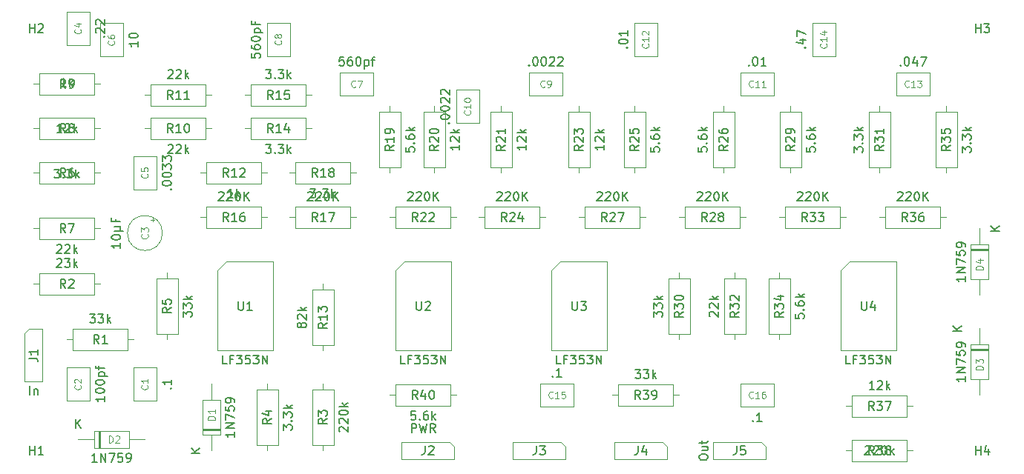
<source format=gbr>
G04 #@! TF.GenerationSoftware,KiCad,Pcbnew,(5.0.2-5-10.14)*
G04 #@! TF.CreationDate,2019-03-15T18:51:59-07:00*
G04 #@! TF.ProjectId,Pre-amp,5072652d-616d-4702-9e6b-696361645f70,rev?*
G04 #@! TF.SameCoordinates,Original*
G04 #@! TF.FileFunction,Other,Fab,Top*
%FSLAX46Y46*%
G04 Gerber Fmt 4.6, Leading zero omitted, Abs format (unit mm)*
G04 Created by KiCad (PCBNEW (5.0.2-5-10.14)) date Friday, March 15, 2019 at 06:51:59 PM*
%MOMM*%
%LPD*%
G01*
G04 APERTURE LIST*
%ADD10C,0.100000*%
%ADD11C,0.150000*%
%ADD12C,0.114000*%
%ADD13C,0.120000*%
G04 APERTURE END LIST*
D10*
G04 #@! TO.C,C1*
X64740000Y-93360000D02*
X67340000Y-93360000D01*
X67340000Y-93360000D02*
X67340000Y-89560000D01*
X67340000Y-89560000D02*
X64740000Y-89560000D01*
X64740000Y-89560000D02*
X64740000Y-93360000D01*
G04 #@! TO.C,C2*
X57120000Y-93360000D02*
X59720000Y-93360000D01*
X59720000Y-93360000D02*
X59720000Y-89560000D01*
X59720000Y-89560000D02*
X57120000Y-89560000D01*
X57120000Y-89560000D02*
X57120000Y-93360000D01*
G04 #@! TO.C,C3*
X68040000Y-74180000D02*
G75*
G03X68040000Y-74180000I-2000000J0D01*
G01*
X66907500Y-72477446D02*
X66907500Y-72877446D01*
X67107500Y-72677446D02*
X66707500Y-72677446D01*
G04 #@! TO.C,C4*
X57120000Y-52680000D02*
X59720000Y-52680000D01*
X59720000Y-52680000D02*
X59720000Y-48880000D01*
X59720000Y-48880000D02*
X57120000Y-48880000D01*
X57120000Y-48880000D02*
X57120000Y-52680000D01*
G04 #@! TO.C,C5*
X64740000Y-65390000D02*
X64740000Y-69190000D01*
X67340000Y-65390000D02*
X64740000Y-65390000D01*
X67340000Y-69190000D02*
X67340000Y-65390000D01*
X64740000Y-69190000D02*
X67340000Y-69190000D01*
G04 #@! TO.C,C6*
X60930000Y-50190000D02*
X60930000Y-53990000D01*
X63530000Y-50190000D02*
X60930000Y-50190000D01*
X63530000Y-53990000D02*
X63530000Y-50190000D01*
X60930000Y-53990000D02*
X63530000Y-53990000D01*
G04 #@! TO.C,C7*
X92090000Y-58450000D02*
X92090000Y-55850000D01*
X92090000Y-55850000D02*
X88290000Y-55850000D01*
X88290000Y-55850000D02*
X88290000Y-58450000D01*
X88290000Y-58450000D02*
X92090000Y-58450000D01*
G04 #@! TO.C,C8*
X82580000Y-53950000D02*
X82580000Y-50150000D01*
X79980000Y-53950000D02*
X82580000Y-53950000D01*
X79980000Y-50150000D02*
X79980000Y-53950000D01*
X82580000Y-50150000D02*
X79980000Y-50150000D01*
G04 #@! TO.C,C9*
X109880000Y-58450000D02*
X113680000Y-58450000D01*
X109880000Y-55850000D02*
X109880000Y-58450000D01*
X113680000Y-55850000D02*
X109880000Y-55850000D01*
X113680000Y-58450000D02*
X113680000Y-55850000D01*
G04 #@! TO.C,C10*
X104170000Y-57810000D02*
X101570000Y-57810000D01*
X101570000Y-57810000D02*
X101570000Y-61610000D01*
X101570000Y-61610000D02*
X104170000Y-61610000D01*
X104170000Y-61610000D02*
X104170000Y-57810000D01*
G04 #@! TO.C,C11*
X134010000Y-58450000D02*
X137810000Y-58450000D01*
X134010000Y-55850000D02*
X134010000Y-58450000D01*
X137810000Y-55850000D02*
X134010000Y-55850000D01*
X137810000Y-58450000D02*
X137810000Y-55850000D01*
G04 #@! TO.C,C12*
X124490000Y-50150000D02*
X121890000Y-50150000D01*
X121890000Y-50150000D02*
X121890000Y-53950000D01*
X121890000Y-53950000D02*
X124490000Y-53950000D01*
X124490000Y-53950000D02*
X124490000Y-50150000D01*
G04 #@! TO.C,C13*
X155590000Y-58450000D02*
X155590000Y-55850000D01*
X155590000Y-55850000D02*
X151790000Y-55850000D01*
X151790000Y-55850000D02*
X151790000Y-58450000D01*
X151790000Y-58450000D02*
X155590000Y-58450000D01*
G04 #@! TO.C,C14*
X144810000Y-53950000D02*
X144810000Y-50150000D01*
X142210000Y-53950000D02*
X144810000Y-53950000D01*
X142210000Y-50150000D02*
X142210000Y-53950000D01*
X144810000Y-50150000D02*
X142210000Y-50150000D01*
G04 #@! TO.C,C15*
X114950000Y-94010000D02*
X114950000Y-91410000D01*
X114950000Y-91410000D02*
X111150000Y-91410000D01*
X111150000Y-91410000D02*
X111150000Y-94010000D01*
X111150000Y-94010000D02*
X114950000Y-94010000D01*
G04 #@! TO.C,C16*
X137810000Y-91410000D02*
X134010000Y-91410000D01*
X137810000Y-94010000D02*
X137810000Y-91410000D01*
X134010000Y-94010000D02*
X137810000Y-94010000D01*
X134010000Y-91410000D02*
X134010000Y-94010000D01*
G04 #@! TO.C,D1*
X72660000Y-96750000D02*
X74660000Y-96750000D01*
X72660000Y-96550000D02*
X74660000Y-96550000D01*
X72660000Y-96650000D02*
X74660000Y-96650000D01*
X73660000Y-91440000D02*
X73660000Y-93250000D01*
X73660000Y-99060000D02*
X73660000Y-97250000D01*
X72660000Y-93250000D02*
X72660000Y-97250000D01*
X74660000Y-93250000D02*
X72660000Y-93250000D01*
X74660000Y-97250000D02*
X74660000Y-93250000D01*
X72660000Y-97250000D02*
X74660000Y-97250000D01*
G04 #@! TO.C,D2*
X60730000Y-96790000D02*
X60730000Y-98790000D01*
X60930000Y-96790000D02*
X60930000Y-98790000D01*
X60830000Y-96790000D02*
X60830000Y-98790000D01*
X66040000Y-97790000D02*
X64230000Y-97790000D01*
X58420000Y-97790000D02*
X60230000Y-97790000D01*
X64230000Y-96790000D02*
X60230000Y-96790000D01*
X64230000Y-98790000D02*
X64230000Y-96790000D01*
X60230000Y-98790000D02*
X64230000Y-98790000D01*
X60230000Y-96790000D02*
X60230000Y-98790000D01*
G04 #@! TO.C,D3*
X162290000Y-86900000D02*
X160290000Y-86900000D01*
X160290000Y-86900000D02*
X160290000Y-90900000D01*
X160290000Y-90900000D02*
X162290000Y-90900000D01*
X162290000Y-90900000D02*
X162290000Y-86900000D01*
X161290000Y-85090000D02*
X161290000Y-86900000D01*
X161290000Y-92710000D02*
X161290000Y-90900000D01*
X162290000Y-87500000D02*
X160290000Y-87500000D01*
X162290000Y-87600000D02*
X160290000Y-87600000D01*
X162290000Y-87400000D02*
X160290000Y-87400000D01*
G04 #@! TO.C,D4*
X162290000Y-75470000D02*
X160290000Y-75470000D01*
X160290000Y-75470000D02*
X160290000Y-79470000D01*
X160290000Y-79470000D02*
X162290000Y-79470000D01*
X162290000Y-79470000D02*
X162290000Y-75470000D01*
X161290000Y-73660000D02*
X161290000Y-75470000D01*
X161290000Y-81280000D02*
X161290000Y-79470000D01*
X162290000Y-76070000D02*
X160290000Y-76070000D01*
X162290000Y-76170000D02*
X160290000Y-76170000D01*
X162290000Y-75970000D02*
X160290000Y-75970000D01*
G04 #@! TO.C,J1*
X52340000Y-85670000D02*
X52840000Y-85170000D01*
X52340000Y-91170000D02*
X52340000Y-85670000D01*
X54340000Y-91170000D02*
X52340000Y-91170000D01*
X54340000Y-85170000D02*
X54340000Y-91170000D01*
X52840000Y-85170000D02*
X54340000Y-85170000D01*
G04 #@! TO.C,J2*
X101330000Y-98560000D02*
X101330000Y-100060000D01*
X101330000Y-100060000D02*
X95330000Y-100060000D01*
X95330000Y-100060000D02*
X95330000Y-98060000D01*
X95330000Y-98060000D02*
X100830000Y-98060000D01*
X100830000Y-98060000D02*
X101330000Y-98560000D01*
G04 #@! TO.C,J3*
X114030000Y-98560000D02*
X114030000Y-100060000D01*
X114030000Y-100060000D02*
X108030000Y-100060000D01*
X108030000Y-100060000D02*
X108030000Y-98060000D01*
X108030000Y-98060000D02*
X113530000Y-98060000D01*
X113530000Y-98060000D02*
X114030000Y-98560000D01*
G04 #@! TO.C,J4*
X125650000Y-98560000D02*
X125650000Y-100060000D01*
X125650000Y-100060000D02*
X119650000Y-100060000D01*
X119650000Y-100060000D02*
X119650000Y-98060000D01*
X119650000Y-98060000D02*
X125150000Y-98060000D01*
X125150000Y-98060000D02*
X125650000Y-98560000D01*
G04 #@! TO.C,J5*
X136390000Y-98060000D02*
X136890000Y-98560000D01*
X130890000Y-98060000D02*
X136390000Y-98060000D01*
X130890000Y-100060000D02*
X130890000Y-98060000D01*
X136890000Y-100060000D02*
X130890000Y-100060000D01*
X136890000Y-98560000D02*
X136890000Y-100060000D01*
G04 #@! TO.C,R1*
X57150000Y-86360000D02*
X57810000Y-86360000D01*
X64770000Y-86360000D02*
X64110000Y-86360000D01*
X57810000Y-87610000D02*
X64110000Y-87610000D01*
X57810000Y-85110000D02*
X57810000Y-87610000D01*
X64110000Y-85110000D02*
X57810000Y-85110000D01*
X64110000Y-87610000D02*
X64110000Y-85110000D01*
G04 #@! TO.C,R2*
X60300000Y-81260000D02*
X60300000Y-78760000D01*
X60300000Y-78760000D02*
X54000000Y-78760000D01*
X54000000Y-78760000D02*
X54000000Y-81260000D01*
X54000000Y-81260000D02*
X60300000Y-81260000D01*
X60960000Y-80010000D02*
X60300000Y-80010000D01*
X53340000Y-80010000D02*
X54000000Y-80010000D01*
G04 #@! TO.C,R3*
X85110000Y-98400000D02*
X87610000Y-98400000D01*
X87610000Y-98400000D02*
X87610000Y-92100000D01*
X87610000Y-92100000D02*
X85110000Y-92100000D01*
X85110000Y-92100000D02*
X85110000Y-98400000D01*
X86360000Y-99060000D02*
X86360000Y-98400000D01*
X86360000Y-91440000D02*
X86360000Y-92100000D01*
G04 #@! TO.C,R4*
X78760000Y-98400000D02*
X81260000Y-98400000D01*
X81260000Y-98400000D02*
X81260000Y-92100000D01*
X81260000Y-92100000D02*
X78760000Y-92100000D01*
X78760000Y-92100000D02*
X78760000Y-98400000D01*
X80010000Y-99060000D02*
X80010000Y-98400000D01*
X80010000Y-91440000D02*
X80010000Y-92100000D01*
G04 #@! TO.C,R5*
X68580000Y-78740000D02*
X68580000Y-79400000D01*
X68580000Y-86360000D02*
X68580000Y-85700000D01*
X67330000Y-79400000D02*
X67330000Y-85700000D01*
X69830000Y-79400000D02*
X67330000Y-79400000D01*
X69830000Y-85700000D02*
X69830000Y-79400000D01*
X67330000Y-85700000D02*
X69830000Y-85700000D01*
G04 #@! TO.C,R6*
X60960000Y-67310000D02*
X60300000Y-67310000D01*
X53340000Y-67310000D02*
X54000000Y-67310000D01*
X60300000Y-66060000D02*
X54000000Y-66060000D01*
X60300000Y-68560000D02*
X60300000Y-66060000D01*
X54000000Y-68560000D02*
X60300000Y-68560000D01*
X54000000Y-66060000D02*
X54000000Y-68560000D01*
G04 #@! TO.C,R7*
X60960000Y-73660000D02*
X60300000Y-73660000D01*
X53340000Y-73660000D02*
X54000000Y-73660000D01*
X60300000Y-72410000D02*
X54000000Y-72410000D01*
X60300000Y-74910000D02*
X60300000Y-72410000D01*
X54000000Y-74910000D02*
X60300000Y-74910000D01*
X54000000Y-72410000D02*
X54000000Y-74910000D01*
G04 #@! TO.C,R9*
X60960000Y-57150000D02*
X60300000Y-57150000D01*
X53340000Y-57150000D02*
X54000000Y-57150000D01*
X60300000Y-55900000D02*
X54000000Y-55900000D01*
X60300000Y-58400000D02*
X60300000Y-55900000D01*
X54000000Y-58400000D02*
X60300000Y-58400000D01*
X54000000Y-55900000D02*
X54000000Y-58400000D01*
G04 #@! TO.C,R10*
X66700000Y-60980000D02*
X66700000Y-63480000D01*
X66700000Y-63480000D02*
X73000000Y-63480000D01*
X73000000Y-63480000D02*
X73000000Y-60980000D01*
X73000000Y-60980000D02*
X66700000Y-60980000D01*
X66040000Y-62230000D02*
X66700000Y-62230000D01*
X73660000Y-62230000D02*
X73000000Y-62230000D01*
G04 #@! TO.C,R11*
X73000000Y-59670000D02*
X73000000Y-57170000D01*
X73000000Y-57170000D02*
X66700000Y-57170000D01*
X66700000Y-57170000D02*
X66700000Y-59670000D01*
X66700000Y-59670000D02*
X73000000Y-59670000D01*
X73660000Y-58420000D02*
X73000000Y-58420000D01*
X66040000Y-58420000D02*
X66700000Y-58420000D01*
G04 #@! TO.C,R12*
X73050000Y-66060000D02*
X73050000Y-68560000D01*
X73050000Y-68560000D02*
X79350000Y-68560000D01*
X79350000Y-68560000D02*
X79350000Y-66060000D01*
X79350000Y-66060000D02*
X73050000Y-66060000D01*
X72390000Y-67310000D02*
X73050000Y-67310000D01*
X80010000Y-67310000D02*
X79350000Y-67310000D01*
G04 #@! TO.C,R13*
X86360000Y-87630000D02*
X86360000Y-86970000D01*
X86360000Y-80010000D02*
X86360000Y-80670000D01*
X87610000Y-86970000D02*
X87610000Y-80670000D01*
X85110000Y-86970000D02*
X87610000Y-86970000D01*
X85110000Y-80670000D02*
X85110000Y-86970000D01*
X87610000Y-80670000D02*
X85110000Y-80670000D01*
G04 #@! TO.C,R14*
X78130000Y-60980000D02*
X78130000Y-63480000D01*
X78130000Y-63480000D02*
X84430000Y-63480000D01*
X84430000Y-63480000D02*
X84430000Y-60980000D01*
X84430000Y-60980000D02*
X78130000Y-60980000D01*
X77470000Y-62230000D02*
X78130000Y-62230000D01*
X85090000Y-62230000D02*
X84430000Y-62230000D01*
G04 #@! TO.C,R15*
X84430000Y-59670000D02*
X84430000Y-57170000D01*
X84430000Y-57170000D02*
X78130000Y-57170000D01*
X78130000Y-57170000D02*
X78130000Y-59670000D01*
X78130000Y-59670000D02*
X84430000Y-59670000D01*
X85090000Y-58420000D02*
X84430000Y-58420000D01*
X77470000Y-58420000D02*
X78130000Y-58420000D01*
G04 #@! TO.C,R16*
X79350000Y-73640000D02*
X79350000Y-71140000D01*
X79350000Y-71140000D02*
X73050000Y-71140000D01*
X73050000Y-71140000D02*
X73050000Y-73640000D01*
X73050000Y-73640000D02*
X79350000Y-73640000D01*
X80010000Y-72390000D02*
X79350000Y-72390000D01*
X72390000Y-72390000D02*
X73050000Y-72390000D01*
G04 #@! TO.C,R17*
X82550000Y-72390000D02*
X83210000Y-72390000D01*
X90170000Y-72390000D02*
X89510000Y-72390000D01*
X83210000Y-73640000D02*
X89510000Y-73640000D01*
X83210000Y-71140000D02*
X83210000Y-73640000D01*
X89510000Y-71140000D02*
X83210000Y-71140000D01*
X89510000Y-73640000D02*
X89510000Y-71140000D01*
G04 #@! TO.C,R18*
X90170000Y-67310000D02*
X89510000Y-67310000D01*
X82550000Y-67310000D02*
X83210000Y-67310000D01*
X89510000Y-66060000D02*
X83210000Y-66060000D01*
X89510000Y-68560000D02*
X89510000Y-66060000D01*
X83210000Y-68560000D02*
X89510000Y-68560000D01*
X83210000Y-66060000D02*
X83210000Y-68560000D01*
G04 #@! TO.C,R19*
X93980000Y-59690000D02*
X93980000Y-60350000D01*
X93980000Y-67310000D02*
X93980000Y-66650000D01*
X92730000Y-60350000D02*
X92730000Y-66650000D01*
X95230000Y-60350000D02*
X92730000Y-60350000D01*
X95230000Y-66650000D02*
X95230000Y-60350000D01*
X92730000Y-66650000D02*
X95230000Y-66650000D01*
G04 #@! TO.C,R20*
X99060000Y-59690000D02*
X99060000Y-60350000D01*
X99060000Y-67310000D02*
X99060000Y-66650000D01*
X97810000Y-60350000D02*
X97810000Y-66650000D01*
X100310000Y-60350000D02*
X97810000Y-60350000D01*
X100310000Y-66650000D02*
X100310000Y-60350000D01*
X97810000Y-66650000D02*
X100310000Y-66650000D01*
G04 #@! TO.C,R21*
X105430000Y-66650000D02*
X107930000Y-66650000D01*
X107930000Y-66650000D02*
X107930000Y-60350000D01*
X107930000Y-60350000D02*
X105430000Y-60350000D01*
X105430000Y-60350000D02*
X105430000Y-66650000D01*
X106680000Y-67310000D02*
X106680000Y-66650000D01*
X106680000Y-59690000D02*
X106680000Y-60350000D01*
G04 #@! TO.C,R22*
X100940000Y-73640000D02*
X100940000Y-71140000D01*
X100940000Y-71140000D02*
X94640000Y-71140000D01*
X94640000Y-71140000D02*
X94640000Y-73640000D01*
X94640000Y-73640000D02*
X100940000Y-73640000D01*
X101600000Y-72390000D02*
X100940000Y-72390000D01*
X93980000Y-72390000D02*
X94640000Y-72390000D01*
G04 #@! TO.C,R23*
X115570000Y-59690000D02*
X115570000Y-60350000D01*
X115570000Y-67310000D02*
X115570000Y-66650000D01*
X114320000Y-60350000D02*
X114320000Y-66650000D01*
X116820000Y-60350000D02*
X114320000Y-60350000D01*
X116820000Y-66650000D02*
X116820000Y-60350000D01*
X114320000Y-66650000D02*
X116820000Y-66650000D01*
G04 #@! TO.C,R24*
X104140000Y-72390000D02*
X104800000Y-72390000D01*
X111760000Y-72390000D02*
X111100000Y-72390000D01*
X104800000Y-73640000D02*
X111100000Y-73640000D01*
X104800000Y-71140000D02*
X104800000Y-73640000D01*
X111100000Y-71140000D02*
X104800000Y-71140000D01*
X111100000Y-73640000D02*
X111100000Y-71140000D01*
G04 #@! TO.C,R25*
X120670000Y-66650000D02*
X123170000Y-66650000D01*
X123170000Y-66650000D02*
X123170000Y-60350000D01*
X123170000Y-60350000D02*
X120670000Y-60350000D01*
X120670000Y-60350000D02*
X120670000Y-66650000D01*
X121920000Y-67310000D02*
X121920000Y-66650000D01*
X121920000Y-59690000D02*
X121920000Y-60350000D01*
G04 #@! TO.C,R26*
X133330000Y-60350000D02*
X130830000Y-60350000D01*
X130830000Y-60350000D02*
X130830000Y-66650000D01*
X130830000Y-66650000D02*
X133330000Y-66650000D01*
X133330000Y-66650000D02*
X133330000Y-60350000D01*
X132080000Y-59690000D02*
X132080000Y-60350000D01*
X132080000Y-67310000D02*
X132080000Y-66650000D01*
G04 #@! TO.C,R27*
X122530000Y-73640000D02*
X122530000Y-71140000D01*
X122530000Y-71140000D02*
X116230000Y-71140000D01*
X116230000Y-71140000D02*
X116230000Y-73640000D01*
X116230000Y-73640000D02*
X122530000Y-73640000D01*
X123190000Y-72390000D02*
X122530000Y-72390000D01*
X115570000Y-72390000D02*
X116230000Y-72390000D01*
G04 #@! TO.C,R28*
X127000000Y-72390000D02*
X127660000Y-72390000D01*
X134620000Y-72390000D02*
X133960000Y-72390000D01*
X127660000Y-73640000D02*
X133960000Y-73640000D01*
X127660000Y-71140000D02*
X127660000Y-73640000D01*
X133960000Y-71140000D02*
X127660000Y-71140000D01*
X133960000Y-73640000D02*
X133960000Y-71140000D01*
G04 #@! TO.C,R29*
X139700000Y-59690000D02*
X139700000Y-60350000D01*
X139700000Y-67310000D02*
X139700000Y-66650000D01*
X138450000Y-60350000D02*
X138450000Y-66650000D01*
X140950000Y-60350000D02*
X138450000Y-60350000D01*
X140950000Y-66650000D02*
X140950000Y-60350000D01*
X138450000Y-66650000D02*
X140950000Y-66650000D01*
G04 #@! TO.C,R30*
X127000000Y-86360000D02*
X127000000Y-85700000D01*
X127000000Y-78740000D02*
X127000000Y-79400000D01*
X128250000Y-85700000D02*
X128250000Y-79400000D01*
X125750000Y-85700000D02*
X128250000Y-85700000D01*
X125750000Y-79400000D02*
X125750000Y-85700000D01*
X128250000Y-79400000D02*
X125750000Y-79400000D01*
G04 #@! TO.C,R31*
X151110000Y-60350000D02*
X148610000Y-60350000D01*
X148610000Y-60350000D02*
X148610000Y-66650000D01*
X148610000Y-66650000D02*
X151110000Y-66650000D01*
X151110000Y-66650000D02*
X151110000Y-60350000D01*
X149860000Y-59690000D02*
X149860000Y-60350000D01*
X149860000Y-67310000D02*
X149860000Y-66650000D01*
G04 #@! TO.C,R32*
X133350000Y-86360000D02*
X133350000Y-85700000D01*
X133350000Y-78740000D02*
X133350000Y-79400000D01*
X134600000Y-85700000D02*
X134600000Y-79400000D01*
X132100000Y-85700000D02*
X134600000Y-85700000D01*
X132100000Y-79400000D02*
X132100000Y-85700000D01*
X134600000Y-79400000D02*
X132100000Y-79400000D01*
G04 #@! TO.C,R33*
X145390000Y-73640000D02*
X145390000Y-71140000D01*
X145390000Y-71140000D02*
X139090000Y-71140000D01*
X139090000Y-71140000D02*
X139090000Y-73640000D01*
X139090000Y-73640000D02*
X145390000Y-73640000D01*
X146050000Y-72390000D02*
X145390000Y-72390000D01*
X138430000Y-72390000D02*
X139090000Y-72390000D01*
G04 #@! TO.C,R34*
X137180000Y-85700000D02*
X139680000Y-85700000D01*
X139680000Y-85700000D02*
X139680000Y-79400000D01*
X139680000Y-79400000D02*
X137180000Y-79400000D01*
X137180000Y-79400000D02*
X137180000Y-85700000D01*
X138430000Y-86360000D02*
X138430000Y-85700000D01*
X138430000Y-78740000D02*
X138430000Y-79400000D01*
G04 #@! TO.C,R35*
X157480000Y-59690000D02*
X157480000Y-60350000D01*
X157480000Y-67310000D02*
X157480000Y-66650000D01*
X156230000Y-60350000D02*
X156230000Y-66650000D01*
X158730000Y-60350000D02*
X156230000Y-60350000D01*
X158730000Y-66650000D02*
X158730000Y-60350000D01*
X156230000Y-66650000D02*
X158730000Y-66650000D01*
G04 #@! TO.C,R36*
X149860000Y-72390000D02*
X150520000Y-72390000D01*
X157480000Y-72390000D02*
X156820000Y-72390000D01*
X150520000Y-73640000D02*
X156820000Y-73640000D01*
X150520000Y-71140000D02*
X150520000Y-73640000D01*
X156820000Y-71140000D02*
X150520000Y-71140000D01*
X156820000Y-73640000D02*
X156820000Y-71140000D01*
G04 #@! TO.C,R37*
X153010000Y-95230000D02*
X153010000Y-92730000D01*
X153010000Y-92730000D02*
X146710000Y-92730000D01*
X146710000Y-92730000D02*
X146710000Y-95230000D01*
X146710000Y-95230000D02*
X153010000Y-95230000D01*
X153670000Y-93980000D02*
X153010000Y-93980000D01*
X146050000Y-93980000D02*
X146710000Y-93980000D01*
G04 #@! TO.C,R38*
X153670000Y-99060000D02*
X153010000Y-99060000D01*
X146050000Y-99060000D02*
X146710000Y-99060000D01*
X153010000Y-97810000D02*
X146710000Y-97810000D01*
X153010000Y-100310000D02*
X153010000Y-97810000D01*
X146710000Y-100310000D02*
X153010000Y-100310000D01*
X146710000Y-97810000D02*
X146710000Y-100310000D01*
G04 #@! TO.C,R39*
X126340000Y-93960000D02*
X126340000Y-91460000D01*
X126340000Y-91460000D02*
X120040000Y-91460000D01*
X120040000Y-91460000D02*
X120040000Y-93960000D01*
X120040000Y-93960000D02*
X126340000Y-93960000D01*
X127000000Y-92710000D02*
X126340000Y-92710000D01*
X119380000Y-92710000D02*
X120040000Y-92710000D01*
G04 #@! TO.C,R40*
X101600000Y-92710000D02*
X100940000Y-92710000D01*
X93980000Y-92710000D02*
X94640000Y-92710000D01*
X100940000Y-91460000D02*
X94640000Y-91460000D01*
X100940000Y-93960000D02*
X100940000Y-91460000D01*
X94640000Y-93960000D02*
X100940000Y-93960000D01*
X94640000Y-91460000D02*
X94640000Y-93960000D01*
G04 #@! TO.C,U1*
X74295000Y-78470000D02*
X75295000Y-77470000D01*
X74295000Y-87630000D02*
X74295000Y-78470000D01*
X80645000Y-87630000D02*
X74295000Y-87630000D01*
X80645000Y-77470000D02*
X80645000Y-87630000D01*
X75295000Y-77470000D02*
X80645000Y-77470000D01*
G04 #@! TO.C,U2*
X95615000Y-77470000D02*
X100965000Y-77470000D01*
X100965000Y-77470000D02*
X100965000Y-87630000D01*
X100965000Y-87630000D02*
X94615000Y-87630000D01*
X94615000Y-87630000D02*
X94615000Y-78470000D01*
X94615000Y-78470000D02*
X95615000Y-77470000D01*
G04 #@! TO.C,U3*
X112395000Y-78470000D02*
X113395000Y-77470000D01*
X112395000Y-87630000D02*
X112395000Y-78470000D01*
X118745000Y-87630000D02*
X112395000Y-87630000D01*
X118745000Y-77470000D02*
X118745000Y-87630000D01*
X113395000Y-77470000D02*
X118745000Y-77470000D01*
G04 #@! TO.C,U4*
X146415000Y-77470000D02*
X151765000Y-77470000D01*
X151765000Y-77470000D02*
X151765000Y-87630000D01*
X151765000Y-87630000D02*
X145415000Y-87630000D01*
X145415000Y-87630000D02*
X145415000Y-78470000D01*
X145415000Y-78470000D02*
X146415000Y-77470000D01*
G04 #@! TO.C,R8*
X60300000Y-63480000D02*
X60300000Y-60980000D01*
X60300000Y-60980000D02*
X54000000Y-60980000D01*
X54000000Y-60980000D02*
X54000000Y-63480000D01*
X54000000Y-63480000D02*
X60300000Y-63480000D01*
X60960000Y-62230000D02*
X60300000Y-62230000D01*
X53340000Y-62230000D02*
X54000000Y-62230000D01*
G04 #@! TD*
G04 #@! TO.C,C1*
D11*
X68947142Y-91936190D02*
X68994761Y-91888571D01*
X69042380Y-91936190D01*
X68994761Y-91983809D01*
X68947142Y-91936190D01*
X69042380Y-91936190D01*
X69042380Y-90936190D02*
X69042380Y-91507619D01*
X69042380Y-91221904D02*
X68042380Y-91221904D01*
X68185238Y-91317142D01*
X68280476Y-91412380D01*
X68328095Y-91507619D01*
D12*
X66311428Y-91586666D02*
X66347619Y-91622857D01*
X66383809Y-91731428D01*
X66383809Y-91803809D01*
X66347619Y-91912380D01*
X66275238Y-91984761D01*
X66202857Y-92020952D01*
X66058095Y-92057142D01*
X65949523Y-92057142D01*
X65804761Y-92020952D01*
X65732380Y-91984761D01*
X65660000Y-91912380D01*
X65623809Y-91803809D01*
X65623809Y-91731428D01*
X65660000Y-91622857D01*
X65696190Y-91586666D01*
X66383809Y-90862857D02*
X66383809Y-91297142D01*
X66383809Y-91080000D02*
X65623809Y-91080000D01*
X65732380Y-91152380D01*
X65804761Y-91224761D01*
X65840952Y-91297142D01*
G04 #@! TO.C,C2*
D11*
X61422380Y-92864761D02*
X61422380Y-93436190D01*
X61422380Y-93150476D02*
X60422380Y-93150476D01*
X60565238Y-93245714D01*
X60660476Y-93340952D01*
X60708095Y-93436190D01*
X60422380Y-92245714D02*
X60422380Y-92150476D01*
X60470000Y-92055238D01*
X60517619Y-92007619D01*
X60612857Y-91960000D01*
X60803333Y-91912380D01*
X61041428Y-91912380D01*
X61231904Y-91960000D01*
X61327142Y-92007619D01*
X61374761Y-92055238D01*
X61422380Y-92150476D01*
X61422380Y-92245714D01*
X61374761Y-92340952D01*
X61327142Y-92388571D01*
X61231904Y-92436190D01*
X61041428Y-92483809D01*
X60803333Y-92483809D01*
X60612857Y-92436190D01*
X60517619Y-92388571D01*
X60470000Y-92340952D01*
X60422380Y-92245714D01*
X60422380Y-91293333D02*
X60422380Y-91198095D01*
X60470000Y-91102857D01*
X60517619Y-91055238D01*
X60612857Y-91007619D01*
X60803333Y-90960000D01*
X61041428Y-90960000D01*
X61231904Y-91007619D01*
X61327142Y-91055238D01*
X61374761Y-91102857D01*
X61422380Y-91198095D01*
X61422380Y-91293333D01*
X61374761Y-91388571D01*
X61327142Y-91436190D01*
X61231904Y-91483809D01*
X61041428Y-91531428D01*
X60803333Y-91531428D01*
X60612857Y-91483809D01*
X60517619Y-91436190D01*
X60470000Y-91388571D01*
X60422380Y-91293333D01*
X60755714Y-90531428D02*
X61755714Y-90531428D01*
X60803333Y-90531428D02*
X60755714Y-90436190D01*
X60755714Y-90245714D01*
X60803333Y-90150476D01*
X60850952Y-90102857D01*
X60946190Y-90055238D01*
X61231904Y-90055238D01*
X61327142Y-90102857D01*
X61374761Y-90150476D01*
X61422380Y-90245714D01*
X61422380Y-90436190D01*
X61374761Y-90531428D01*
X60755714Y-89769523D02*
X60755714Y-89388571D01*
X61422380Y-89626666D02*
X60565238Y-89626666D01*
X60470000Y-89579047D01*
X60422380Y-89483809D01*
X60422380Y-89388571D01*
D12*
X58691428Y-91586666D02*
X58727619Y-91622857D01*
X58763809Y-91731428D01*
X58763809Y-91803809D01*
X58727619Y-91912380D01*
X58655238Y-91984761D01*
X58582857Y-92020952D01*
X58438095Y-92057142D01*
X58329523Y-92057142D01*
X58184761Y-92020952D01*
X58112380Y-91984761D01*
X58040000Y-91912380D01*
X58003809Y-91803809D01*
X58003809Y-91731428D01*
X58040000Y-91622857D01*
X58076190Y-91586666D01*
X58076190Y-91297142D02*
X58040000Y-91260952D01*
X58003809Y-91188571D01*
X58003809Y-91007619D01*
X58040000Y-90935238D01*
X58076190Y-90899047D01*
X58148571Y-90862857D01*
X58220952Y-90862857D01*
X58329523Y-90899047D01*
X58763809Y-91333333D01*
X58763809Y-90862857D01*
G04 #@! TO.C,C3*
D11*
X63242380Y-75322857D02*
X63242380Y-75894285D01*
X63242380Y-75608571D02*
X62242380Y-75608571D01*
X62385238Y-75703809D01*
X62480476Y-75799047D01*
X62528095Y-75894285D01*
X62242380Y-74703809D02*
X62242380Y-74608571D01*
X62290000Y-74513333D01*
X62337619Y-74465714D01*
X62432857Y-74418095D01*
X62623333Y-74370476D01*
X62861428Y-74370476D01*
X63051904Y-74418095D01*
X63147142Y-74465714D01*
X63194761Y-74513333D01*
X63242380Y-74608571D01*
X63242380Y-74703809D01*
X63194761Y-74799047D01*
X63147142Y-74846666D01*
X63051904Y-74894285D01*
X62861428Y-74941904D01*
X62623333Y-74941904D01*
X62432857Y-74894285D01*
X62337619Y-74846666D01*
X62290000Y-74799047D01*
X62242380Y-74703809D01*
X62575714Y-73941904D02*
X63575714Y-73941904D01*
X63099523Y-73465714D02*
X63194761Y-73418095D01*
X63242380Y-73322857D01*
X63099523Y-73941904D02*
X63194761Y-73894285D01*
X63242380Y-73799047D01*
X63242380Y-73608571D01*
X63194761Y-73513333D01*
X63099523Y-73465714D01*
X62575714Y-73465714D01*
X62718571Y-72560952D02*
X62718571Y-72894285D01*
X63242380Y-72894285D02*
X62242380Y-72894285D01*
X62242380Y-72418095D01*
D13*
X66325714Y-74313333D02*
X66363809Y-74351428D01*
X66401904Y-74465714D01*
X66401904Y-74541904D01*
X66363809Y-74656190D01*
X66287619Y-74732380D01*
X66211428Y-74770476D01*
X66059047Y-74808571D01*
X65944761Y-74808571D01*
X65792380Y-74770476D01*
X65716190Y-74732380D01*
X65640000Y-74656190D01*
X65601904Y-74541904D01*
X65601904Y-74465714D01*
X65640000Y-74351428D01*
X65678095Y-74313333D01*
X65601904Y-74046666D02*
X65601904Y-73551428D01*
X65906666Y-73818095D01*
X65906666Y-73703809D01*
X65944761Y-73627619D01*
X65982857Y-73589523D01*
X66059047Y-73551428D01*
X66249523Y-73551428D01*
X66325714Y-73589523D01*
X66363809Y-73627619D01*
X66401904Y-73703809D01*
X66401904Y-73932380D01*
X66363809Y-74008571D01*
X66325714Y-74046666D01*
G04 #@! TO.C,C4*
D11*
X61327142Y-51732380D02*
X61374761Y-51684761D01*
X61422380Y-51732380D01*
X61374761Y-51780000D01*
X61327142Y-51732380D01*
X61422380Y-51732380D01*
X60517619Y-51303809D02*
X60470000Y-51256190D01*
X60422380Y-51160952D01*
X60422380Y-50922857D01*
X60470000Y-50827619D01*
X60517619Y-50780000D01*
X60612857Y-50732380D01*
X60708095Y-50732380D01*
X60850952Y-50780000D01*
X61422380Y-51351428D01*
X61422380Y-50732380D01*
X60517619Y-50351428D02*
X60470000Y-50303809D01*
X60422380Y-50208571D01*
X60422380Y-49970476D01*
X60470000Y-49875238D01*
X60517619Y-49827619D01*
X60612857Y-49780000D01*
X60708095Y-49780000D01*
X60850952Y-49827619D01*
X61422380Y-50399047D01*
X61422380Y-49780000D01*
D12*
X58691428Y-50906666D02*
X58727619Y-50942857D01*
X58763809Y-51051428D01*
X58763809Y-51123809D01*
X58727619Y-51232380D01*
X58655238Y-51304761D01*
X58582857Y-51340952D01*
X58438095Y-51377142D01*
X58329523Y-51377142D01*
X58184761Y-51340952D01*
X58112380Y-51304761D01*
X58040000Y-51232380D01*
X58003809Y-51123809D01*
X58003809Y-51051428D01*
X58040000Y-50942857D01*
X58076190Y-50906666D01*
X58257142Y-50255238D02*
X58763809Y-50255238D01*
X57967619Y-50436190D02*
X58510476Y-50617142D01*
X58510476Y-50146666D01*
G04 #@! TO.C,C5*
D11*
X68947142Y-69194761D02*
X68994761Y-69147142D01*
X69042380Y-69194761D01*
X68994761Y-69242380D01*
X68947142Y-69194761D01*
X69042380Y-69194761D01*
X68042380Y-68528095D02*
X68042380Y-68432857D01*
X68090000Y-68337619D01*
X68137619Y-68290000D01*
X68232857Y-68242380D01*
X68423333Y-68194761D01*
X68661428Y-68194761D01*
X68851904Y-68242380D01*
X68947142Y-68290000D01*
X68994761Y-68337619D01*
X69042380Y-68432857D01*
X69042380Y-68528095D01*
X68994761Y-68623333D01*
X68947142Y-68670952D01*
X68851904Y-68718571D01*
X68661428Y-68766190D01*
X68423333Y-68766190D01*
X68232857Y-68718571D01*
X68137619Y-68670952D01*
X68090000Y-68623333D01*
X68042380Y-68528095D01*
X68042380Y-67575714D02*
X68042380Y-67480476D01*
X68090000Y-67385238D01*
X68137619Y-67337619D01*
X68232857Y-67290000D01*
X68423333Y-67242380D01*
X68661428Y-67242380D01*
X68851904Y-67290000D01*
X68947142Y-67337619D01*
X68994761Y-67385238D01*
X69042380Y-67480476D01*
X69042380Y-67575714D01*
X68994761Y-67670952D01*
X68947142Y-67718571D01*
X68851904Y-67766190D01*
X68661428Y-67813809D01*
X68423333Y-67813809D01*
X68232857Y-67766190D01*
X68137619Y-67718571D01*
X68090000Y-67670952D01*
X68042380Y-67575714D01*
X68042380Y-66909047D02*
X68042380Y-66290000D01*
X68423333Y-66623333D01*
X68423333Y-66480476D01*
X68470952Y-66385238D01*
X68518571Y-66337619D01*
X68613809Y-66290000D01*
X68851904Y-66290000D01*
X68947142Y-66337619D01*
X68994761Y-66385238D01*
X69042380Y-66480476D01*
X69042380Y-66766190D01*
X68994761Y-66861428D01*
X68947142Y-66909047D01*
X68042380Y-65956666D02*
X68042380Y-65337619D01*
X68423333Y-65670952D01*
X68423333Y-65528095D01*
X68470952Y-65432857D01*
X68518571Y-65385238D01*
X68613809Y-65337619D01*
X68851904Y-65337619D01*
X68947142Y-65385238D01*
X68994761Y-65432857D01*
X69042380Y-65528095D01*
X69042380Y-65813809D01*
X68994761Y-65909047D01*
X68947142Y-65956666D01*
D12*
X66311428Y-67416666D02*
X66347619Y-67452857D01*
X66383809Y-67561428D01*
X66383809Y-67633809D01*
X66347619Y-67742380D01*
X66275238Y-67814761D01*
X66202857Y-67850952D01*
X66058095Y-67887142D01*
X65949523Y-67887142D01*
X65804761Y-67850952D01*
X65732380Y-67814761D01*
X65660000Y-67742380D01*
X65623809Y-67633809D01*
X65623809Y-67561428D01*
X65660000Y-67452857D01*
X65696190Y-67416666D01*
X65623809Y-66729047D02*
X65623809Y-67090952D01*
X65985714Y-67127142D01*
X65949523Y-67090952D01*
X65913333Y-67018571D01*
X65913333Y-66837619D01*
X65949523Y-66765238D01*
X65985714Y-66729047D01*
X66058095Y-66692857D01*
X66239047Y-66692857D01*
X66311428Y-66729047D01*
X66347619Y-66765238D01*
X66383809Y-66837619D01*
X66383809Y-67018571D01*
X66347619Y-67090952D01*
X66311428Y-67127142D01*
G04 #@! TO.C,C6*
D11*
X65232380Y-52280476D02*
X65232380Y-52851904D01*
X65232380Y-52566190D02*
X64232380Y-52566190D01*
X64375238Y-52661428D01*
X64470476Y-52756666D01*
X64518095Y-52851904D01*
X64232380Y-51661428D02*
X64232380Y-51566190D01*
X64280000Y-51470952D01*
X64327619Y-51423333D01*
X64422857Y-51375714D01*
X64613333Y-51328095D01*
X64851428Y-51328095D01*
X65041904Y-51375714D01*
X65137142Y-51423333D01*
X65184761Y-51470952D01*
X65232380Y-51566190D01*
X65232380Y-51661428D01*
X65184761Y-51756666D01*
X65137142Y-51804285D01*
X65041904Y-51851904D01*
X64851428Y-51899523D01*
X64613333Y-51899523D01*
X64422857Y-51851904D01*
X64327619Y-51804285D01*
X64280000Y-51756666D01*
X64232380Y-51661428D01*
D12*
X62501428Y-52216666D02*
X62537619Y-52252857D01*
X62573809Y-52361428D01*
X62573809Y-52433809D01*
X62537619Y-52542380D01*
X62465238Y-52614761D01*
X62392857Y-52650952D01*
X62248095Y-52687142D01*
X62139523Y-52687142D01*
X61994761Y-52650952D01*
X61922380Y-52614761D01*
X61850000Y-52542380D01*
X61813809Y-52433809D01*
X61813809Y-52361428D01*
X61850000Y-52252857D01*
X61886190Y-52216666D01*
X61813809Y-51565238D02*
X61813809Y-51710000D01*
X61850000Y-51782380D01*
X61886190Y-51818571D01*
X61994761Y-51890952D01*
X62139523Y-51927142D01*
X62429047Y-51927142D01*
X62501428Y-51890952D01*
X62537619Y-51854761D01*
X62573809Y-51782380D01*
X62573809Y-51637619D01*
X62537619Y-51565238D01*
X62501428Y-51529047D01*
X62429047Y-51492857D01*
X62248095Y-51492857D01*
X62175714Y-51529047D01*
X62139523Y-51565238D01*
X62103333Y-51637619D01*
X62103333Y-51782380D01*
X62139523Y-51854761D01*
X62175714Y-51890952D01*
X62248095Y-51927142D01*
G04 #@! TO.C,C7*
D11*
X88737619Y-54052380D02*
X88261428Y-54052380D01*
X88213809Y-54528571D01*
X88261428Y-54480952D01*
X88356666Y-54433333D01*
X88594761Y-54433333D01*
X88690000Y-54480952D01*
X88737619Y-54528571D01*
X88785238Y-54623809D01*
X88785238Y-54861904D01*
X88737619Y-54957142D01*
X88690000Y-55004761D01*
X88594761Y-55052380D01*
X88356666Y-55052380D01*
X88261428Y-55004761D01*
X88213809Y-54957142D01*
X89642380Y-54052380D02*
X89451904Y-54052380D01*
X89356666Y-54100000D01*
X89309047Y-54147619D01*
X89213809Y-54290476D01*
X89166190Y-54480952D01*
X89166190Y-54861904D01*
X89213809Y-54957142D01*
X89261428Y-55004761D01*
X89356666Y-55052380D01*
X89547142Y-55052380D01*
X89642380Y-55004761D01*
X89690000Y-54957142D01*
X89737619Y-54861904D01*
X89737619Y-54623809D01*
X89690000Y-54528571D01*
X89642380Y-54480952D01*
X89547142Y-54433333D01*
X89356666Y-54433333D01*
X89261428Y-54480952D01*
X89213809Y-54528571D01*
X89166190Y-54623809D01*
X90356666Y-54052380D02*
X90451904Y-54052380D01*
X90547142Y-54100000D01*
X90594761Y-54147619D01*
X90642380Y-54242857D01*
X90690000Y-54433333D01*
X90690000Y-54671428D01*
X90642380Y-54861904D01*
X90594761Y-54957142D01*
X90547142Y-55004761D01*
X90451904Y-55052380D01*
X90356666Y-55052380D01*
X90261428Y-55004761D01*
X90213809Y-54957142D01*
X90166190Y-54861904D01*
X90118571Y-54671428D01*
X90118571Y-54433333D01*
X90166190Y-54242857D01*
X90213809Y-54147619D01*
X90261428Y-54100000D01*
X90356666Y-54052380D01*
X91118571Y-54385714D02*
X91118571Y-55385714D01*
X91118571Y-54433333D02*
X91213809Y-54385714D01*
X91404285Y-54385714D01*
X91499523Y-54433333D01*
X91547142Y-54480952D01*
X91594761Y-54576190D01*
X91594761Y-54861904D01*
X91547142Y-54957142D01*
X91499523Y-55004761D01*
X91404285Y-55052380D01*
X91213809Y-55052380D01*
X91118571Y-55004761D01*
X91880476Y-54385714D02*
X92261428Y-54385714D01*
X92023333Y-55052380D02*
X92023333Y-54195238D01*
X92070952Y-54100000D01*
X92166190Y-54052380D01*
X92261428Y-54052380D01*
D12*
X90063333Y-57421428D02*
X90027142Y-57457619D01*
X89918571Y-57493809D01*
X89846190Y-57493809D01*
X89737619Y-57457619D01*
X89665238Y-57385238D01*
X89629047Y-57312857D01*
X89592857Y-57168095D01*
X89592857Y-57059523D01*
X89629047Y-56914761D01*
X89665238Y-56842380D01*
X89737619Y-56770000D01*
X89846190Y-56733809D01*
X89918571Y-56733809D01*
X90027142Y-56770000D01*
X90063333Y-56806190D01*
X90316666Y-56733809D02*
X90823333Y-56733809D01*
X90497619Y-57493809D01*
G04 #@! TO.C,C8*
D11*
X78182380Y-53645238D02*
X78182380Y-54121428D01*
X78658571Y-54169047D01*
X78610952Y-54121428D01*
X78563333Y-54026190D01*
X78563333Y-53788095D01*
X78610952Y-53692857D01*
X78658571Y-53645238D01*
X78753809Y-53597619D01*
X78991904Y-53597619D01*
X79087142Y-53645238D01*
X79134761Y-53692857D01*
X79182380Y-53788095D01*
X79182380Y-54026190D01*
X79134761Y-54121428D01*
X79087142Y-54169047D01*
X78182380Y-52740476D02*
X78182380Y-52930952D01*
X78230000Y-53026190D01*
X78277619Y-53073809D01*
X78420476Y-53169047D01*
X78610952Y-53216666D01*
X78991904Y-53216666D01*
X79087142Y-53169047D01*
X79134761Y-53121428D01*
X79182380Y-53026190D01*
X79182380Y-52835714D01*
X79134761Y-52740476D01*
X79087142Y-52692857D01*
X78991904Y-52645238D01*
X78753809Y-52645238D01*
X78658571Y-52692857D01*
X78610952Y-52740476D01*
X78563333Y-52835714D01*
X78563333Y-53026190D01*
X78610952Y-53121428D01*
X78658571Y-53169047D01*
X78753809Y-53216666D01*
X78182380Y-52026190D02*
X78182380Y-51930952D01*
X78230000Y-51835714D01*
X78277619Y-51788095D01*
X78372857Y-51740476D01*
X78563333Y-51692857D01*
X78801428Y-51692857D01*
X78991904Y-51740476D01*
X79087142Y-51788095D01*
X79134761Y-51835714D01*
X79182380Y-51930952D01*
X79182380Y-52026190D01*
X79134761Y-52121428D01*
X79087142Y-52169047D01*
X78991904Y-52216666D01*
X78801428Y-52264285D01*
X78563333Y-52264285D01*
X78372857Y-52216666D01*
X78277619Y-52169047D01*
X78230000Y-52121428D01*
X78182380Y-52026190D01*
X78515714Y-51264285D02*
X79515714Y-51264285D01*
X78563333Y-51264285D02*
X78515714Y-51169047D01*
X78515714Y-50978571D01*
X78563333Y-50883333D01*
X78610952Y-50835714D01*
X78706190Y-50788095D01*
X78991904Y-50788095D01*
X79087142Y-50835714D01*
X79134761Y-50883333D01*
X79182380Y-50978571D01*
X79182380Y-51169047D01*
X79134761Y-51264285D01*
X78658571Y-50026190D02*
X78658571Y-50359523D01*
X79182380Y-50359523D02*
X78182380Y-50359523D01*
X78182380Y-49883333D01*
D12*
X81551428Y-52176666D02*
X81587619Y-52212857D01*
X81623809Y-52321428D01*
X81623809Y-52393809D01*
X81587619Y-52502380D01*
X81515238Y-52574761D01*
X81442857Y-52610952D01*
X81298095Y-52647142D01*
X81189523Y-52647142D01*
X81044761Y-52610952D01*
X80972380Y-52574761D01*
X80900000Y-52502380D01*
X80863809Y-52393809D01*
X80863809Y-52321428D01*
X80900000Y-52212857D01*
X80936190Y-52176666D01*
X81189523Y-51742380D02*
X81153333Y-51814761D01*
X81117142Y-51850952D01*
X81044761Y-51887142D01*
X81008571Y-51887142D01*
X80936190Y-51850952D01*
X80900000Y-51814761D01*
X80863809Y-51742380D01*
X80863809Y-51597619D01*
X80900000Y-51525238D01*
X80936190Y-51489047D01*
X81008571Y-51452857D01*
X81044761Y-51452857D01*
X81117142Y-51489047D01*
X81153333Y-51525238D01*
X81189523Y-51597619D01*
X81189523Y-51742380D01*
X81225714Y-51814761D01*
X81261904Y-51850952D01*
X81334285Y-51887142D01*
X81479047Y-51887142D01*
X81551428Y-51850952D01*
X81587619Y-51814761D01*
X81623809Y-51742380D01*
X81623809Y-51597619D01*
X81587619Y-51525238D01*
X81551428Y-51489047D01*
X81479047Y-51452857D01*
X81334285Y-51452857D01*
X81261904Y-51489047D01*
X81225714Y-51525238D01*
X81189523Y-51597619D01*
G04 #@! TO.C,C9*
D11*
X109875238Y-54957142D02*
X109922857Y-55004761D01*
X109875238Y-55052380D01*
X109827619Y-55004761D01*
X109875238Y-54957142D01*
X109875238Y-55052380D01*
X110541904Y-54052380D02*
X110637142Y-54052380D01*
X110732380Y-54100000D01*
X110780000Y-54147619D01*
X110827619Y-54242857D01*
X110875238Y-54433333D01*
X110875238Y-54671428D01*
X110827619Y-54861904D01*
X110780000Y-54957142D01*
X110732380Y-55004761D01*
X110637142Y-55052380D01*
X110541904Y-55052380D01*
X110446666Y-55004761D01*
X110399047Y-54957142D01*
X110351428Y-54861904D01*
X110303809Y-54671428D01*
X110303809Y-54433333D01*
X110351428Y-54242857D01*
X110399047Y-54147619D01*
X110446666Y-54100000D01*
X110541904Y-54052380D01*
X111494285Y-54052380D02*
X111589523Y-54052380D01*
X111684761Y-54100000D01*
X111732380Y-54147619D01*
X111780000Y-54242857D01*
X111827619Y-54433333D01*
X111827619Y-54671428D01*
X111780000Y-54861904D01*
X111732380Y-54957142D01*
X111684761Y-55004761D01*
X111589523Y-55052380D01*
X111494285Y-55052380D01*
X111399047Y-55004761D01*
X111351428Y-54957142D01*
X111303809Y-54861904D01*
X111256190Y-54671428D01*
X111256190Y-54433333D01*
X111303809Y-54242857D01*
X111351428Y-54147619D01*
X111399047Y-54100000D01*
X111494285Y-54052380D01*
X112208571Y-54147619D02*
X112256190Y-54100000D01*
X112351428Y-54052380D01*
X112589523Y-54052380D01*
X112684761Y-54100000D01*
X112732380Y-54147619D01*
X112780000Y-54242857D01*
X112780000Y-54338095D01*
X112732380Y-54480952D01*
X112160952Y-55052380D01*
X112780000Y-55052380D01*
X113160952Y-54147619D02*
X113208571Y-54100000D01*
X113303809Y-54052380D01*
X113541904Y-54052380D01*
X113637142Y-54100000D01*
X113684761Y-54147619D01*
X113732380Y-54242857D01*
X113732380Y-54338095D01*
X113684761Y-54480952D01*
X113113333Y-55052380D01*
X113732380Y-55052380D01*
D12*
X111653333Y-57421428D02*
X111617142Y-57457619D01*
X111508571Y-57493809D01*
X111436190Y-57493809D01*
X111327619Y-57457619D01*
X111255238Y-57385238D01*
X111219047Y-57312857D01*
X111182857Y-57168095D01*
X111182857Y-57059523D01*
X111219047Y-56914761D01*
X111255238Y-56842380D01*
X111327619Y-56770000D01*
X111436190Y-56733809D01*
X111508571Y-56733809D01*
X111617142Y-56770000D01*
X111653333Y-56806190D01*
X112015238Y-57493809D02*
X112160000Y-57493809D01*
X112232380Y-57457619D01*
X112268571Y-57421428D01*
X112340952Y-57312857D01*
X112377142Y-57168095D01*
X112377142Y-56878571D01*
X112340952Y-56806190D01*
X112304761Y-56770000D01*
X112232380Y-56733809D01*
X112087619Y-56733809D01*
X112015238Y-56770000D01*
X111979047Y-56806190D01*
X111942857Y-56878571D01*
X111942857Y-57059523D01*
X111979047Y-57131904D01*
X112015238Y-57168095D01*
X112087619Y-57204285D01*
X112232380Y-57204285D01*
X112304761Y-57168095D01*
X112340952Y-57131904D01*
X112377142Y-57059523D01*
G04 #@! TO.C,C10*
D11*
X100677142Y-61614761D02*
X100724761Y-61567142D01*
X100772380Y-61614761D01*
X100724761Y-61662380D01*
X100677142Y-61614761D01*
X100772380Y-61614761D01*
X99772380Y-60948095D02*
X99772380Y-60852857D01*
X99820000Y-60757619D01*
X99867619Y-60710000D01*
X99962857Y-60662380D01*
X100153333Y-60614761D01*
X100391428Y-60614761D01*
X100581904Y-60662380D01*
X100677142Y-60710000D01*
X100724761Y-60757619D01*
X100772380Y-60852857D01*
X100772380Y-60948095D01*
X100724761Y-61043333D01*
X100677142Y-61090952D01*
X100581904Y-61138571D01*
X100391428Y-61186190D01*
X100153333Y-61186190D01*
X99962857Y-61138571D01*
X99867619Y-61090952D01*
X99820000Y-61043333D01*
X99772380Y-60948095D01*
X99772380Y-59995714D02*
X99772380Y-59900476D01*
X99820000Y-59805238D01*
X99867619Y-59757619D01*
X99962857Y-59710000D01*
X100153333Y-59662380D01*
X100391428Y-59662380D01*
X100581904Y-59710000D01*
X100677142Y-59757619D01*
X100724761Y-59805238D01*
X100772380Y-59900476D01*
X100772380Y-59995714D01*
X100724761Y-60090952D01*
X100677142Y-60138571D01*
X100581904Y-60186190D01*
X100391428Y-60233809D01*
X100153333Y-60233809D01*
X99962857Y-60186190D01*
X99867619Y-60138571D01*
X99820000Y-60090952D01*
X99772380Y-59995714D01*
X99867619Y-59281428D02*
X99820000Y-59233809D01*
X99772380Y-59138571D01*
X99772380Y-58900476D01*
X99820000Y-58805238D01*
X99867619Y-58757619D01*
X99962857Y-58710000D01*
X100058095Y-58710000D01*
X100200952Y-58757619D01*
X100772380Y-59329047D01*
X100772380Y-58710000D01*
X99867619Y-58329047D02*
X99820000Y-58281428D01*
X99772380Y-58186190D01*
X99772380Y-57948095D01*
X99820000Y-57852857D01*
X99867619Y-57805238D01*
X99962857Y-57757619D01*
X100058095Y-57757619D01*
X100200952Y-57805238D01*
X100772380Y-58376666D01*
X100772380Y-57757619D01*
D12*
X103141428Y-60198571D02*
X103177619Y-60234761D01*
X103213809Y-60343333D01*
X103213809Y-60415714D01*
X103177619Y-60524285D01*
X103105238Y-60596666D01*
X103032857Y-60632857D01*
X102888095Y-60669047D01*
X102779523Y-60669047D01*
X102634761Y-60632857D01*
X102562380Y-60596666D01*
X102490000Y-60524285D01*
X102453809Y-60415714D01*
X102453809Y-60343333D01*
X102490000Y-60234761D01*
X102526190Y-60198571D01*
X103213809Y-59474761D02*
X103213809Y-59909047D01*
X103213809Y-59691904D02*
X102453809Y-59691904D01*
X102562380Y-59764285D01*
X102634761Y-59836666D01*
X102670952Y-59909047D01*
X102453809Y-59004285D02*
X102453809Y-58931904D01*
X102490000Y-58859523D01*
X102526190Y-58823333D01*
X102598571Y-58787142D01*
X102743333Y-58750952D01*
X102924285Y-58750952D01*
X103069047Y-58787142D01*
X103141428Y-58823333D01*
X103177619Y-58859523D01*
X103213809Y-58931904D01*
X103213809Y-59004285D01*
X103177619Y-59076666D01*
X103141428Y-59112857D01*
X103069047Y-59149047D01*
X102924285Y-59185238D01*
X102743333Y-59185238D01*
X102598571Y-59149047D01*
X102526190Y-59112857D01*
X102490000Y-59076666D01*
X102453809Y-59004285D01*
G04 #@! TO.C,C11*
D11*
X134957619Y-54957142D02*
X135005238Y-55004761D01*
X134957619Y-55052380D01*
X134910000Y-55004761D01*
X134957619Y-54957142D01*
X134957619Y-55052380D01*
X135624285Y-54052380D02*
X135719523Y-54052380D01*
X135814761Y-54100000D01*
X135862380Y-54147619D01*
X135910000Y-54242857D01*
X135957619Y-54433333D01*
X135957619Y-54671428D01*
X135910000Y-54861904D01*
X135862380Y-54957142D01*
X135814761Y-55004761D01*
X135719523Y-55052380D01*
X135624285Y-55052380D01*
X135529047Y-55004761D01*
X135481428Y-54957142D01*
X135433809Y-54861904D01*
X135386190Y-54671428D01*
X135386190Y-54433333D01*
X135433809Y-54242857D01*
X135481428Y-54147619D01*
X135529047Y-54100000D01*
X135624285Y-54052380D01*
X136910000Y-55052380D02*
X136338571Y-55052380D01*
X136624285Y-55052380D02*
X136624285Y-54052380D01*
X136529047Y-54195238D01*
X136433809Y-54290476D01*
X136338571Y-54338095D01*
D12*
X135421428Y-57421428D02*
X135385238Y-57457619D01*
X135276666Y-57493809D01*
X135204285Y-57493809D01*
X135095714Y-57457619D01*
X135023333Y-57385238D01*
X134987142Y-57312857D01*
X134950952Y-57168095D01*
X134950952Y-57059523D01*
X134987142Y-56914761D01*
X135023333Y-56842380D01*
X135095714Y-56770000D01*
X135204285Y-56733809D01*
X135276666Y-56733809D01*
X135385238Y-56770000D01*
X135421428Y-56806190D01*
X136145238Y-57493809D02*
X135710952Y-57493809D01*
X135928095Y-57493809D02*
X135928095Y-56733809D01*
X135855714Y-56842380D01*
X135783333Y-56914761D01*
X135710952Y-56950952D01*
X136869047Y-57493809D02*
X136434761Y-57493809D01*
X136651904Y-57493809D02*
X136651904Y-56733809D01*
X136579523Y-56842380D01*
X136507142Y-56914761D01*
X136434761Y-56950952D01*
G04 #@! TO.C,C12*
D11*
X120997142Y-53002380D02*
X121044761Y-52954761D01*
X121092380Y-53002380D01*
X121044761Y-53050000D01*
X120997142Y-53002380D01*
X121092380Y-53002380D01*
X120092380Y-52335714D02*
X120092380Y-52240476D01*
X120140000Y-52145238D01*
X120187619Y-52097619D01*
X120282857Y-52050000D01*
X120473333Y-52002380D01*
X120711428Y-52002380D01*
X120901904Y-52050000D01*
X120997142Y-52097619D01*
X121044761Y-52145238D01*
X121092380Y-52240476D01*
X121092380Y-52335714D01*
X121044761Y-52430952D01*
X120997142Y-52478571D01*
X120901904Y-52526190D01*
X120711428Y-52573809D01*
X120473333Y-52573809D01*
X120282857Y-52526190D01*
X120187619Y-52478571D01*
X120140000Y-52430952D01*
X120092380Y-52335714D01*
X121092380Y-51050000D02*
X121092380Y-51621428D01*
X121092380Y-51335714D02*
X120092380Y-51335714D01*
X120235238Y-51430952D01*
X120330476Y-51526190D01*
X120378095Y-51621428D01*
D12*
X123461428Y-52538571D02*
X123497619Y-52574761D01*
X123533809Y-52683333D01*
X123533809Y-52755714D01*
X123497619Y-52864285D01*
X123425238Y-52936666D01*
X123352857Y-52972857D01*
X123208095Y-53009047D01*
X123099523Y-53009047D01*
X122954761Y-52972857D01*
X122882380Y-52936666D01*
X122810000Y-52864285D01*
X122773809Y-52755714D01*
X122773809Y-52683333D01*
X122810000Y-52574761D01*
X122846190Y-52538571D01*
X123533809Y-51814761D02*
X123533809Y-52249047D01*
X123533809Y-52031904D02*
X122773809Y-52031904D01*
X122882380Y-52104285D01*
X122954761Y-52176666D01*
X122990952Y-52249047D01*
X122846190Y-51525238D02*
X122810000Y-51489047D01*
X122773809Y-51416666D01*
X122773809Y-51235714D01*
X122810000Y-51163333D01*
X122846190Y-51127142D01*
X122918571Y-51090952D01*
X122990952Y-51090952D01*
X123099523Y-51127142D01*
X123533809Y-51561428D01*
X123533809Y-51090952D01*
G04 #@! TO.C,C13*
D11*
X152261428Y-54957142D02*
X152309047Y-55004761D01*
X152261428Y-55052380D01*
X152213809Y-55004761D01*
X152261428Y-54957142D01*
X152261428Y-55052380D01*
X152928095Y-54052380D02*
X153023333Y-54052380D01*
X153118571Y-54100000D01*
X153166190Y-54147619D01*
X153213809Y-54242857D01*
X153261428Y-54433333D01*
X153261428Y-54671428D01*
X153213809Y-54861904D01*
X153166190Y-54957142D01*
X153118571Y-55004761D01*
X153023333Y-55052380D01*
X152928095Y-55052380D01*
X152832857Y-55004761D01*
X152785238Y-54957142D01*
X152737619Y-54861904D01*
X152690000Y-54671428D01*
X152690000Y-54433333D01*
X152737619Y-54242857D01*
X152785238Y-54147619D01*
X152832857Y-54100000D01*
X152928095Y-54052380D01*
X154118571Y-54385714D02*
X154118571Y-55052380D01*
X153880476Y-54004761D02*
X153642380Y-54719047D01*
X154261428Y-54719047D01*
X154547142Y-54052380D02*
X155213809Y-54052380D01*
X154785238Y-55052380D01*
D12*
X153201428Y-57421428D02*
X153165238Y-57457619D01*
X153056666Y-57493809D01*
X152984285Y-57493809D01*
X152875714Y-57457619D01*
X152803333Y-57385238D01*
X152767142Y-57312857D01*
X152730952Y-57168095D01*
X152730952Y-57059523D01*
X152767142Y-56914761D01*
X152803333Y-56842380D01*
X152875714Y-56770000D01*
X152984285Y-56733809D01*
X153056666Y-56733809D01*
X153165238Y-56770000D01*
X153201428Y-56806190D01*
X153925238Y-57493809D02*
X153490952Y-57493809D01*
X153708095Y-57493809D02*
X153708095Y-56733809D01*
X153635714Y-56842380D01*
X153563333Y-56914761D01*
X153490952Y-56950952D01*
X154178571Y-56733809D02*
X154649047Y-56733809D01*
X154395714Y-57023333D01*
X154504285Y-57023333D01*
X154576666Y-57059523D01*
X154612857Y-57095714D01*
X154649047Y-57168095D01*
X154649047Y-57349047D01*
X154612857Y-57421428D01*
X154576666Y-57457619D01*
X154504285Y-57493809D01*
X154287142Y-57493809D01*
X154214761Y-57457619D01*
X154178571Y-57421428D01*
G04 #@! TO.C,C14*
D11*
X141317142Y-53002380D02*
X141364761Y-52954761D01*
X141412380Y-53002380D01*
X141364761Y-53050000D01*
X141317142Y-53002380D01*
X141412380Y-53002380D01*
X140745714Y-52097619D02*
X141412380Y-52097619D01*
X140364761Y-52335714D02*
X141079047Y-52573809D01*
X141079047Y-51954761D01*
X140412380Y-51669047D02*
X140412380Y-51002380D01*
X141412380Y-51430952D01*
D12*
X143781428Y-52538571D02*
X143817619Y-52574761D01*
X143853809Y-52683333D01*
X143853809Y-52755714D01*
X143817619Y-52864285D01*
X143745238Y-52936666D01*
X143672857Y-52972857D01*
X143528095Y-53009047D01*
X143419523Y-53009047D01*
X143274761Y-52972857D01*
X143202380Y-52936666D01*
X143130000Y-52864285D01*
X143093809Y-52755714D01*
X143093809Y-52683333D01*
X143130000Y-52574761D01*
X143166190Y-52538571D01*
X143853809Y-51814761D02*
X143853809Y-52249047D01*
X143853809Y-52031904D02*
X143093809Y-52031904D01*
X143202380Y-52104285D01*
X143274761Y-52176666D01*
X143310952Y-52249047D01*
X143347142Y-51163333D02*
X143853809Y-51163333D01*
X143057619Y-51344285D02*
X143600476Y-51525238D01*
X143600476Y-51054761D01*
G04 #@! TO.C,C15*
D11*
X112573809Y-90517142D02*
X112621428Y-90564761D01*
X112573809Y-90612380D01*
X112526190Y-90564761D01*
X112573809Y-90517142D01*
X112573809Y-90612380D01*
X113573809Y-90612380D02*
X113002380Y-90612380D01*
X113288095Y-90612380D02*
X113288095Y-89612380D01*
X113192857Y-89755238D01*
X113097619Y-89850476D01*
X113002380Y-89898095D01*
D12*
X112561428Y-92981428D02*
X112525238Y-93017619D01*
X112416666Y-93053809D01*
X112344285Y-93053809D01*
X112235714Y-93017619D01*
X112163333Y-92945238D01*
X112127142Y-92872857D01*
X112090952Y-92728095D01*
X112090952Y-92619523D01*
X112127142Y-92474761D01*
X112163333Y-92402380D01*
X112235714Y-92330000D01*
X112344285Y-92293809D01*
X112416666Y-92293809D01*
X112525238Y-92330000D01*
X112561428Y-92366190D01*
X113285238Y-93053809D02*
X112850952Y-93053809D01*
X113068095Y-93053809D02*
X113068095Y-92293809D01*
X112995714Y-92402380D01*
X112923333Y-92474761D01*
X112850952Y-92510952D01*
X113972857Y-92293809D02*
X113610952Y-92293809D01*
X113574761Y-92655714D01*
X113610952Y-92619523D01*
X113683333Y-92583333D01*
X113864285Y-92583333D01*
X113936666Y-92619523D01*
X113972857Y-92655714D01*
X114009047Y-92728095D01*
X114009047Y-92909047D01*
X113972857Y-92981428D01*
X113936666Y-93017619D01*
X113864285Y-93053809D01*
X113683333Y-93053809D01*
X113610952Y-93017619D01*
X113574761Y-92981428D01*
G04 #@! TO.C,C16*
D11*
X135433809Y-95617142D02*
X135481428Y-95664761D01*
X135433809Y-95712380D01*
X135386190Y-95664761D01*
X135433809Y-95617142D01*
X135433809Y-95712380D01*
X136433809Y-95712380D02*
X135862380Y-95712380D01*
X136148095Y-95712380D02*
X136148095Y-94712380D01*
X136052857Y-94855238D01*
X135957619Y-94950476D01*
X135862380Y-94998095D01*
D12*
X135421428Y-92981428D02*
X135385238Y-93017619D01*
X135276666Y-93053809D01*
X135204285Y-93053809D01*
X135095714Y-93017619D01*
X135023333Y-92945238D01*
X134987142Y-92872857D01*
X134950952Y-92728095D01*
X134950952Y-92619523D01*
X134987142Y-92474761D01*
X135023333Y-92402380D01*
X135095714Y-92330000D01*
X135204285Y-92293809D01*
X135276666Y-92293809D01*
X135385238Y-92330000D01*
X135421428Y-92366190D01*
X136145238Y-93053809D02*
X135710952Y-93053809D01*
X135928095Y-93053809D02*
X135928095Y-92293809D01*
X135855714Y-92402380D01*
X135783333Y-92474761D01*
X135710952Y-92510952D01*
X136796666Y-92293809D02*
X136651904Y-92293809D01*
X136579523Y-92330000D01*
X136543333Y-92366190D01*
X136470952Y-92474761D01*
X136434761Y-92619523D01*
X136434761Y-92909047D01*
X136470952Y-92981428D01*
X136507142Y-93017619D01*
X136579523Y-93053809D01*
X136724285Y-93053809D01*
X136796666Y-93017619D01*
X136832857Y-92981428D01*
X136869047Y-92909047D01*
X136869047Y-92728095D01*
X136832857Y-92655714D01*
X136796666Y-92619523D01*
X136724285Y-92583333D01*
X136579523Y-92583333D01*
X136507142Y-92619523D01*
X136470952Y-92655714D01*
X136434761Y-92728095D01*
G04 #@! TO.C,D1*
D11*
X76232380Y-96916666D02*
X76232380Y-97488095D01*
X76232380Y-97202380D02*
X75232380Y-97202380D01*
X75375238Y-97297619D01*
X75470476Y-97392857D01*
X75518095Y-97488095D01*
X76232380Y-96488095D02*
X75232380Y-96488095D01*
X76232380Y-95916666D01*
X75232380Y-95916666D01*
X75232380Y-95535714D02*
X75232380Y-94869047D01*
X76232380Y-95297619D01*
X75232380Y-94011904D02*
X75232380Y-94488095D01*
X75708571Y-94535714D01*
X75660952Y-94488095D01*
X75613333Y-94392857D01*
X75613333Y-94154761D01*
X75660952Y-94059523D01*
X75708571Y-94011904D01*
X75803809Y-93964285D01*
X76041904Y-93964285D01*
X76137142Y-94011904D01*
X76184761Y-94059523D01*
X76232380Y-94154761D01*
X76232380Y-94392857D01*
X76184761Y-94488095D01*
X76137142Y-94535714D01*
X76232380Y-93488095D02*
X76232380Y-93297619D01*
X76184761Y-93202380D01*
X76137142Y-93154761D01*
X75994285Y-93059523D01*
X75803809Y-93011904D01*
X75422857Y-93011904D01*
X75327619Y-93059523D01*
X75280000Y-93107142D01*
X75232380Y-93202380D01*
X75232380Y-93392857D01*
X75280000Y-93488095D01*
X75327619Y-93535714D01*
X75422857Y-93583333D01*
X75660952Y-93583333D01*
X75756190Y-93535714D01*
X75803809Y-93488095D01*
X75851428Y-93392857D01*
X75851428Y-93202380D01*
X75803809Y-93107142D01*
X75756190Y-93059523D01*
X75660952Y-93011904D01*
X72312380Y-99321904D02*
X71312380Y-99321904D01*
X72312380Y-98750476D02*
X71740952Y-99179047D01*
X71312380Y-98750476D02*
X71883809Y-99321904D01*
D13*
X74021904Y-95540476D02*
X73221904Y-95540476D01*
X73221904Y-95350000D01*
X73260000Y-95235714D01*
X73336190Y-95159523D01*
X73412380Y-95121428D01*
X73564761Y-95083333D01*
X73679047Y-95083333D01*
X73831428Y-95121428D01*
X73907619Y-95159523D01*
X73983809Y-95235714D01*
X74021904Y-95350000D01*
X74021904Y-95540476D01*
X74021904Y-94321428D02*
X74021904Y-94778571D01*
X74021904Y-94550000D02*
X73221904Y-94550000D01*
X73336190Y-94626190D01*
X73412380Y-94702380D01*
X73450476Y-94778571D01*
G04 #@! TO.C,D2*
D11*
X60563333Y-100362380D02*
X59991904Y-100362380D01*
X60277619Y-100362380D02*
X60277619Y-99362380D01*
X60182380Y-99505238D01*
X60087142Y-99600476D01*
X59991904Y-99648095D01*
X60991904Y-100362380D02*
X60991904Y-99362380D01*
X61563333Y-100362380D01*
X61563333Y-99362380D01*
X61944285Y-99362380D02*
X62610952Y-99362380D01*
X62182380Y-100362380D01*
X63468095Y-99362380D02*
X62991904Y-99362380D01*
X62944285Y-99838571D01*
X62991904Y-99790952D01*
X63087142Y-99743333D01*
X63325238Y-99743333D01*
X63420476Y-99790952D01*
X63468095Y-99838571D01*
X63515714Y-99933809D01*
X63515714Y-100171904D01*
X63468095Y-100267142D01*
X63420476Y-100314761D01*
X63325238Y-100362380D01*
X63087142Y-100362380D01*
X62991904Y-100314761D01*
X62944285Y-100267142D01*
X63991904Y-100362380D02*
X64182380Y-100362380D01*
X64277619Y-100314761D01*
X64325238Y-100267142D01*
X64420476Y-100124285D01*
X64468095Y-99933809D01*
X64468095Y-99552857D01*
X64420476Y-99457619D01*
X64372857Y-99410000D01*
X64277619Y-99362380D01*
X64087142Y-99362380D01*
X63991904Y-99410000D01*
X63944285Y-99457619D01*
X63896666Y-99552857D01*
X63896666Y-99790952D01*
X63944285Y-99886190D01*
X63991904Y-99933809D01*
X64087142Y-99981428D01*
X64277619Y-99981428D01*
X64372857Y-99933809D01*
X64420476Y-99886190D01*
X64468095Y-99790952D01*
X58158095Y-96442380D02*
X58158095Y-95442380D01*
X58729523Y-96442380D02*
X58300952Y-95870952D01*
X58729523Y-95442380D02*
X58158095Y-96013809D01*
D13*
X61939523Y-98151904D02*
X61939523Y-97351904D01*
X62130000Y-97351904D01*
X62244285Y-97390000D01*
X62320476Y-97466190D01*
X62358571Y-97542380D01*
X62396666Y-97694761D01*
X62396666Y-97809047D01*
X62358571Y-97961428D01*
X62320476Y-98037619D01*
X62244285Y-98113809D01*
X62130000Y-98151904D01*
X61939523Y-98151904D01*
X62701428Y-97428095D02*
X62739523Y-97390000D01*
X62815714Y-97351904D01*
X63006190Y-97351904D01*
X63082380Y-97390000D01*
X63120476Y-97428095D01*
X63158571Y-97504285D01*
X63158571Y-97580476D01*
X63120476Y-97694761D01*
X62663333Y-98151904D01*
X63158571Y-98151904D01*
G04 #@! TO.C,D3*
D11*
X159622380Y-90566666D02*
X159622380Y-91138095D01*
X159622380Y-90852380D02*
X158622380Y-90852380D01*
X158765238Y-90947619D01*
X158860476Y-91042857D01*
X158908095Y-91138095D01*
X159622380Y-90138095D02*
X158622380Y-90138095D01*
X159622380Y-89566666D01*
X158622380Y-89566666D01*
X158622380Y-89185714D02*
X158622380Y-88519047D01*
X159622380Y-88947619D01*
X158622380Y-87661904D02*
X158622380Y-88138095D01*
X159098571Y-88185714D01*
X159050952Y-88138095D01*
X159003333Y-88042857D01*
X159003333Y-87804761D01*
X159050952Y-87709523D01*
X159098571Y-87661904D01*
X159193809Y-87614285D01*
X159431904Y-87614285D01*
X159527142Y-87661904D01*
X159574761Y-87709523D01*
X159622380Y-87804761D01*
X159622380Y-88042857D01*
X159574761Y-88138095D01*
X159527142Y-88185714D01*
X159622380Y-87138095D02*
X159622380Y-86947619D01*
X159574761Y-86852380D01*
X159527142Y-86804761D01*
X159384285Y-86709523D01*
X159193809Y-86661904D01*
X158812857Y-86661904D01*
X158717619Y-86709523D01*
X158670000Y-86757142D01*
X158622380Y-86852380D01*
X158622380Y-87042857D01*
X158670000Y-87138095D01*
X158717619Y-87185714D01*
X158812857Y-87233333D01*
X159050952Y-87233333D01*
X159146190Y-87185714D01*
X159193809Y-87138095D01*
X159241428Y-87042857D01*
X159241428Y-86852380D01*
X159193809Y-86757142D01*
X159146190Y-86709523D01*
X159050952Y-86661904D01*
D13*
X161651904Y-89790476D02*
X160851904Y-89790476D01*
X160851904Y-89600000D01*
X160890000Y-89485714D01*
X160966190Y-89409523D01*
X161042380Y-89371428D01*
X161194761Y-89333333D01*
X161309047Y-89333333D01*
X161461428Y-89371428D01*
X161537619Y-89409523D01*
X161613809Y-89485714D01*
X161651904Y-89600000D01*
X161651904Y-89790476D01*
X160851904Y-89066666D02*
X160851904Y-88571428D01*
X161156666Y-88838095D01*
X161156666Y-88723809D01*
X161194761Y-88647619D01*
X161232857Y-88609523D01*
X161309047Y-88571428D01*
X161499523Y-88571428D01*
X161575714Y-88609523D01*
X161613809Y-88647619D01*
X161651904Y-88723809D01*
X161651904Y-88952380D01*
X161613809Y-89028571D01*
X161575714Y-89066666D01*
D11*
X159202380Y-85351904D02*
X158202380Y-85351904D01*
X159202380Y-84780476D02*
X158630952Y-85209047D01*
X158202380Y-84780476D02*
X158773809Y-85351904D01*
G04 #@! TO.C,D4*
X159622380Y-79136666D02*
X159622380Y-79708095D01*
X159622380Y-79422380D02*
X158622380Y-79422380D01*
X158765238Y-79517619D01*
X158860476Y-79612857D01*
X158908095Y-79708095D01*
X159622380Y-78708095D02*
X158622380Y-78708095D01*
X159622380Y-78136666D01*
X158622380Y-78136666D01*
X158622380Y-77755714D02*
X158622380Y-77089047D01*
X159622380Y-77517619D01*
X158622380Y-76231904D02*
X158622380Y-76708095D01*
X159098571Y-76755714D01*
X159050952Y-76708095D01*
X159003333Y-76612857D01*
X159003333Y-76374761D01*
X159050952Y-76279523D01*
X159098571Y-76231904D01*
X159193809Y-76184285D01*
X159431904Y-76184285D01*
X159527142Y-76231904D01*
X159574761Y-76279523D01*
X159622380Y-76374761D01*
X159622380Y-76612857D01*
X159574761Y-76708095D01*
X159527142Y-76755714D01*
X159622380Y-75708095D02*
X159622380Y-75517619D01*
X159574761Y-75422380D01*
X159527142Y-75374761D01*
X159384285Y-75279523D01*
X159193809Y-75231904D01*
X158812857Y-75231904D01*
X158717619Y-75279523D01*
X158670000Y-75327142D01*
X158622380Y-75422380D01*
X158622380Y-75612857D01*
X158670000Y-75708095D01*
X158717619Y-75755714D01*
X158812857Y-75803333D01*
X159050952Y-75803333D01*
X159146190Y-75755714D01*
X159193809Y-75708095D01*
X159241428Y-75612857D01*
X159241428Y-75422380D01*
X159193809Y-75327142D01*
X159146190Y-75279523D01*
X159050952Y-75231904D01*
D13*
X161651904Y-78360476D02*
X160851904Y-78360476D01*
X160851904Y-78170000D01*
X160890000Y-78055714D01*
X160966190Y-77979523D01*
X161042380Y-77941428D01*
X161194761Y-77903333D01*
X161309047Y-77903333D01*
X161461428Y-77941428D01*
X161537619Y-77979523D01*
X161613809Y-78055714D01*
X161651904Y-78170000D01*
X161651904Y-78360476D01*
X161118571Y-77217619D02*
X161651904Y-77217619D01*
X160813809Y-77408095D02*
X161385238Y-77598571D01*
X161385238Y-77103333D01*
D11*
X163542380Y-73921904D02*
X162542380Y-73921904D01*
X163542380Y-73350476D02*
X162970952Y-73779047D01*
X162542380Y-73350476D02*
X163113809Y-73921904D01*
G04 #@! TO.C,H1*
X52878095Y-99512380D02*
X52878095Y-98512380D01*
X52878095Y-98988571D02*
X53449523Y-98988571D01*
X53449523Y-99512380D02*
X53449523Y-98512380D01*
X54449523Y-99512380D02*
X53878095Y-99512380D01*
X54163809Y-99512380D02*
X54163809Y-98512380D01*
X54068571Y-98655238D01*
X53973333Y-98750476D01*
X53878095Y-98798095D01*
G04 #@! TO.C,H2*
X52878095Y-51252380D02*
X52878095Y-50252380D01*
X52878095Y-50728571D02*
X53449523Y-50728571D01*
X53449523Y-51252380D02*
X53449523Y-50252380D01*
X53878095Y-50347619D02*
X53925714Y-50300000D01*
X54020952Y-50252380D01*
X54259047Y-50252380D01*
X54354285Y-50300000D01*
X54401904Y-50347619D01*
X54449523Y-50442857D01*
X54449523Y-50538095D01*
X54401904Y-50680952D01*
X53830476Y-51252380D01*
X54449523Y-51252380D01*
G04 #@! TO.C,H3*
X160828095Y-51252380D02*
X160828095Y-50252380D01*
X160828095Y-50728571D02*
X161399523Y-50728571D01*
X161399523Y-51252380D02*
X161399523Y-50252380D01*
X161780476Y-50252380D02*
X162399523Y-50252380D01*
X162066190Y-50633333D01*
X162209047Y-50633333D01*
X162304285Y-50680952D01*
X162351904Y-50728571D01*
X162399523Y-50823809D01*
X162399523Y-51061904D01*
X162351904Y-51157142D01*
X162304285Y-51204761D01*
X162209047Y-51252380D01*
X161923333Y-51252380D01*
X161828095Y-51204761D01*
X161780476Y-51157142D01*
G04 #@! TO.C,H4*
X160828095Y-99512380D02*
X160828095Y-98512380D01*
X160828095Y-98988571D02*
X161399523Y-98988571D01*
X161399523Y-99512380D02*
X161399523Y-98512380D01*
X162304285Y-98845714D02*
X162304285Y-99512380D01*
X162066190Y-98464761D02*
X161828095Y-99179047D01*
X162447142Y-99179047D01*
G04 #@! TO.C,J1*
X52887619Y-92682380D02*
X52887619Y-91682380D01*
X53363809Y-92015714D02*
X53363809Y-92682380D01*
X53363809Y-92110952D02*
X53411428Y-92063333D01*
X53506666Y-92015714D01*
X53649523Y-92015714D01*
X53744761Y-92063333D01*
X53792380Y-92158571D01*
X53792380Y-92682380D01*
X52792380Y-88503333D02*
X53506666Y-88503333D01*
X53649523Y-88550952D01*
X53744761Y-88646190D01*
X53792380Y-88789047D01*
X53792380Y-88884285D01*
X53792380Y-87503333D02*
X53792380Y-88074761D01*
X53792380Y-87789047D02*
X52792380Y-87789047D01*
X52935238Y-87884285D01*
X53030476Y-87979523D01*
X53078095Y-88074761D01*
G04 #@! TO.C,J2*
X96456666Y-96972380D02*
X96456666Y-95972380D01*
X96837619Y-95972380D01*
X96932857Y-96020000D01*
X96980476Y-96067619D01*
X97028095Y-96162857D01*
X97028095Y-96305714D01*
X96980476Y-96400952D01*
X96932857Y-96448571D01*
X96837619Y-96496190D01*
X96456666Y-96496190D01*
X97361428Y-95972380D02*
X97599523Y-96972380D01*
X97790000Y-96258095D01*
X97980476Y-96972380D01*
X98218571Y-95972380D01*
X99170952Y-96972380D02*
X98837619Y-96496190D01*
X98599523Y-96972380D02*
X98599523Y-95972380D01*
X98980476Y-95972380D01*
X99075714Y-96020000D01*
X99123333Y-96067619D01*
X99170952Y-96162857D01*
X99170952Y-96305714D01*
X99123333Y-96400952D01*
X99075714Y-96448571D01*
X98980476Y-96496190D01*
X98599523Y-96496190D01*
X97996666Y-98512380D02*
X97996666Y-99226666D01*
X97949047Y-99369523D01*
X97853809Y-99464761D01*
X97710952Y-99512380D01*
X97615714Y-99512380D01*
X98425238Y-98607619D02*
X98472857Y-98560000D01*
X98568095Y-98512380D01*
X98806190Y-98512380D01*
X98901428Y-98560000D01*
X98949047Y-98607619D01*
X98996666Y-98702857D01*
X98996666Y-98798095D01*
X98949047Y-98940952D01*
X98377619Y-99512380D01*
X98996666Y-99512380D01*
G04 #@! TO.C,J3*
X110696666Y-98512380D02*
X110696666Y-99226666D01*
X110649047Y-99369523D01*
X110553809Y-99464761D01*
X110410952Y-99512380D01*
X110315714Y-99512380D01*
X111077619Y-98512380D02*
X111696666Y-98512380D01*
X111363333Y-98893333D01*
X111506190Y-98893333D01*
X111601428Y-98940952D01*
X111649047Y-98988571D01*
X111696666Y-99083809D01*
X111696666Y-99321904D01*
X111649047Y-99417142D01*
X111601428Y-99464761D01*
X111506190Y-99512380D01*
X111220476Y-99512380D01*
X111125238Y-99464761D01*
X111077619Y-99417142D01*
G04 #@! TO.C,J4*
X122316666Y-98512380D02*
X122316666Y-99226666D01*
X122269047Y-99369523D01*
X122173809Y-99464761D01*
X122030952Y-99512380D01*
X121935714Y-99512380D01*
X123221428Y-98845714D02*
X123221428Y-99512380D01*
X122983333Y-98464761D02*
X122745238Y-99179047D01*
X123364285Y-99179047D01*
G04 #@! TO.C,J5*
X129282380Y-99893333D02*
X129282380Y-99702857D01*
X129330000Y-99607619D01*
X129425238Y-99512380D01*
X129615714Y-99464761D01*
X129949047Y-99464761D01*
X130139523Y-99512380D01*
X130234761Y-99607619D01*
X130282380Y-99702857D01*
X130282380Y-99893333D01*
X130234761Y-99988571D01*
X130139523Y-100083809D01*
X129949047Y-100131428D01*
X129615714Y-100131428D01*
X129425238Y-100083809D01*
X129330000Y-99988571D01*
X129282380Y-99893333D01*
X129615714Y-98607619D02*
X130282380Y-98607619D01*
X129615714Y-99036190D02*
X130139523Y-99036190D01*
X130234761Y-98988571D01*
X130282380Y-98893333D01*
X130282380Y-98750476D01*
X130234761Y-98655238D01*
X130187142Y-98607619D01*
X129615714Y-98274285D02*
X129615714Y-97893333D01*
X129282380Y-98131428D02*
X130139523Y-98131428D01*
X130234761Y-98083809D01*
X130282380Y-97988571D01*
X130282380Y-97893333D01*
X133556666Y-98512380D02*
X133556666Y-99226666D01*
X133509047Y-99369523D01*
X133413809Y-99464761D01*
X133270952Y-99512380D01*
X133175714Y-99512380D01*
X134509047Y-98512380D02*
X134032857Y-98512380D01*
X133985238Y-98988571D01*
X134032857Y-98940952D01*
X134128095Y-98893333D01*
X134366190Y-98893333D01*
X134461428Y-98940952D01*
X134509047Y-98988571D01*
X134556666Y-99083809D01*
X134556666Y-99321904D01*
X134509047Y-99417142D01*
X134461428Y-99464761D01*
X134366190Y-99512380D01*
X134128095Y-99512380D01*
X134032857Y-99464761D01*
X133985238Y-99417142D01*
G04 #@! TO.C,R1*
X59745714Y-83442380D02*
X60364761Y-83442380D01*
X60031428Y-83823333D01*
X60174285Y-83823333D01*
X60269523Y-83870952D01*
X60317142Y-83918571D01*
X60364761Y-84013809D01*
X60364761Y-84251904D01*
X60317142Y-84347142D01*
X60269523Y-84394761D01*
X60174285Y-84442380D01*
X59888571Y-84442380D01*
X59793333Y-84394761D01*
X59745714Y-84347142D01*
X60698095Y-83442380D02*
X61317142Y-83442380D01*
X60983809Y-83823333D01*
X61126666Y-83823333D01*
X61221904Y-83870952D01*
X61269523Y-83918571D01*
X61317142Y-84013809D01*
X61317142Y-84251904D01*
X61269523Y-84347142D01*
X61221904Y-84394761D01*
X61126666Y-84442380D01*
X60840952Y-84442380D01*
X60745714Y-84394761D01*
X60698095Y-84347142D01*
X61745714Y-84442380D02*
X61745714Y-83442380D01*
X61840952Y-84061428D02*
X62126666Y-84442380D01*
X62126666Y-83775714D02*
X61745714Y-84156666D01*
X60793333Y-86812380D02*
X60460000Y-86336190D01*
X60221904Y-86812380D02*
X60221904Y-85812380D01*
X60602857Y-85812380D01*
X60698095Y-85860000D01*
X60745714Y-85907619D01*
X60793333Y-86002857D01*
X60793333Y-86145714D01*
X60745714Y-86240952D01*
X60698095Y-86288571D01*
X60602857Y-86336190D01*
X60221904Y-86336190D01*
X61745714Y-86812380D02*
X61174285Y-86812380D01*
X61460000Y-86812380D02*
X61460000Y-85812380D01*
X61364761Y-85955238D01*
X61269523Y-86050476D01*
X61174285Y-86098095D01*
G04 #@! TO.C,R2*
X55983333Y-77187619D02*
X56030952Y-77140000D01*
X56126190Y-77092380D01*
X56364285Y-77092380D01*
X56459523Y-77140000D01*
X56507142Y-77187619D01*
X56554761Y-77282857D01*
X56554761Y-77378095D01*
X56507142Y-77520952D01*
X55935714Y-78092380D01*
X56554761Y-78092380D01*
X56888095Y-77092380D02*
X57507142Y-77092380D01*
X57173809Y-77473333D01*
X57316666Y-77473333D01*
X57411904Y-77520952D01*
X57459523Y-77568571D01*
X57507142Y-77663809D01*
X57507142Y-77901904D01*
X57459523Y-77997142D01*
X57411904Y-78044761D01*
X57316666Y-78092380D01*
X57030952Y-78092380D01*
X56935714Y-78044761D01*
X56888095Y-77997142D01*
X57935714Y-78092380D02*
X57935714Y-77092380D01*
X58030952Y-77711428D02*
X58316666Y-78092380D01*
X58316666Y-77425714D02*
X57935714Y-77806666D01*
X56983333Y-80462380D02*
X56650000Y-79986190D01*
X56411904Y-80462380D02*
X56411904Y-79462380D01*
X56792857Y-79462380D01*
X56888095Y-79510000D01*
X56935714Y-79557619D01*
X56983333Y-79652857D01*
X56983333Y-79795714D01*
X56935714Y-79890952D01*
X56888095Y-79938571D01*
X56792857Y-79986190D01*
X56411904Y-79986190D01*
X57364285Y-79557619D02*
X57411904Y-79510000D01*
X57507142Y-79462380D01*
X57745238Y-79462380D01*
X57840476Y-79510000D01*
X57888095Y-79557619D01*
X57935714Y-79652857D01*
X57935714Y-79748095D01*
X57888095Y-79890952D01*
X57316666Y-80462380D01*
X57935714Y-80462380D01*
G04 #@! TO.C,R3*
X88277619Y-96892857D02*
X88230000Y-96845238D01*
X88182380Y-96750000D01*
X88182380Y-96511904D01*
X88230000Y-96416666D01*
X88277619Y-96369047D01*
X88372857Y-96321428D01*
X88468095Y-96321428D01*
X88610952Y-96369047D01*
X89182380Y-96940476D01*
X89182380Y-96321428D01*
X88277619Y-95940476D02*
X88230000Y-95892857D01*
X88182380Y-95797619D01*
X88182380Y-95559523D01*
X88230000Y-95464285D01*
X88277619Y-95416666D01*
X88372857Y-95369047D01*
X88468095Y-95369047D01*
X88610952Y-95416666D01*
X89182380Y-95988095D01*
X89182380Y-95369047D01*
X88182380Y-94750000D02*
X88182380Y-94654761D01*
X88230000Y-94559523D01*
X88277619Y-94511904D01*
X88372857Y-94464285D01*
X88563333Y-94416666D01*
X88801428Y-94416666D01*
X88991904Y-94464285D01*
X89087142Y-94511904D01*
X89134761Y-94559523D01*
X89182380Y-94654761D01*
X89182380Y-94750000D01*
X89134761Y-94845238D01*
X89087142Y-94892857D01*
X88991904Y-94940476D01*
X88801428Y-94988095D01*
X88563333Y-94988095D01*
X88372857Y-94940476D01*
X88277619Y-94892857D01*
X88230000Y-94845238D01*
X88182380Y-94750000D01*
X89182380Y-93988095D02*
X88182380Y-93988095D01*
X88801428Y-93892857D02*
X89182380Y-93607142D01*
X88515714Y-93607142D02*
X88896666Y-93988095D01*
X86812380Y-95416666D02*
X86336190Y-95750000D01*
X86812380Y-95988095D02*
X85812380Y-95988095D01*
X85812380Y-95607142D01*
X85860000Y-95511904D01*
X85907619Y-95464285D01*
X86002857Y-95416666D01*
X86145714Y-95416666D01*
X86240952Y-95464285D01*
X86288571Y-95511904D01*
X86336190Y-95607142D01*
X86336190Y-95988095D01*
X85812380Y-95083333D02*
X85812380Y-94464285D01*
X86193333Y-94797619D01*
X86193333Y-94654761D01*
X86240952Y-94559523D01*
X86288571Y-94511904D01*
X86383809Y-94464285D01*
X86621904Y-94464285D01*
X86717142Y-94511904D01*
X86764761Y-94559523D01*
X86812380Y-94654761D01*
X86812380Y-94940476D01*
X86764761Y-95035714D01*
X86717142Y-95083333D01*
G04 #@! TO.C,R4*
X81832380Y-96702380D02*
X81832380Y-96083333D01*
X82213333Y-96416666D01*
X82213333Y-96273809D01*
X82260952Y-96178571D01*
X82308571Y-96130952D01*
X82403809Y-96083333D01*
X82641904Y-96083333D01*
X82737142Y-96130952D01*
X82784761Y-96178571D01*
X82832380Y-96273809D01*
X82832380Y-96559523D01*
X82784761Y-96654761D01*
X82737142Y-96702380D01*
X82737142Y-95654761D02*
X82784761Y-95607142D01*
X82832380Y-95654761D01*
X82784761Y-95702380D01*
X82737142Y-95654761D01*
X82832380Y-95654761D01*
X81832380Y-95273809D02*
X81832380Y-94654761D01*
X82213333Y-94988095D01*
X82213333Y-94845238D01*
X82260952Y-94750000D01*
X82308571Y-94702380D01*
X82403809Y-94654761D01*
X82641904Y-94654761D01*
X82737142Y-94702380D01*
X82784761Y-94750000D01*
X82832380Y-94845238D01*
X82832380Y-95130952D01*
X82784761Y-95226190D01*
X82737142Y-95273809D01*
X82832380Y-94226190D02*
X81832380Y-94226190D01*
X82451428Y-94130952D02*
X82832380Y-93845238D01*
X82165714Y-93845238D02*
X82546666Y-94226190D01*
X80462380Y-95416666D02*
X79986190Y-95750000D01*
X80462380Y-95988095D02*
X79462380Y-95988095D01*
X79462380Y-95607142D01*
X79510000Y-95511904D01*
X79557619Y-95464285D01*
X79652857Y-95416666D01*
X79795714Y-95416666D01*
X79890952Y-95464285D01*
X79938571Y-95511904D01*
X79986190Y-95607142D01*
X79986190Y-95988095D01*
X79795714Y-94559523D02*
X80462380Y-94559523D01*
X79414761Y-94797619D02*
X80129047Y-95035714D01*
X80129047Y-94416666D01*
G04 #@! TO.C,R5*
X70402380Y-83764285D02*
X70402380Y-83145238D01*
X70783333Y-83478571D01*
X70783333Y-83335714D01*
X70830952Y-83240476D01*
X70878571Y-83192857D01*
X70973809Y-83145238D01*
X71211904Y-83145238D01*
X71307142Y-83192857D01*
X71354761Y-83240476D01*
X71402380Y-83335714D01*
X71402380Y-83621428D01*
X71354761Y-83716666D01*
X71307142Y-83764285D01*
X70402380Y-82811904D02*
X70402380Y-82192857D01*
X70783333Y-82526190D01*
X70783333Y-82383333D01*
X70830952Y-82288095D01*
X70878571Y-82240476D01*
X70973809Y-82192857D01*
X71211904Y-82192857D01*
X71307142Y-82240476D01*
X71354761Y-82288095D01*
X71402380Y-82383333D01*
X71402380Y-82669047D01*
X71354761Y-82764285D01*
X71307142Y-82811904D01*
X71402380Y-81764285D02*
X70402380Y-81764285D01*
X71021428Y-81669047D02*
X71402380Y-81383333D01*
X70735714Y-81383333D02*
X71116666Y-81764285D01*
X69032380Y-82716666D02*
X68556190Y-83050000D01*
X69032380Y-83288095D02*
X68032380Y-83288095D01*
X68032380Y-82907142D01*
X68080000Y-82811904D01*
X68127619Y-82764285D01*
X68222857Y-82716666D01*
X68365714Y-82716666D01*
X68460952Y-82764285D01*
X68508571Y-82811904D01*
X68556190Y-82907142D01*
X68556190Y-83288095D01*
X68032380Y-81811904D02*
X68032380Y-82288095D01*
X68508571Y-82335714D01*
X68460952Y-82288095D01*
X68413333Y-82192857D01*
X68413333Y-81954761D01*
X68460952Y-81859523D01*
X68508571Y-81811904D01*
X68603809Y-81764285D01*
X68841904Y-81764285D01*
X68937142Y-81811904D01*
X68984761Y-81859523D01*
X69032380Y-81954761D01*
X69032380Y-82192857D01*
X68984761Y-82288095D01*
X68937142Y-82335714D01*
G04 #@! TO.C,R6*
X55697619Y-66889380D02*
X56316666Y-66889380D01*
X55983333Y-67270333D01*
X56126190Y-67270333D01*
X56221428Y-67317952D01*
X56269047Y-67365571D01*
X56316666Y-67460809D01*
X56316666Y-67698904D01*
X56269047Y-67794142D01*
X56221428Y-67841761D01*
X56126190Y-67889380D01*
X55840476Y-67889380D01*
X55745238Y-67841761D01*
X55697619Y-67794142D01*
X56745238Y-67794142D02*
X56792857Y-67841761D01*
X56745238Y-67889380D01*
X56697619Y-67841761D01*
X56745238Y-67794142D01*
X56745238Y-67889380D01*
X57126190Y-66889380D02*
X57745238Y-66889380D01*
X57411904Y-67270333D01*
X57554761Y-67270333D01*
X57650000Y-67317952D01*
X57697619Y-67365571D01*
X57745238Y-67460809D01*
X57745238Y-67698904D01*
X57697619Y-67794142D01*
X57650000Y-67841761D01*
X57554761Y-67889380D01*
X57269047Y-67889380D01*
X57173809Y-67841761D01*
X57126190Y-67794142D01*
X58173809Y-67889380D02*
X58173809Y-66889380D01*
X58269047Y-67508428D02*
X58554761Y-67889380D01*
X58554761Y-67222714D02*
X58173809Y-67603666D01*
X56983333Y-67762380D02*
X56650000Y-67286190D01*
X56411904Y-67762380D02*
X56411904Y-66762380D01*
X56792857Y-66762380D01*
X56888095Y-66810000D01*
X56935714Y-66857619D01*
X56983333Y-66952857D01*
X56983333Y-67095714D01*
X56935714Y-67190952D01*
X56888095Y-67238571D01*
X56792857Y-67286190D01*
X56411904Y-67286190D01*
X57840476Y-66762380D02*
X57650000Y-66762380D01*
X57554761Y-66810000D01*
X57507142Y-66857619D01*
X57411904Y-67000476D01*
X57364285Y-67190952D01*
X57364285Y-67571904D01*
X57411904Y-67667142D01*
X57459523Y-67714761D01*
X57554761Y-67762380D01*
X57745238Y-67762380D01*
X57840476Y-67714761D01*
X57888095Y-67667142D01*
X57935714Y-67571904D01*
X57935714Y-67333809D01*
X57888095Y-67238571D01*
X57840476Y-67190952D01*
X57745238Y-67143333D01*
X57554761Y-67143333D01*
X57459523Y-67190952D01*
X57411904Y-67238571D01*
X57364285Y-67333809D01*
G04 #@! TO.C,R7*
X55983333Y-75577619D02*
X56030952Y-75530000D01*
X56126190Y-75482380D01*
X56364285Y-75482380D01*
X56459523Y-75530000D01*
X56507142Y-75577619D01*
X56554761Y-75672857D01*
X56554761Y-75768095D01*
X56507142Y-75910952D01*
X55935714Y-76482380D01*
X56554761Y-76482380D01*
X56935714Y-75577619D02*
X56983333Y-75530000D01*
X57078571Y-75482380D01*
X57316666Y-75482380D01*
X57411904Y-75530000D01*
X57459523Y-75577619D01*
X57507142Y-75672857D01*
X57507142Y-75768095D01*
X57459523Y-75910952D01*
X56888095Y-76482380D01*
X57507142Y-76482380D01*
X57935714Y-76482380D02*
X57935714Y-75482380D01*
X58030952Y-76101428D02*
X58316666Y-76482380D01*
X58316666Y-75815714D02*
X57935714Y-76196666D01*
X56983333Y-74112380D02*
X56650000Y-73636190D01*
X56411904Y-74112380D02*
X56411904Y-73112380D01*
X56792857Y-73112380D01*
X56888095Y-73160000D01*
X56935714Y-73207619D01*
X56983333Y-73302857D01*
X56983333Y-73445714D01*
X56935714Y-73540952D01*
X56888095Y-73588571D01*
X56792857Y-73636190D01*
X56411904Y-73636190D01*
X57316666Y-73112380D02*
X57983333Y-73112380D01*
X57554761Y-74112380D01*
G04 #@! TO.C,R9*
X57030952Y-57475380D02*
X56459523Y-57475380D01*
X56745238Y-57475380D02*
X56745238Y-56475380D01*
X56650000Y-56618238D01*
X56554761Y-56713476D01*
X56459523Y-56761095D01*
X57459523Y-57475380D02*
X57459523Y-56475380D01*
X57554761Y-57094428D02*
X57840476Y-57475380D01*
X57840476Y-56808714D02*
X57459523Y-57189666D01*
X56983333Y-57602380D02*
X56650000Y-57126190D01*
X56411904Y-57602380D02*
X56411904Y-56602380D01*
X56792857Y-56602380D01*
X56888095Y-56650000D01*
X56935714Y-56697619D01*
X56983333Y-56792857D01*
X56983333Y-56935714D01*
X56935714Y-57030952D01*
X56888095Y-57078571D01*
X56792857Y-57126190D01*
X56411904Y-57126190D01*
X57459523Y-57602380D02*
X57650000Y-57602380D01*
X57745238Y-57554761D01*
X57792857Y-57507142D01*
X57888095Y-57364285D01*
X57935714Y-57173809D01*
X57935714Y-56792857D01*
X57888095Y-56697619D01*
X57840476Y-56650000D01*
X57745238Y-56602380D01*
X57554761Y-56602380D01*
X57459523Y-56650000D01*
X57411904Y-56697619D01*
X57364285Y-56792857D01*
X57364285Y-57030952D01*
X57411904Y-57126190D01*
X57459523Y-57173809D01*
X57554761Y-57221428D01*
X57745238Y-57221428D01*
X57840476Y-57173809D01*
X57888095Y-57126190D01*
X57935714Y-57030952D01*
G04 #@! TO.C,R10*
X68683333Y-64147619D02*
X68730952Y-64100000D01*
X68826190Y-64052380D01*
X69064285Y-64052380D01*
X69159523Y-64100000D01*
X69207142Y-64147619D01*
X69254761Y-64242857D01*
X69254761Y-64338095D01*
X69207142Y-64480952D01*
X68635714Y-65052380D01*
X69254761Y-65052380D01*
X69635714Y-64147619D02*
X69683333Y-64100000D01*
X69778571Y-64052380D01*
X70016666Y-64052380D01*
X70111904Y-64100000D01*
X70159523Y-64147619D01*
X70207142Y-64242857D01*
X70207142Y-64338095D01*
X70159523Y-64480952D01*
X69588095Y-65052380D01*
X70207142Y-65052380D01*
X70635714Y-65052380D02*
X70635714Y-64052380D01*
X70730952Y-64671428D02*
X71016666Y-65052380D01*
X71016666Y-64385714D02*
X70635714Y-64766666D01*
X69207142Y-62682380D02*
X68873809Y-62206190D01*
X68635714Y-62682380D02*
X68635714Y-61682380D01*
X69016666Y-61682380D01*
X69111904Y-61730000D01*
X69159523Y-61777619D01*
X69207142Y-61872857D01*
X69207142Y-62015714D01*
X69159523Y-62110952D01*
X69111904Y-62158571D01*
X69016666Y-62206190D01*
X68635714Y-62206190D01*
X70159523Y-62682380D02*
X69588095Y-62682380D01*
X69873809Y-62682380D02*
X69873809Y-61682380D01*
X69778571Y-61825238D01*
X69683333Y-61920476D01*
X69588095Y-61968095D01*
X70778571Y-61682380D02*
X70873809Y-61682380D01*
X70969047Y-61730000D01*
X71016666Y-61777619D01*
X71064285Y-61872857D01*
X71111904Y-62063333D01*
X71111904Y-62301428D01*
X71064285Y-62491904D01*
X71016666Y-62587142D01*
X70969047Y-62634761D01*
X70873809Y-62682380D01*
X70778571Y-62682380D01*
X70683333Y-62634761D01*
X70635714Y-62587142D01*
X70588095Y-62491904D01*
X70540476Y-62301428D01*
X70540476Y-62063333D01*
X70588095Y-61872857D01*
X70635714Y-61777619D01*
X70683333Y-61730000D01*
X70778571Y-61682380D01*
G04 #@! TO.C,R11*
X68683333Y-55597619D02*
X68730952Y-55550000D01*
X68826190Y-55502380D01*
X69064285Y-55502380D01*
X69159523Y-55550000D01*
X69207142Y-55597619D01*
X69254761Y-55692857D01*
X69254761Y-55788095D01*
X69207142Y-55930952D01*
X68635714Y-56502380D01*
X69254761Y-56502380D01*
X69635714Y-55597619D02*
X69683333Y-55550000D01*
X69778571Y-55502380D01*
X70016666Y-55502380D01*
X70111904Y-55550000D01*
X70159523Y-55597619D01*
X70207142Y-55692857D01*
X70207142Y-55788095D01*
X70159523Y-55930952D01*
X69588095Y-56502380D01*
X70207142Y-56502380D01*
X70635714Y-56502380D02*
X70635714Y-55502380D01*
X70730952Y-56121428D02*
X71016666Y-56502380D01*
X71016666Y-55835714D02*
X70635714Y-56216666D01*
X69207142Y-58872380D02*
X68873809Y-58396190D01*
X68635714Y-58872380D02*
X68635714Y-57872380D01*
X69016666Y-57872380D01*
X69111904Y-57920000D01*
X69159523Y-57967619D01*
X69207142Y-58062857D01*
X69207142Y-58205714D01*
X69159523Y-58300952D01*
X69111904Y-58348571D01*
X69016666Y-58396190D01*
X68635714Y-58396190D01*
X70159523Y-58872380D02*
X69588095Y-58872380D01*
X69873809Y-58872380D02*
X69873809Y-57872380D01*
X69778571Y-58015238D01*
X69683333Y-58110476D01*
X69588095Y-58158095D01*
X71111904Y-58872380D02*
X70540476Y-58872380D01*
X70826190Y-58872380D02*
X70826190Y-57872380D01*
X70730952Y-58015238D01*
X70635714Y-58110476D01*
X70540476Y-58158095D01*
G04 #@! TO.C,R12*
X76080952Y-70132380D02*
X75509523Y-70132380D01*
X75795238Y-70132380D02*
X75795238Y-69132380D01*
X75700000Y-69275238D01*
X75604761Y-69370476D01*
X75509523Y-69418095D01*
X76509523Y-70132380D02*
X76509523Y-69132380D01*
X76604761Y-69751428D02*
X76890476Y-70132380D01*
X76890476Y-69465714D02*
X76509523Y-69846666D01*
X75557142Y-67762380D02*
X75223809Y-67286190D01*
X74985714Y-67762380D02*
X74985714Y-66762380D01*
X75366666Y-66762380D01*
X75461904Y-66810000D01*
X75509523Y-66857619D01*
X75557142Y-66952857D01*
X75557142Y-67095714D01*
X75509523Y-67190952D01*
X75461904Y-67238571D01*
X75366666Y-67286190D01*
X74985714Y-67286190D01*
X76509523Y-67762380D02*
X75938095Y-67762380D01*
X76223809Y-67762380D02*
X76223809Y-66762380D01*
X76128571Y-66905238D01*
X76033333Y-67000476D01*
X75938095Y-67048095D01*
X76890476Y-66857619D02*
X76938095Y-66810000D01*
X77033333Y-66762380D01*
X77271428Y-66762380D01*
X77366666Y-66810000D01*
X77414285Y-66857619D01*
X77461904Y-66952857D01*
X77461904Y-67048095D01*
X77414285Y-67190952D01*
X76842857Y-67762380D01*
X77461904Y-67762380D01*
G04 #@! TO.C,R13*
X83870952Y-84796190D02*
X83823333Y-84891428D01*
X83775714Y-84939047D01*
X83680476Y-84986666D01*
X83632857Y-84986666D01*
X83537619Y-84939047D01*
X83490000Y-84891428D01*
X83442380Y-84796190D01*
X83442380Y-84605714D01*
X83490000Y-84510476D01*
X83537619Y-84462857D01*
X83632857Y-84415238D01*
X83680476Y-84415238D01*
X83775714Y-84462857D01*
X83823333Y-84510476D01*
X83870952Y-84605714D01*
X83870952Y-84796190D01*
X83918571Y-84891428D01*
X83966190Y-84939047D01*
X84061428Y-84986666D01*
X84251904Y-84986666D01*
X84347142Y-84939047D01*
X84394761Y-84891428D01*
X84442380Y-84796190D01*
X84442380Y-84605714D01*
X84394761Y-84510476D01*
X84347142Y-84462857D01*
X84251904Y-84415238D01*
X84061428Y-84415238D01*
X83966190Y-84462857D01*
X83918571Y-84510476D01*
X83870952Y-84605714D01*
X83537619Y-84034285D02*
X83490000Y-83986666D01*
X83442380Y-83891428D01*
X83442380Y-83653333D01*
X83490000Y-83558095D01*
X83537619Y-83510476D01*
X83632857Y-83462857D01*
X83728095Y-83462857D01*
X83870952Y-83510476D01*
X84442380Y-84081904D01*
X84442380Y-83462857D01*
X84442380Y-83034285D02*
X83442380Y-83034285D01*
X84061428Y-82939047D02*
X84442380Y-82653333D01*
X83775714Y-82653333D02*
X84156666Y-83034285D01*
X86812380Y-84462857D02*
X86336190Y-84796190D01*
X86812380Y-85034285D02*
X85812380Y-85034285D01*
X85812380Y-84653333D01*
X85860000Y-84558095D01*
X85907619Y-84510476D01*
X86002857Y-84462857D01*
X86145714Y-84462857D01*
X86240952Y-84510476D01*
X86288571Y-84558095D01*
X86336190Y-84653333D01*
X86336190Y-85034285D01*
X86812380Y-83510476D02*
X86812380Y-84081904D01*
X86812380Y-83796190D02*
X85812380Y-83796190D01*
X85955238Y-83891428D01*
X86050476Y-83986666D01*
X86098095Y-84081904D01*
X85812380Y-83177142D02*
X85812380Y-82558095D01*
X86193333Y-82891428D01*
X86193333Y-82748571D01*
X86240952Y-82653333D01*
X86288571Y-82605714D01*
X86383809Y-82558095D01*
X86621904Y-82558095D01*
X86717142Y-82605714D01*
X86764761Y-82653333D01*
X86812380Y-82748571D01*
X86812380Y-83034285D01*
X86764761Y-83129523D01*
X86717142Y-83177142D01*
G04 #@! TO.C,R14*
X79827619Y-64052380D02*
X80446666Y-64052380D01*
X80113333Y-64433333D01*
X80256190Y-64433333D01*
X80351428Y-64480952D01*
X80399047Y-64528571D01*
X80446666Y-64623809D01*
X80446666Y-64861904D01*
X80399047Y-64957142D01*
X80351428Y-65004761D01*
X80256190Y-65052380D01*
X79970476Y-65052380D01*
X79875238Y-65004761D01*
X79827619Y-64957142D01*
X80875238Y-64957142D02*
X80922857Y-65004761D01*
X80875238Y-65052380D01*
X80827619Y-65004761D01*
X80875238Y-64957142D01*
X80875238Y-65052380D01*
X81256190Y-64052380D02*
X81875238Y-64052380D01*
X81541904Y-64433333D01*
X81684761Y-64433333D01*
X81780000Y-64480952D01*
X81827619Y-64528571D01*
X81875238Y-64623809D01*
X81875238Y-64861904D01*
X81827619Y-64957142D01*
X81780000Y-65004761D01*
X81684761Y-65052380D01*
X81399047Y-65052380D01*
X81303809Y-65004761D01*
X81256190Y-64957142D01*
X82303809Y-65052380D02*
X82303809Y-64052380D01*
X82399047Y-64671428D02*
X82684761Y-65052380D01*
X82684761Y-64385714D02*
X82303809Y-64766666D01*
X80637142Y-62682380D02*
X80303809Y-62206190D01*
X80065714Y-62682380D02*
X80065714Y-61682380D01*
X80446666Y-61682380D01*
X80541904Y-61730000D01*
X80589523Y-61777619D01*
X80637142Y-61872857D01*
X80637142Y-62015714D01*
X80589523Y-62110952D01*
X80541904Y-62158571D01*
X80446666Y-62206190D01*
X80065714Y-62206190D01*
X81589523Y-62682380D02*
X81018095Y-62682380D01*
X81303809Y-62682380D02*
X81303809Y-61682380D01*
X81208571Y-61825238D01*
X81113333Y-61920476D01*
X81018095Y-61968095D01*
X82446666Y-62015714D02*
X82446666Y-62682380D01*
X82208571Y-61634761D02*
X81970476Y-62349047D01*
X82589523Y-62349047D01*
G04 #@! TO.C,R15*
X79827619Y-55502380D02*
X80446666Y-55502380D01*
X80113333Y-55883333D01*
X80256190Y-55883333D01*
X80351428Y-55930952D01*
X80399047Y-55978571D01*
X80446666Y-56073809D01*
X80446666Y-56311904D01*
X80399047Y-56407142D01*
X80351428Y-56454761D01*
X80256190Y-56502380D01*
X79970476Y-56502380D01*
X79875238Y-56454761D01*
X79827619Y-56407142D01*
X80875238Y-56407142D02*
X80922857Y-56454761D01*
X80875238Y-56502380D01*
X80827619Y-56454761D01*
X80875238Y-56407142D01*
X80875238Y-56502380D01*
X81256190Y-55502380D02*
X81875238Y-55502380D01*
X81541904Y-55883333D01*
X81684761Y-55883333D01*
X81780000Y-55930952D01*
X81827619Y-55978571D01*
X81875238Y-56073809D01*
X81875238Y-56311904D01*
X81827619Y-56407142D01*
X81780000Y-56454761D01*
X81684761Y-56502380D01*
X81399047Y-56502380D01*
X81303809Y-56454761D01*
X81256190Y-56407142D01*
X82303809Y-56502380D02*
X82303809Y-55502380D01*
X82399047Y-56121428D02*
X82684761Y-56502380D01*
X82684761Y-55835714D02*
X82303809Y-56216666D01*
X80637142Y-58872380D02*
X80303809Y-58396190D01*
X80065714Y-58872380D02*
X80065714Y-57872380D01*
X80446666Y-57872380D01*
X80541904Y-57920000D01*
X80589523Y-57967619D01*
X80637142Y-58062857D01*
X80637142Y-58205714D01*
X80589523Y-58300952D01*
X80541904Y-58348571D01*
X80446666Y-58396190D01*
X80065714Y-58396190D01*
X81589523Y-58872380D02*
X81018095Y-58872380D01*
X81303809Y-58872380D02*
X81303809Y-57872380D01*
X81208571Y-58015238D01*
X81113333Y-58110476D01*
X81018095Y-58158095D01*
X82494285Y-57872380D02*
X82018095Y-57872380D01*
X81970476Y-58348571D01*
X82018095Y-58300952D01*
X82113333Y-58253333D01*
X82351428Y-58253333D01*
X82446666Y-58300952D01*
X82494285Y-58348571D01*
X82541904Y-58443809D01*
X82541904Y-58681904D01*
X82494285Y-58777142D01*
X82446666Y-58824761D01*
X82351428Y-58872380D01*
X82113333Y-58872380D01*
X82018095Y-58824761D01*
X81970476Y-58777142D01*
G04 #@! TO.C,R16*
X74461904Y-69567619D02*
X74509523Y-69520000D01*
X74604761Y-69472380D01*
X74842857Y-69472380D01*
X74938095Y-69520000D01*
X74985714Y-69567619D01*
X75033333Y-69662857D01*
X75033333Y-69758095D01*
X74985714Y-69900952D01*
X74414285Y-70472380D01*
X75033333Y-70472380D01*
X75414285Y-69567619D02*
X75461904Y-69520000D01*
X75557142Y-69472380D01*
X75795238Y-69472380D01*
X75890476Y-69520000D01*
X75938095Y-69567619D01*
X75985714Y-69662857D01*
X75985714Y-69758095D01*
X75938095Y-69900952D01*
X75366666Y-70472380D01*
X75985714Y-70472380D01*
X76604761Y-69472380D02*
X76700000Y-69472380D01*
X76795238Y-69520000D01*
X76842857Y-69567619D01*
X76890476Y-69662857D01*
X76938095Y-69853333D01*
X76938095Y-70091428D01*
X76890476Y-70281904D01*
X76842857Y-70377142D01*
X76795238Y-70424761D01*
X76700000Y-70472380D01*
X76604761Y-70472380D01*
X76509523Y-70424761D01*
X76461904Y-70377142D01*
X76414285Y-70281904D01*
X76366666Y-70091428D01*
X76366666Y-69853333D01*
X76414285Y-69662857D01*
X76461904Y-69567619D01*
X76509523Y-69520000D01*
X76604761Y-69472380D01*
X77366666Y-70472380D02*
X77366666Y-69472380D01*
X77938095Y-70472380D02*
X77509523Y-69900952D01*
X77938095Y-69472380D02*
X77366666Y-70043809D01*
X75557142Y-72842380D02*
X75223809Y-72366190D01*
X74985714Y-72842380D02*
X74985714Y-71842380D01*
X75366666Y-71842380D01*
X75461904Y-71890000D01*
X75509523Y-71937619D01*
X75557142Y-72032857D01*
X75557142Y-72175714D01*
X75509523Y-72270952D01*
X75461904Y-72318571D01*
X75366666Y-72366190D01*
X74985714Y-72366190D01*
X76509523Y-72842380D02*
X75938095Y-72842380D01*
X76223809Y-72842380D02*
X76223809Y-71842380D01*
X76128571Y-71985238D01*
X76033333Y-72080476D01*
X75938095Y-72128095D01*
X77366666Y-71842380D02*
X77176190Y-71842380D01*
X77080952Y-71890000D01*
X77033333Y-71937619D01*
X76938095Y-72080476D01*
X76890476Y-72270952D01*
X76890476Y-72651904D01*
X76938095Y-72747142D01*
X76985714Y-72794761D01*
X77080952Y-72842380D01*
X77271428Y-72842380D01*
X77366666Y-72794761D01*
X77414285Y-72747142D01*
X77461904Y-72651904D01*
X77461904Y-72413809D01*
X77414285Y-72318571D01*
X77366666Y-72270952D01*
X77271428Y-72223333D01*
X77080952Y-72223333D01*
X76985714Y-72270952D01*
X76938095Y-72318571D01*
X76890476Y-72413809D01*
G04 #@! TO.C,R17*
X84621904Y-69567619D02*
X84669523Y-69520000D01*
X84764761Y-69472380D01*
X85002857Y-69472380D01*
X85098095Y-69520000D01*
X85145714Y-69567619D01*
X85193333Y-69662857D01*
X85193333Y-69758095D01*
X85145714Y-69900952D01*
X84574285Y-70472380D01*
X85193333Y-70472380D01*
X85574285Y-69567619D02*
X85621904Y-69520000D01*
X85717142Y-69472380D01*
X85955238Y-69472380D01*
X86050476Y-69520000D01*
X86098095Y-69567619D01*
X86145714Y-69662857D01*
X86145714Y-69758095D01*
X86098095Y-69900952D01*
X85526666Y-70472380D01*
X86145714Y-70472380D01*
X86764761Y-69472380D02*
X86860000Y-69472380D01*
X86955238Y-69520000D01*
X87002857Y-69567619D01*
X87050476Y-69662857D01*
X87098095Y-69853333D01*
X87098095Y-70091428D01*
X87050476Y-70281904D01*
X87002857Y-70377142D01*
X86955238Y-70424761D01*
X86860000Y-70472380D01*
X86764761Y-70472380D01*
X86669523Y-70424761D01*
X86621904Y-70377142D01*
X86574285Y-70281904D01*
X86526666Y-70091428D01*
X86526666Y-69853333D01*
X86574285Y-69662857D01*
X86621904Y-69567619D01*
X86669523Y-69520000D01*
X86764761Y-69472380D01*
X87526666Y-70472380D02*
X87526666Y-69472380D01*
X88098095Y-70472380D02*
X87669523Y-69900952D01*
X88098095Y-69472380D02*
X87526666Y-70043809D01*
X85717142Y-72842380D02*
X85383809Y-72366190D01*
X85145714Y-72842380D02*
X85145714Y-71842380D01*
X85526666Y-71842380D01*
X85621904Y-71890000D01*
X85669523Y-71937619D01*
X85717142Y-72032857D01*
X85717142Y-72175714D01*
X85669523Y-72270952D01*
X85621904Y-72318571D01*
X85526666Y-72366190D01*
X85145714Y-72366190D01*
X86669523Y-72842380D02*
X86098095Y-72842380D01*
X86383809Y-72842380D02*
X86383809Y-71842380D01*
X86288571Y-71985238D01*
X86193333Y-72080476D01*
X86098095Y-72128095D01*
X87002857Y-71842380D02*
X87669523Y-71842380D01*
X87240952Y-72842380D01*
G04 #@! TO.C,R18*
X84907619Y-69132380D02*
X85526666Y-69132380D01*
X85193333Y-69513333D01*
X85336190Y-69513333D01*
X85431428Y-69560952D01*
X85479047Y-69608571D01*
X85526666Y-69703809D01*
X85526666Y-69941904D01*
X85479047Y-70037142D01*
X85431428Y-70084761D01*
X85336190Y-70132380D01*
X85050476Y-70132380D01*
X84955238Y-70084761D01*
X84907619Y-70037142D01*
X85955238Y-70037142D02*
X86002857Y-70084761D01*
X85955238Y-70132380D01*
X85907619Y-70084761D01*
X85955238Y-70037142D01*
X85955238Y-70132380D01*
X86336190Y-69132380D02*
X86955238Y-69132380D01*
X86621904Y-69513333D01*
X86764761Y-69513333D01*
X86860000Y-69560952D01*
X86907619Y-69608571D01*
X86955238Y-69703809D01*
X86955238Y-69941904D01*
X86907619Y-70037142D01*
X86860000Y-70084761D01*
X86764761Y-70132380D01*
X86479047Y-70132380D01*
X86383809Y-70084761D01*
X86336190Y-70037142D01*
X87383809Y-70132380D02*
X87383809Y-69132380D01*
X87479047Y-69751428D02*
X87764761Y-70132380D01*
X87764761Y-69465714D02*
X87383809Y-69846666D01*
X85717142Y-67762380D02*
X85383809Y-67286190D01*
X85145714Y-67762380D02*
X85145714Y-66762380D01*
X85526666Y-66762380D01*
X85621904Y-66810000D01*
X85669523Y-66857619D01*
X85717142Y-66952857D01*
X85717142Y-67095714D01*
X85669523Y-67190952D01*
X85621904Y-67238571D01*
X85526666Y-67286190D01*
X85145714Y-67286190D01*
X86669523Y-67762380D02*
X86098095Y-67762380D01*
X86383809Y-67762380D02*
X86383809Y-66762380D01*
X86288571Y-66905238D01*
X86193333Y-67000476D01*
X86098095Y-67048095D01*
X87240952Y-67190952D02*
X87145714Y-67143333D01*
X87098095Y-67095714D01*
X87050476Y-67000476D01*
X87050476Y-66952857D01*
X87098095Y-66857619D01*
X87145714Y-66810000D01*
X87240952Y-66762380D01*
X87431428Y-66762380D01*
X87526666Y-66810000D01*
X87574285Y-66857619D01*
X87621904Y-66952857D01*
X87621904Y-67000476D01*
X87574285Y-67095714D01*
X87526666Y-67143333D01*
X87431428Y-67190952D01*
X87240952Y-67190952D01*
X87145714Y-67238571D01*
X87098095Y-67286190D01*
X87050476Y-67381428D01*
X87050476Y-67571904D01*
X87098095Y-67667142D01*
X87145714Y-67714761D01*
X87240952Y-67762380D01*
X87431428Y-67762380D01*
X87526666Y-67714761D01*
X87574285Y-67667142D01*
X87621904Y-67571904D01*
X87621904Y-67381428D01*
X87574285Y-67286190D01*
X87526666Y-67238571D01*
X87431428Y-67190952D01*
G04 #@! TO.C,R19*
X95802380Y-64380952D02*
X95802380Y-64857142D01*
X96278571Y-64904761D01*
X96230952Y-64857142D01*
X96183333Y-64761904D01*
X96183333Y-64523809D01*
X96230952Y-64428571D01*
X96278571Y-64380952D01*
X96373809Y-64333333D01*
X96611904Y-64333333D01*
X96707142Y-64380952D01*
X96754761Y-64428571D01*
X96802380Y-64523809D01*
X96802380Y-64761904D01*
X96754761Y-64857142D01*
X96707142Y-64904761D01*
X96707142Y-63904761D02*
X96754761Y-63857142D01*
X96802380Y-63904761D01*
X96754761Y-63952380D01*
X96707142Y-63904761D01*
X96802380Y-63904761D01*
X95802380Y-63000000D02*
X95802380Y-63190476D01*
X95850000Y-63285714D01*
X95897619Y-63333333D01*
X96040476Y-63428571D01*
X96230952Y-63476190D01*
X96611904Y-63476190D01*
X96707142Y-63428571D01*
X96754761Y-63380952D01*
X96802380Y-63285714D01*
X96802380Y-63095238D01*
X96754761Y-63000000D01*
X96707142Y-62952380D01*
X96611904Y-62904761D01*
X96373809Y-62904761D01*
X96278571Y-62952380D01*
X96230952Y-63000000D01*
X96183333Y-63095238D01*
X96183333Y-63285714D01*
X96230952Y-63380952D01*
X96278571Y-63428571D01*
X96373809Y-63476190D01*
X96802380Y-62476190D02*
X95802380Y-62476190D01*
X96421428Y-62380952D02*
X96802380Y-62095238D01*
X96135714Y-62095238D02*
X96516666Y-62476190D01*
X94432380Y-64142857D02*
X93956190Y-64476190D01*
X94432380Y-64714285D02*
X93432380Y-64714285D01*
X93432380Y-64333333D01*
X93480000Y-64238095D01*
X93527619Y-64190476D01*
X93622857Y-64142857D01*
X93765714Y-64142857D01*
X93860952Y-64190476D01*
X93908571Y-64238095D01*
X93956190Y-64333333D01*
X93956190Y-64714285D01*
X94432380Y-63190476D02*
X94432380Y-63761904D01*
X94432380Y-63476190D02*
X93432380Y-63476190D01*
X93575238Y-63571428D01*
X93670476Y-63666666D01*
X93718095Y-63761904D01*
X94432380Y-62714285D02*
X94432380Y-62523809D01*
X94384761Y-62428571D01*
X94337142Y-62380952D01*
X94194285Y-62285714D01*
X94003809Y-62238095D01*
X93622857Y-62238095D01*
X93527619Y-62285714D01*
X93480000Y-62333333D01*
X93432380Y-62428571D01*
X93432380Y-62619047D01*
X93480000Y-62714285D01*
X93527619Y-62761904D01*
X93622857Y-62809523D01*
X93860952Y-62809523D01*
X93956190Y-62761904D01*
X94003809Y-62714285D01*
X94051428Y-62619047D01*
X94051428Y-62428571D01*
X94003809Y-62333333D01*
X93956190Y-62285714D01*
X93860952Y-62238095D01*
G04 #@! TO.C,R20*
X101882380Y-64095238D02*
X101882380Y-64666666D01*
X101882380Y-64380952D02*
X100882380Y-64380952D01*
X101025238Y-64476190D01*
X101120476Y-64571428D01*
X101168095Y-64666666D01*
X100977619Y-63714285D02*
X100930000Y-63666666D01*
X100882380Y-63571428D01*
X100882380Y-63333333D01*
X100930000Y-63238095D01*
X100977619Y-63190476D01*
X101072857Y-63142857D01*
X101168095Y-63142857D01*
X101310952Y-63190476D01*
X101882380Y-63761904D01*
X101882380Y-63142857D01*
X101882380Y-62714285D02*
X100882380Y-62714285D01*
X101501428Y-62619047D02*
X101882380Y-62333333D01*
X101215714Y-62333333D02*
X101596666Y-62714285D01*
X99512380Y-64142857D02*
X99036190Y-64476190D01*
X99512380Y-64714285D02*
X98512380Y-64714285D01*
X98512380Y-64333333D01*
X98560000Y-64238095D01*
X98607619Y-64190476D01*
X98702857Y-64142857D01*
X98845714Y-64142857D01*
X98940952Y-64190476D01*
X98988571Y-64238095D01*
X99036190Y-64333333D01*
X99036190Y-64714285D01*
X98607619Y-63761904D02*
X98560000Y-63714285D01*
X98512380Y-63619047D01*
X98512380Y-63380952D01*
X98560000Y-63285714D01*
X98607619Y-63238095D01*
X98702857Y-63190476D01*
X98798095Y-63190476D01*
X98940952Y-63238095D01*
X99512380Y-63809523D01*
X99512380Y-63190476D01*
X98512380Y-62571428D02*
X98512380Y-62476190D01*
X98560000Y-62380952D01*
X98607619Y-62333333D01*
X98702857Y-62285714D01*
X98893333Y-62238095D01*
X99131428Y-62238095D01*
X99321904Y-62285714D01*
X99417142Y-62333333D01*
X99464761Y-62380952D01*
X99512380Y-62476190D01*
X99512380Y-62571428D01*
X99464761Y-62666666D01*
X99417142Y-62714285D01*
X99321904Y-62761904D01*
X99131428Y-62809523D01*
X98893333Y-62809523D01*
X98702857Y-62761904D01*
X98607619Y-62714285D01*
X98560000Y-62666666D01*
X98512380Y-62571428D01*
G04 #@! TO.C,R21*
X109502380Y-64095238D02*
X109502380Y-64666666D01*
X109502380Y-64380952D02*
X108502380Y-64380952D01*
X108645238Y-64476190D01*
X108740476Y-64571428D01*
X108788095Y-64666666D01*
X108597619Y-63714285D02*
X108550000Y-63666666D01*
X108502380Y-63571428D01*
X108502380Y-63333333D01*
X108550000Y-63238095D01*
X108597619Y-63190476D01*
X108692857Y-63142857D01*
X108788095Y-63142857D01*
X108930952Y-63190476D01*
X109502380Y-63761904D01*
X109502380Y-63142857D01*
X109502380Y-62714285D02*
X108502380Y-62714285D01*
X109121428Y-62619047D02*
X109502380Y-62333333D01*
X108835714Y-62333333D02*
X109216666Y-62714285D01*
X107132380Y-64142857D02*
X106656190Y-64476190D01*
X107132380Y-64714285D02*
X106132380Y-64714285D01*
X106132380Y-64333333D01*
X106180000Y-64238095D01*
X106227619Y-64190476D01*
X106322857Y-64142857D01*
X106465714Y-64142857D01*
X106560952Y-64190476D01*
X106608571Y-64238095D01*
X106656190Y-64333333D01*
X106656190Y-64714285D01*
X106227619Y-63761904D02*
X106180000Y-63714285D01*
X106132380Y-63619047D01*
X106132380Y-63380952D01*
X106180000Y-63285714D01*
X106227619Y-63238095D01*
X106322857Y-63190476D01*
X106418095Y-63190476D01*
X106560952Y-63238095D01*
X107132380Y-63809523D01*
X107132380Y-63190476D01*
X107132380Y-62238095D02*
X107132380Y-62809523D01*
X107132380Y-62523809D02*
X106132380Y-62523809D01*
X106275238Y-62619047D01*
X106370476Y-62714285D01*
X106418095Y-62809523D01*
G04 #@! TO.C,R22*
X96051904Y-69567619D02*
X96099523Y-69520000D01*
X96194761Y-69472380D01*
X96432857Y-69472380D01*
X96528095Y-69520000D01*
X96575714Y-69567619D01*
X96623333Y-69662857D01*
X96623333Y-69758095D01*
X96575714Y-69900952D01*
X96004285Y-70472380D01*
X96623333Y-70472380D01*
X97004285Y-69567619D02*
X97051904Y-69520000D01*
X97147142Y-69472380D01*
X97385238Y-69472380D01*
X97480476Y-69520000D01*
X97528095Y-69567619D01*
X97575714Y-69662857D01*
X97575714Y-69758095D01*
X97528095Y-69900952D01*
X96956666Y-70472380D01*
X97575714Y-70472380D01*
X98194761Y-69472380D02*
X98290000Y-69472380D01*
X98385238Y-69520000D01*
X98432857Y-69567619D01*
X98480476Y-69662857D01*
X98528095Y-69853333D01*
X98528095Y-70091428D01*
X98480476Y-70281904D01*
X98432857Y-70377142D01*
X98385238Y-70424761D01*
X98290000Y-70472380D01*
X98194761Y-70472380D01*
X98099523Y-70424761D01*
X98051904Y-70377142D01*
X98004285Y-70281904D01*
X97956666Y-70091428D01*
X97956666Y-69853333D01*
X98004285Y-69662857D01*
X98051904Y-69567619D01*
X98099523Y-69520000D01*
X98194761Y-69472380D01*
X98956666Y-70472380D02*
X98956666Y-69472380D01*
X99528095Y-70472380D02*
X99099523Y-69900952D01*
X99528095Y-69472380D02*
X98956666Y-70043809D01*
X97147142Y-72842380D02*
X96813809Y-72366190D01*
X96575714Y-72842380D02*
X96575714Y-71842380D01*
X96956666Y-71842380D01*
X97051904Y-71890000D01*
X97099523Y-71937619D01*
X97147142Y-72032857D01*
X97147142Y-72175714D01*
X97099523Y-72270952D01*
X97051904Y-72318571D01*
X96956666Y-72366190D01*
X96575714Y-72366190D01*
X97528095Y-71937619D02*
X97575714Y-71890000D01*
X97670952Y-71842380D01*
X97909047Y-71842380D01*
X98004285Y-71890000D01*
X98051904Y-71937619D01*
X98099523Y-72032857D01*
X98099523Y-72128095D01*
X98051904Y-72270952D01*
X97480476Y-72842380D01*
X98099523Y-72842380D01*
X98480476Y-71937619D02*
X98528095Y-71890000D01*
X98623333Y-71842380D01*
X98861428Y-71842380D01*
X98956666Y-71890000D01*
X99004285Y-71937619D01*
X99051904Y-72032857D01*
X99051904Y-72128095D01*
X99004285Y-72270952D01*
X98432857Y-72842380D01*
X99051904Y-72842380D01*
G04 #@! TO.C,R23*
X118392380Y-64095238D02*
X118392380Y-64666666D01*
X118392380Y-64380952D02*
X117392380Y-64380952D01*
X117535238Y-64476190D01*
X117630476Y-64571428D01*
X117678095Y-64666666D01*
X117487619Y-63714285D02*
X117440000Y-63666666D01*
X117392380Y-63571428D01*
X117392380Y-63333333D01*
X117440000Y-63238095D01*
X117487619Y-63190476D01*
X117582857Y-63142857D01*
X117678095Y-63142857D01*
X117820952Y-63190476D01*
X118392380Y-63761904D01*
X118392380Y-63142857D01*
X118392380Y-62714285D02*
X117392380Y-62714285D01*
X118011428Y-62619047D02*
X118392380Y-62333333D01*
X117725714Y-62333333D02*
X118106666Y-62714285D01*
X116022380Y-64142857D02*
X115546190Y-64476190D01*
X116022380Y-64714285D02*
X115022380Y-64714285D01*
X115022380Y-64333333D01*
X115070000Y-64238095D01*
X115117619Y-64190476D01*
X115212857Y-64142857D01*
X115355714Y-64142857D01*
X115450952Y-64190476D01*
X115498571Y-64238095D01*
X115546190Y-64333333D01*
X115546190Y-64714285D01*
X115117619Y-63761904D02*
X115070000Y-63714285D01*
X115022380Y-63619047D01*
X115022380Y-63380952D01*
X115070000Y-63285714D01*
X115117619Y-63238095D01*
X115212857Y-63190476D01*
X115308095Y-63190476D01*
X115450952Y-63238095D01*
X116022380Y-63809523D01*
X116022380Y-63190476D01*
X115022380Y-62857142D02*
X115022380Y-62238095D01*
X115403333Y-62571428D01*
X115403333Y-62428571D01*
X115450952Y-62333333D01*
X115498571Y-62285714D01*
X115593809Y-62238095D01*
X115831904Y-62238095D01*
X115927142Y-62285714D01*
X115974761Y-62333333D01*
X116022380Y-62428571D01*
X116022380Y-62714285D01*
X115974761Y-62809523D01*
X115927142Y-62857142D01*
G04 #@! TO.C,R24*
X106211904Y-69567619D02*
X106259523Y-69520000D01*
X106354761Y-69472380D01*
X106592857Y-69472380D01*
X106688095Y-69520000D01*
X106735714Y-69567619D01*
X106783333Y-69662857D01*
X106783333Y-69758095D01*
X106735714Y-69900952D01*
X106164285Y-70472380D01*
X106783333Y-70472380D01*
X107164285Y-69567619D02*
X107211904Y-69520000D01*
X107307142Y-69472380D01*
X107545238Y-69472380D01*
X107640476Y-69520000D01*
X107688095Y-69567619D01*
X107735714Y-69662857D01*
X107735714Y-69758095D01*
X107688095Y-69900952D01*
X107116666Y-70472380D01*
X107735714Y-70472380D01*
X108354761Y-69472380D02*
X108450000Y-69472380D01*
X108545238Y-69520000D01*
X108592857Y-69567619D01*
X108640476Y-69662857D01*
X108688095Y-69853333D01*
X108688095Y-70091428D01*
X108640476Y-70281904D01*
X108592857Y-70377142D01*
X108545238Y-70424761D01*
X108450000Y-70472380D01*
X108354761Y-70472380D01*
X108259523Y-70424761D01*
X108211904Y-70377142D01*
X108164285Y-70281904D01*
X108116666Y-70091428D01*
X108116666Y-69853333D01*
X108164285Y-69662857D01*
X108211904Y-69567619D01*
X108259523Y-69520000D01*
X108354761Y-69472380D01*
X109116666Y-70472380D02*
X109116666Y-69472380D01*
X109688095Y-70472380D02*
X109259523Y-69900952D01*
X109688095Y-69472380D02*
X109116666Y-70043809D01*
X107307142Y-72842380D02*
X106973809Y-72366190D01*
X106735714Y-72842380D02*
X106735714Y-71842380D01*
X107116666Y-71842380D01*
X107211904Y-71890000D01*
X107259523Y-71937619D01*
X107307142Y-72032857D01*
X107307142Y-72175714D01*
X107259523Y-72270952D01*
X107211904Y-72318571D01*
X107116666Y-72366190D01*
X106735714Y-72366190D01*
X107688095Y-71937619D02*
X107735714Y-71890000D01*
X107830952Y-71842380D01*
X108069047Y-71842380D01*
X108164285Y-71890000D01*
X108211904Y-71937619D01*
X108259523Y-72032857D01*
X108259523Y-72128095D01*
X108211904Y-72270952D01*
X107640476Y-72842380D01*
X108259523Y-72842380D01*
X109116666Y-72175714D02*
X109116666Y-72842380D01*
X108878571Y-71794761D02*
X108640476Y-72509047D01*
X109259523Y-72509047D01*
G04 #@! TO.C,R25*
X123742380Y-64380952D02*
X123742380Y-64857142D01*
X124218571Y-64904761D01*
X124170952Y-64857142D01*
X124123333Y-64761904D01*
X124123333Y-64523809D01*
X124170952Y-64428571D01*
X124218571Y-64380952D01*
X124313809Y-64333333D01*
X124551904Y-64333333D01*
X124647142Y-64380952D01*
X124694761Y-64428571D01*
X124742380Y-64523809D01*
X124742380Y-64761904D01*
X124694761Y-64857142D01*
X124647142Y-64904761D01*
X124647142Y-63904761D02*
X124694761Y-63857142D01*
X124742380Y-63904761D01*
X124694761Y-63952380D01*
X124647142Y-63904761D01*
X124742380Y-63904761D01*
X123742380Y-63000000D02*
X123742380Y-63190476D01*
X123790000Y-63285714D01*
X123837619Y-63333333D01*
X123980476Y-63428571D01*
X124170952Y-63476190D01*
X124551904Y-63476190D01*
X124647142Y-63428571D01*
X124694761Y-63380952D01*
X124742380Y-63285714D01*
X124742380Y-63095238D01*
X124694761Y-63000000D01*
X124647142Y-62952380D01*
X124551904Y-62904761D01*
X124313809Y-62904761D01*
X124218571Y-62952380D01*
X124170952Y-63000000D01*
X124123333Y-63095238D01*
X124123333Y-63285714D01*
X124170952Y-63380952D01*
X124218571Y-63428571D01*
X124313809Y-63476190D01*
X124742380Y-62476190D02*
X123742380Y-62476190D01*
X124361428Y-62380952D02*
X124742380Y-62095238D01*
X124075714Y-62095238D02*
X124456666Y-62476190D01*
X122372380Y-64142857D02*
X121896190Y-64476190D01*
X122372380Y-64714285D02*
X121372380Y-64714285D01*
X121372380Y-64333333D01*
X121420000Y-64238095D01*
X121467619Y-64190476D01*
X121562857Y-64142857D01*
X121705714Y-64142857D01*
X121800952Y-64190476D01*
X121848571Y-64238095D01*
X121896190Y-64333333D01*
X121896190Y-64714285D01*
X121467619Y-63761904D02*
X121420000Y-63714285D01*
X121372380Y-63619047D01*
X121372380Y-63380952D01*
X121420000Y-63285714D01*
X121467619Y-63238095D01*
X121562857Y-63190476D01*
X121658095Y-63190476D01*
X121800952Y-63238095D01*
X122372380Y-63809523D01*
X122372380Y-63190476D01*
X121372380Y-62285714D02*
X121372380Y-62761904D01*
X121848571Y-62809523D01*
X121800952Y-62761904D01*
X121753333Y-62666666D01*
X121753333Y-62428571D01*
X121800952Y-62333333D01*
X121848571Y-62285714D01*
X121943809Y-62238095D01*
X122181904Y-62238095D01*
X122277142Y-62285714D01*
X122324761Y-62333333D01*
X122372380Y-62428571D01*
X122372380Y-62666666D01*
X122324761Y-62761904D01*
X122277142Y-62809523D01*
G04 #@! TO.C,R26*
X129162380Y-64380952D02*
X129162380Y-64857142D01*
X129638571Y-64904761D01*
X129590952Y-64857142D01*
X129543333Y-64761904D01*
X129543333Y-64523809D01*
X129590952Y-64428571D01*
X129638571Y-64380952D01*
X129733809Y-64333333D01*
X129971904Y-64333333D01*
X130067142Y-64380952D01*
X130114761Y-64428571D01*
X130162380Y-64523809D01*
X130162380Y-64761904D01*
X130114761Y-64857142D01*
X130067142Y-64904761D01*
X130067142Y-63904761D02*
X130114761Y-63857142D01*
X130162380Y-63904761D01*
X130114761Y-63952380D01*
X130067142Y-63904761D01*
X130162380Y-63904761D01*
X129162380Y-63000000D02*
X129162380Y-63190476D01*
X129210000Y-63285714D01*
X129257619Y-63333333D01*
X129400476Y-63428571D01*
X129590952Y-63476190D01*
X129971904Y-63476190D01*
X130067142Y-63428571D01*
X130114761Y-63380952D01*
X130162380Y-63285714D01*
X130162380Y-63095238D01*
X130114761Y-63000000D01*
X130067142Y-62952380D01*
X129971904Y-62904761D01*
X129733809Y-62904761D01*
X129638571Y-62952380D01*
X129590952Y-63000000D01*
X129543333Y-63095238D01*
X129543333Y-63285714D01*
X129590952Y-63380952D01*
X129638571Y-63428571D01*
X129733809Y-63476190D01*
X130162380Y-62476190D02*
X129162380Y-62476190D01*
X129781428Y-62380952D02*
X130162380Y-62095238D01*
X129495714Y-62095238D02*
X129876666Y-62476190D01*
X132532380Y-64142857D02*
X132056190Y-64476190D01*
X132532380Y-64714285D02*
X131532380Y-64714285D01*
X131532380Y-64333333D01*
X131580000Y-64238095D01*
X131627619Y-64190476D01*
X131722857Y-64142857D01*
X131865714Y-64142857D01*
X131960952Y-64190476D01*
X132008571Y-64238095D01*
X132056190Y-64333333D01*
X132056190Y-64714285D01*
X131627619Y-63761904D02*
X131580000Y-63714285D01*
X131532380Y-63619047D01*
X131532380Y-63380952D01*
X131580000Y-63285714D01*
X131627619Y-63238095D01*
X131722857Y-63190476D01*
X131818095Y-63190476D01*
X131960952Y-63238095D01*
X132532380Y-63809523D01*
X132532380Y-63190476D01*
X131532380Y-62333333D02*
X131532380Y-62523809D01*
X131580000Y-62619047D01*
X131627619Y-62666666D01*
X131770476Y-62761904D01*
X131960952Y-62809523D01*
X132341904Y-62809523D01*
X132437142Y-62761904D01*
X132484761Y-62714285D01*
X132532380Y-62619047D01*
X132532380Y-62428571D01*
X132484761Y-62333333D01*
X132437142Y-62285714D01*
X132341904Y-62238095D01*
X132103809Y-62238095D01*
X132008571Y-62285714D01*
X131960952Y-62333333D01*
X131913333Y-62428571D01*
X131913333Y-62619047D01*
X131960952Y-62714285D01*
X132008571Y-62761904D01*
X132103809Y-62809523D01*
G04 #@! TO.C,R27*
X117641904Y-69567619D02*
X117689523Y-69520000D01*
X117784761Y-69472380D01*
X118022857Y-69472380D01*
X118118095Y-69520000D01*
X118165714Y-69567619D01*
X118213333Y-69662857D01*
X118213333Y-69758095D01*
X118165714Y-69900952D01*
X117594285Y-70472380D01*
X118213333Y-70472380D01*
X118594285Y-69567619D02*
X118641904Y-69520000D01*
X118737142Y-69472380D01*
X118975238Y-69472380D01*
X119070476Y-69520000D01*
X119118095Y-69567619D01*
X119165714Y-69662857D01*
X119165714Y-69758095D01*
X119118095Y-69900952D01*
X118546666Y-70472380D01*
X119165714Y-70472380D01*
X119784761Y-69472380D02*
X119880000Y-69472380D01*
X119975238Y-69520000D01*
X120022857Y-69567619D01*
X120070476Y-69662857D01*
X120118095Y-69853333D01*
X120118095Y-70091428D01*
X120070476Y-70281904D01*
X120022857Y-70377142D01*
X119975238Y-70424761D01*
X119880000Y-70472380D01*
X119784761Y-70472380D01*
X119689523Y-70424761D01*
X119641904Y-70377142D01*
X119594285Y-70281904D01*
X119546666Y-70091428D01*
X119546666Y-69853333D01*
X119594285Y-69662857D01*
X119641904Y-69567619D01*
X119689523Y-69520000D01*
X119784761Y-69472380D01*
X120546666Y-70472380D02*
X120546666Y-69472380D01*
X121118095Y-70472380D02*
X120689523Y-69900952D01*
X121118095Y-69472380D02*
X120546666Y-70043809D01*
X118737142Y-72842380D02*
X118403809Y-72366190D01*
X118165714Y-72842380D02*
X118165714Y-71842380D01*
X118546666Y-71842380D01*
X118641904Y-71890000D01*
X118689523Y-71937619D01*
X118737142Y-72032857D01*
X118737142Y-72175714D01*
X118689523Y-72270952D01*
X118641904Y-72318571D01*
X118546666Y-72366190D01*
X118165714Y-72366190D01*
X119118095Y-71937619D02*
X119165714Y-71890000D01*
X119260952Y-71842380D01*
X119499047Y-71842380D01*
X119594285Y-71890000D01*
X119641904Y-71937619D01*
X119689523Y-72032857D01*
X119689523Y-72128095D01*
X119641904Y-72270952D01*
X119070476Y-72842380D01*
X119689523Y-72842380D01*
X120022857Y-71842380D02*
X120689523Y-71842380D01*
X120260952Y-72842380D01*
G04 #@! TO.C,R28*
X129071904Y-69567619D02*
X129119523Y-69520000D01*
X129214761Y-69472380D01*
X129452857Y-69472380D01*
X129548095Y-69520000D01*
X129595714Y-69567619D01*
X129643333Y-69662857D01*
X129643333Y-69758095D01*
X129595714Y-69900952D01*
X129024285Y-70472380D01*
X129643333Y-70472380D01*
X130024285Y-69567619D02*
X130071904Y-69520000D01*
X130167142Y-69472380D01*
X130405238Y-69472380D01*
X130500476Y-69520000D01*
X130548095Y-69567619D01*
X130595714Y-69662857D01*
X130595714Y-69758095D01*
X130548095Y-69900952D01*
X129976666Y-70472380D01*
X130595714Y-70472380D01*
X131214761Y-69472380D02*
X131310000Y-69472380D01*
X131405238Y-69520000D01*
X131452857Y-69567619D01*
X131500476Y-69662857D01*
X131548095Y-69853333D01*
X131548095Y-70091428D01*
X131500476Y-70281904D01*
X131452857Y-70377142D01*
X131405238Y-70424761D01*
X131310000Y-70472380D01*
X131214761Y-70472380D01*
X131119523Y-70424761D01*
X131071904Y-70377142D01*
X131024285Y-70281904D01*
X130976666Y-70091428D01*
X130976666Y-69853333D01*
X131024285Y-69662857D01*
X131071904Y-69567619D01*
X131119523Y-69520000D01*
X131214761Y-69472380D01*
X131976666Y-70472380D02*
X131976666Y-69472380D01*
X132548095Y-70472380D02*
X132119523Y-69900952D01*
X132548095Y-69472380D02*
X131976666Y-70043809D01*
X130167142Y-72842380D02*
X129833809Y-72366190D01*
X129595714Y-72842380D02*
X129595714Y-71842380D01*
X129976666Y-71842380D01*
X130071904Y-71890000D01*
X130119523Y-71937619D01*
X130167142Y-72032857D01*
X130167142Y-72175714D01*
X130119523Y-72270952D01*
X130071904Y-72318571D01*
X129976666Y-72366190D01*
X129595714Y-72366190D01*
X130548095Y-71937619D02*
X130595714Y-71890000D01*
X130690952Y-71842380D01*
X130929047Y-71842380D01*
X131024285Y-71890000D01*
X131071904Y-71937619D01*
X131119523Y-72032857D01*
X131119523Y-72128095D01*
X131071904Y-72270952D01*
X130500476Y-72842380D01*
X131119523Y-72842380D01*
X131690952Y-72270952D02*
X131595714Y-72223333D01*
X131548095Y-72175714D01*
X131500476Y-72080476D01*
X131500476Y-72032857D01*
X131548095Y-71937619D01*
X131595714Y-71890000D01*
X131690952Y-71842380D01*
X131881428Y-71842380D01*
X131976666Y-71890000D01*
X132024285Y-71937619D01*
X132071904Y-72032857D01*
X132071904Y-72080476D01*
X132024285Y-72175714D01*
X131976666Y-72223333D01*
X131881428Y-72270952D01*
X131690952Y-72270952D01*
X131595714Y-72318571D01*
X131548095Y-72366190D01*
X131500476Y-72461428D01*
X131500476Y-72651904D01*
X131548095Y-72747142D01*
X131595714Y-72794761D01*
X131690952Y-72842380D01*
X131881428Y-72842380D01*
X131976666Y-72794761D01*
X132024285Y-72747142D01*
X132071904Y-72651904D01*
X132071904Y-72461428D01*
X132024285Y-72366190D01*
X131976666Y-72318571D01*
X131881428Y-72270952D01*
G04 #@! TO.C,R29*
X141522380Y-64380952D02*
X141522380Y-64857142D01*
X141998571Y-64904761D01*
X141950952Y-64857142D01*
X141903333Y-64761904D01*
X141903333Y-64523809D01*
X141950952Y-64428571D01*
X141998571Y-64380952D01*
X142093809Y-64333333D01*
X142331904Y-64333333D01*
X142427142Y-64380952D01*
X142474761Y-64428571D01*
X142522380Y-64523809D01*
X142522380Y-64761904D01*
X142474761Y-64857142D01*
X142427142Y-64904761D01*
X142427142Y-63904761D02*
X142474761Y-63857142D01*
X142522380Y-63904761D01*
X142474761Y-63952380D01*
X142427142Y-63904761D01*
X142522380Y-63904761D01*
X141522380Y-63000000D02*
X141522380Y-63190476D01*
X141570000Y-63285714D01*
X141617619Y-63333333D01*
X141760476Y-63428571D01*
X141950952Y-63476190D01*
X142331904Y-63476190D01*
X142427142Y-63428571D01*
X142474761Y-63380952D01*
X142522380Y-63285714D01*
X142522380Y-63095238D01*
X142474761Y-63000000D01*
X142427142Y-62952380D01*
X142331904Y-62904761D01*
X142093809Y-62904761D01*
X141998571Y-62952380D01*
X141950952Y-63000000D01*
X141903333Y-63095238D01*
X141903333Y-63285714D01*
X141950952Y-63380952D01*
X141998571Y-63428571D01*
X142093809Y-63476190D01*
X142522380Y-62476190D02*
X141522380Y-62476190D01*
X142141428Y-62380952D02*
X142522380Y-62095238D01*
X141855714Y-62095238D02*
X142236666Y-62476190D01*
X140152380Y-64142857D02*
X139676190Y-64476190D01*
X140152380Y-64714285D02*
X139152380Y-64714285D01*
X139152380Y-64333333D01*
X139200000Y-64238095D01*
X139247619Y-64190476D01*
X139342857Y-64142857D01*
X139485714Y-64142857D01*
X139580952Y-64190476D01*
X139628571Y-64238095D01*
X139676190Y-64333333D01*
X139676190Y-64714285D01*
X139247619Y-63761904D02*
X139200000Y-63714285D01*
X139152380Y-63619047D01*
X139152380Y-63380952D01*
X139200000Y-63285714D01*
X139247619Y-63238095D01*
X139342857Y-63190476D01*
X139438095Y-63190476D01*
X139580952Y-63238095D01*
X140152380Y-63809523D01*
X140152380Y-63190476D01*
X140152380Y-62714285D02*
X140152380Y-62523809D01*
X140104761Y-62428571D01*
X140057142Y-62380952D01*
X139914285Y-62285714D01*
X139723809Y-62238095D01*
X139342857Y-62238095D01*
X139247619Y-62285714D01*
X139200000Y-62333333D01*
X139152380Y-62428571D01*
X139152380Y-62619047D01*
X139200000Y-62714285D01*
X139247619Y-62761904D01*
X139342857Y-62809523D01*
X139580952Y-62809523D01*
X139676190Y-62761904D01*
X139723809Y-62714285D01*
X139771428Y-62619047D01*
X139771428Y-62428571D01*
X139723809Y-62333333D01*
X139676190Y-62285714D01*
X139580952Y-62238095D01*
G04 #@! TO.C,R30*
X124082380Y-83764285D02*
X124082380Y-83145238D01*
X124463333Y-83478571D01*
X124463333Y-83335714D01*
X124510952Y-83240476D01*
X124558571Y-83192857D01*
X124653809Y-83145238D01*
X124891904Y-83145238D01*
X124987142Y-83192857D01*
X125034761Y-83240476D01*
X125082380Y-83335714D01*
X125082380Y-83621428D01*
X125034761Y-83716666D01*
X124987142Y-83764285D01*
X124082380Y-82811904D02*
X124082380Y-82192857D01*
X124463333Y-82526190D01*
X124463333Y-82383333D01*
X124510952Y-82288095D01*
X124558571Y-82240476D01*
X124653809Y-82192857D01*
X124891904Y-82192857D01*
X124987142Y-82240476D01*
X125034761Y-82288095D01*
X125082380Y-82383333D01*
X125082380Y-82669047D01*
X125034761Y-82764285D01*
X124987142Y-82811904D01*
X125082380Y-81764285D02*
X124082380Y-81764285D01*
X124701428Y-81669047D02*
X125082380Y-81383333D01*
X124415714Y-81383333D02*
X124796666Y-81764285D01*
X127452380Y-83192857D02*
X126976190Y-83526190D01*
X127452380Y-83764285D02*
X126452380Y-83764285D01*
X126452380Y-83383333D01*
X126500000Y-83288095D01*
X126547619Y-83240476D01*
X126642857Y-83192857D01*
X126785714Y-83192857D01*
X126880952Y-83240476D01*
X126928571Y-83288095D01*
X126976190Y-83383333D01*
X126976190Y-83764285D01*
X126452380Y-82859523D02*
X126452380Y-82240476D01*
X126833333Y-82573809D01*
X126833333Y-82430952D01*
X126880952Y-82335714D01*
X126928571Y-82288095D01*
X127023809Y-82240476D01*
X127261904Y-82240476D01*
X127357142Y-82288095D01*
X127404761Y-82335714D01*
X127452380Y-82430952D01*
X127452380Y-82716666D01*
X127404761Y-82811904D01*
X127357142Y-82859523D01*
X126452380Y-81621428D02*
X126452380Y-81526190D01*
X126500000Y-81430952D01*
X126547619Y-81383333D01*
X126642857Y-81335714D01*
X126833333Y-81288095D01*
X127071428Y-81288095D01*
X127261904Y-81335714D01*
X127357142Y-81383333D01*
X127404761Y-81430952D01*
X127452380Y-81526190D01*
X127452380Y-81621428D01*
X127404761Y-81716666D01*
X127357142Y-81764285D01*
X127261904Y-81811904D01*
X127071428Y-81859523D01*
X126833333Y-81859523D01*
X126642857Y-81811904D01*
X126547619Y-81764285D01*
X126500000Y-81716666D01*
X126452380Y-81621428D01*
G04 #@! TO.C,R31*
X146942380Y-64952380D02*
X146942380Y-64333333D01*
X147323333Y-64666666D01*
X147323333Y-64523809D01*
X147370952Y-64428571D01*
X147418571Y-64380952D01*
X147513809Y-64333333D01*
X147751904Y-64333333D01*
X147847142Y-64380952D01*
X147894761Y-64428571D01*
X147942380Y-64523809D01*
X147942380Y-64809523D01*
X147894761Y-64904761D01*
X147847142Y-64952380D01*
X147847142Y-63904761D02*
X147894761Y-63857142D01*
X147942380Y-63904761D01*
X147894761Y-63952380D01*
X147847142Y-63904761D01*
X147942380Y-63904761D01*
X146942380Y-63523809D02*
X146942380Y-62904761D01*
X147323333Y-63238095D01*
X147323333Y-63095238D01*
X147370952Y-63000000D01*
X147418571Y-62952380D01*
X147513809Y-62904761D01*
X147751904Y-62904761D01*
X147847142Y-62952380D01*
X147894761Y-63000000D01*
X147942380Y-63095238D01*
X147942380Y-63380952D01*
X147894761Y-63476190D01*
X147847142Y-63523809D01*
X147942380Y-62476190D02*
X146942380Y-62476190D01*
X147561428Y-62380952D02*
X147942380Y-62095238D01*
X147275714Y-62095238D02*
X147656666Y-62476190D01*
X150312380Y-64142857D02*
X149836190Y-64476190D01*
X150312380Y-64714285D02*
X149312380Y-64714285D01*
X149312380Y-64333333D01*
X149360000Y-64238095D01*
X149407619Y-64190476D01*
X149502857Y-64142857D01*
X149645714Y-64142857D01*
X149740952Y-64190476D01*
X149788571Y-64238095D01*
X149836190Y-64333333D01*
X149836190Y-64714285D01*
X149312380Y-63809523D02*
X149312380Y-63190476D01*
X149693333Y-63523809D01*
X149693333Y-63380952D01*
X149740952Y-63285714D01*
X149788571Y-63238095D01*
X149883809Y-63190476D01*
X150121904Y-63190476D01*
X150217142Y-63238095D01*
X150264761Y-63285714D01*
X150312380Y-63380952D01*
X150312380Y-63666666D01*
X150264761Y-63761904D01*
X150217142Y-63809523D01*
X150312380Y-62238095D02*
X150312380Y-62809523D01*
X150312380Y-62523809D02*
X149312380Y-62523809D01*
X149455238Y-62619047D01*
X149550476Y-62714285D01*
X149598095Y-62809523D01*
G04 #@! TO.C,R32*
X130527619Y-83716666D02*
X130480000Y-83669047D01*
X130432380Y-83573809D01*
X130432380Y-83335714D01*
X130480000Y-83240476D01*
X130527619Y-83192857D01*
X130622857Y-83145238D01*
X130718095Y-83145238D01*
X130860952Y-83192857D01*
X131432380Y-83764285D01*
X131432380Y-83145238D01*
X130527619Y-82764285D02*
X130480000Y-82716666D01*
X130432380Y-82621428D01*
X130432380Y-82383333D01*
X130480000Y-82288095D01*
X130527619Y-82240476D01*
X130622857Y-82192857D01*
X130718095Y-82192857D01*
X130860952Y-82240476D01*
X131432380Y-82811904D01*
X131432380Y-82192857D01*
X131432380Y-81764285D02*
X130432380Y-81764285D01*
X131051428Y-81669047D02*
X131432380Y-81383333D01*
X130765714Y-81383333D02*
X131146666Y-81764285D01*
X133802380Y-83192857D02*
X133326190Y-83526190D01*
X133802380Y-83764285D02*
X132802380Y-83764285D01*
X132802380Y-83383333D01*
X132850000Y-83288095D01*
X132897619Y-83240476D01*
X132992857Y-83192857D01*
X133135714Y-83192857D01*
X133230952Y-83240476D01*
X133278571Y-83288095D01*
X133326190Y-83383333D01*
X133326190Y-83764285D01*
X132802380Y-82859523D02*
X132802380Y-82240476D01*
X133183333Y-82573809D01*
X133183333Y-82430952D01*
X133230952Y-82335714D01*
X133278571Y-82288095D01*
X133373809Y-82240476D01*
X133611904Y-82240476D01*
X133707142Y-82288095D01*
X133754761Y-82335714D01*
X133802380Y-82430952D01*
X133802380Y-82716666D01*
X133754761Y-82811904D01*
X133707142Y-82859523D01*
X132897619Y-81859523D02*
X132850000Y-81811904D01*
X132802380Y-81716666D01*
X132802380Y-81478571D01*
X132850000Y-81383333D01*
X132897619Y-81335714D01*
X132992857Y-81288095D01*
X133088095Y-81288095D01*
X133230952Y-81335714D01*
X133802380Y-81907142D01*
X133802380Y-81288095D01*
G04 #@! TO.C,R33*
X140501904Y-69567619D02*
X140549523Y-69520000D01*
X140644761Y-69472380D01*
X140882857Y-69472380D01*
X140978095Y-69520000D01*
X141025714Y-69567619D01*
X141073333Y-69662857D01*
X141073333Y-69758095D01*
X141025714Y-69900952D01*
X140454285Y-70472380D01*
X141073333Y-70472380D01*
X141454285Y-69567619D02*
X141501904Y-69520000D01*
X141597142Y-69472380D01*
X141835238Y-69472380D01*
X141930476Y-69520000D01*
X141978095Y-69567619D01*
X142025714Y-69662857D01*
X142025714Y-69758095D01*
X141978095Y-69900952D01*
X141406666Y-70472380D01*
X142025714Y-70472380D01*
X142644761Y-69472380D02*
X142740000Y-69472380D01*
X142835238Y-69520000D01*
X142882857Y-69567619D01*
X142930476Y-69662857D01*
X142978095Y-69853333D01*
X142978095Y-70091428D01*
X142930476Y-70281904D01*
X142882857Y-70377142D01*
X142835238Y-70424761D01*
X142740000Y-70472380D01*
X142644761Y-70472380D01*
X142549523Y-70424761D01*
X142501904Y-70377142D01*
X142454285Y-70281904D01*
X142406666Y-70091428D01*
X142406666Y-69853333D01*
X142454285Y-69662857D01*
X142501904Y-69567619D01*
X142549523Y-69520000D01*
X142644761Y-69472380D01*
X143406666Y-70472380D02*
X143406666Y-69472380D01*
X143978095Y-70472380D02*
X143549523Y-69900952D01*
X143978095Y-69472380D02*
X143406666Y-70043809D01*
X141597142Y-72842380D02*
X141263809Y-72366190D01*
X141025714Y-72842380D02*
X141025714Y-71842380D01*
X141406666Y-71842380D01*
X141501904Y-71890000D01*
X141549523Y-71937619D01*
X141597142Y-72032857D01*
X141597142Y-72175714D01*
X141549523Y-72270952D01*
X141501904Y-72318571D01*
X141406666Y-72366190D01*
X141025714Y-72366190D01*
X141930476Y-71842380D02*
X142549523Y-71842380D01*
X142216190Y-72223333D01*
X142359047Y-72223333D01*
X142454285Y-72270952D01*
X142501904Y-72318571D01*
X142549523Y-72413809D01*
X142549523Y-72651904D01*
X142501904Y-72747142D01*
X142454285Y-72794761D01*
X142359047Y-72842380D01*
X142073333Y-72842380D01*
X141978095Y-72794761D01*
X141930476Y-72747142D01*
X142882857Y-71842380D02*
X143501904Y-71842380D01*
X143168571Y-72223333D01*
X143311428Y-72223333D01*
X143406666Y-72270952D01*
X143454285Y-72318571D01*
X143501904Y-72413809D01*
X143501904Y-72651904D01*
X143454285Y-72747142D01*
X143406666Y-72794761D01*
X143311428Y-72842380D01*
X143025714Y-72842380D01*
X142930476Y-72794761D01*
X142882857Y-72747142D01*
G04 #@! TO.C,R34*
X140252380Y-83430952D02*
X140252380Y-83907142D01*
X140728571Y-83954761D01*
X140680952Y-83907142D01*
X140633333Y-83811904D01*
X140633333Y-83573809D01*
X140680952Y-83478571D01*
X140728571Y-83430952D01*
X140823809Y-83383333D01*
X141061904Y-83383333D01*
X141157142Y-83430952D01*
X141204761Y-83478571D01*
X141252380Y-83573809D01*
X141252380Y-83811904D01*
X141204761Y-83907142D01*
X141157142Y-83954761D01*
X141157142Y-82954761D02*
X141204761Y-82907142D01*
X141252380Y-82954761D01*
X141204761Y-83002380D01*
X141157142Y-82954761D01*
X141252380Y-82954761D01*
X140252380Y-82050000D02*
X140252380Y-82240476D01*
X140300000Y-82335714D01*
X140347619Y-82383333D01*
X140490476Y-82478571D01*
X140680952Y-82526190D01*
X141061904Y-82526190D01*
X141157142Y-82478571D01*
X141204761Y-82430952D01*
X141252380Y-82335714D01*
X141252380Y-82145238D01*
X141204761Y-82050000D01*
X141157142Y-82002380D01*
X141061904Y-81954761D01*
X140823809Y-81954761D01*
X140728571Y-82002380D01*
X140680952Y-82050000D01*
X140633333Y-82145238D01*
X140633333Y-82335714D01*
X140680952Y-82430952D01*
X140728571Y-82478571D01*
X140823809Y-82526190D01*
X141252380Y-81526190D02*
X140252380Y-81526190D01*
X140871428Y-81430952D02*
X141252380Y-81145238D01*
X140585714Y-81145238D02*
X140966666Y-81526190D01*
X138882380Y-83192857D02*
X138406190Y-83526190D01*
X138882380Y-83764285D02*
X137882380Y-83764285D01*
X137882380Y-83383333D01*
X137930000Y-83288095D01*
X137977619Y-83240476D01*
X138072857Y-83192857D01*
X138215714Y-83192857D01*
X138310952Y-83240476D01*
X138358571Y-83288095D01*
X138406190Y-83383333D01*
X138406190Y-83764285D01*
X137882380Y-82859523D02*
X137882380Y-82240476D01*
X138263333Y-82573809D01*
X138263333Y-82430952D01*
X138310952Y-82335714D01*
X138358571Y-82288095D01*
X138453809Y-82240476D01*
X138691904Y-82240476D01*
X138787142Y-82288095D01*
X138834761Y-82335714D01*
X138882380Y-82430952D01*
X138882380Y-82716666D01*
X138834761Y-82811904D01*
X138787142Y-82859523D01*
X138215714Y-81383333D02*
X138882380Y-81383333D01*
X137834761Y-81621428D02*
X138549047Y-81859523D01*
X138549047Y-81240476D01*
G04 #@! TO.C,R35*
X159302380Y-64952380D02*
X159302380Y-64333333D01*
X159683333Y-64666666D01*
X159683333Y-64523809D01*
X159730952Y-64428571D01*
X159778571Y-64380952D01*
X159873809Y-64333333D01*
X160111904Y-64333333D01*
X160207142Y-64380952D01*
X160254761Y-64428571D01*
X160302380Y-64523809D01*
X160302380Y-64809523D01*
X160254761Y-64904761D01*
X160207142Y-64952380D01*
X160207142Y-63904761D02*
X160254761Y-63857142D01*
X160302380Y-63904761D01*
X160254761Y-63952380D01*
X160207142Y-63904761D01*
X160302380Y-63904761D01*
X159302380Y-63523809D02*
X159302380Y-62904761D01*
X159683333Y-63238095D01*
X159683333Y-63095238D01*
X159730952Y-63000000D01*
X159778571Y-62952380D01*
X159873809Y-62904761D01*
X160111904Y-62904761D01*
X160207142Y-62952380D01*
X160254761Y-63000000D01*
X160302380Y-63095238D01*
X160302380Y-63380952D01*
X160254761Y-63476190D01*
X160207142Y-63523809D01*
X160302380Y-62476190D02*
X159302380Y-62476190D01*
X159921428Y-62380952D02*
X160302380Y-62095238D01*
X159635714Y-62095238D02*
X160016666Y-62476190D01*
X157932380Y-64142857D02*
X157456190Y-64476190D01*
X157932380Y-64714285D02*
X156932380Y-64714285D01*
X156932380Y-64333333D01*
X156980000Y-64238095D01*
X157027619Y-64190476D01*
X157122857Y-64142857D01*
X157265714Y-64142857D01*
X157360952Y-64190476D01*
X157408571Y-64238095D01*
X157456190Y-64333333D01*
X157456190Y-64714285D01*
X156932380Y-63809523D02*
X156932380Y-63190476D01*
X157313333Y-63523809D01*
X157313333Y-63380952D01*
X157360952Y-63285714D01*
X157408571Y-63238095D01*
X157503809Y-63190476D01*
X157741904Y-63190476D01*
X157837142Y-63238095D01*
X157884761Y-63285714D01*
X157932380Y-63380952D01*
X157932380Y-63666666D01*
X157884761Y-63761904D01*
X157837142Y-63809523D01*
X156932380Y-62285714D02*
X156932380Y-62761904D01*
X157408571Y-62809523D01*
X157360952Y-62761904D01*
X157313333Y-62666666D01*
X157313333Y-62428571D01*
X157360952Y-62333333D01*
X157408571Y-62285714D01*
X157503809Y-62238095D01*
X157741904Y-62238095D01*
X157837142Y-62285714D01*
X157884761Y-62333333D01*
X157932380Y-62428571D01*
X157932380Y-62666666D01*
X157884761Y-62761904D01*
X157837142Y-62809523D01*
G04 #@! TO.C,R36*
X151931904Y-69567619D02*
X151979523Y-69520000D01*
X152074761Y-69472380D01*
X152312857Y-69472380D01*
X152408095Y-69520000D01*
X152455714Y-69567619D01*
X152503333Y-69662857D01*
X152503333Y-69758095D01*
X152455714Y-69900952D01*
X151884285Y-70472380D01*
X152503333Y-70472380D01*
X152884285Y-69567619D02*
X152931904Y-69520000D01*
X153027142Y-69472380D01*
X153265238Y-69472380D01*
X153360476Y-69520000D01*
X153408095Y-69567619D01*
X153455714Y-69662857D01*
X153455714Y-69758095D01*
X153408095Y-69900952D01*
X152836666Y-70472380D01*
X153455714Y-70472380D01*
X154074761Y-69472380D02*
X154170000Y-69472380D01*
X154265238Y-69520000D01*
X154312857Y-69567619D01*
X154360476Y-69662857D01*
X154408095Y-69853333D01*
X154408095Y-70091428D01*
X154360476Y-70281904D01*
X154312857Y-70377142D01*
X154265238Y-70424761D01*
X154170000Y-70472380D01*
X154074761Y-70472380D01*
X153979523Y-70424761D01*
X153931904Y-70377142D01*
X153884285Y-70281904D01*
X153836666Y-70091428D01*
X153836666Y-69853333D01*
X153884285Y-69662857D01*
X153931904Y-69567619D01*
X153979523Y-69520000D01*
X154074761Y-69472380D01*
X154836666Y-70472380D02*
X154836666Y-69472380D01*
X155408095Y-70472380D02*
X154979523Y-69900952D01*
X155408095Y-69472380D02*
X154836666Y-70043809D01*
X153027142Y-72842380D02*
X152693809Y-72366190D01*
X152455714Y-72842380D02*
X152455714Y-71842380D01*
X152836666Y-71842380D01*
X152931904Y-71890000D01*
X152979523Y-71937619D01*
X153027142Y-72032857D01*
X153027142Y-72175714D01*
X152979523Y-72270952D01*
X152931904Y-72318571D01*
X152836666Y-72366190D01*
X152455714Y-72366190D01*
X153360476Y-71842380D02*
X153979523Y-71842380D01*
X153646190Y-72223333D01*
X153789047Y-72223333D01*
X153884285Y-72270952D01*
X153931904Y-72318571D01*
X153979523Y-72413809D01*
X153979523Y-72651904D01*
X153931904Y-72747142D01*
X153884285Y-72794761D01*
X153789047Y-72842380D01*
X153503333Y-72842380D01*
X153408095Y-72794761D01*
X153360476Y-72747142D01*
X154836666Y-71842380D02*
X154646190Y-71842380D01*
X154550952Y-71890000D01*
X154503333Y-71937619D01*
X154408095Y-72080476D01*
X154360476Y-72270952D01*
X154360476Y-72651904D01*
X154408095Y-72747142D01*
X154455714Y-72794761D01*
X154550952Y-72842380D01*
X154741428Y-72842380D01*
X154836666Y-72794761D01*
X154884285Y-72747142D01*
X154931904Y-72651904D01*
X154931904Y-72413809D01*
X154884285Y-72318571D01*
X154836666Y-72270952D01*
X154741428Y-72223333D01*
X154550952Y-72223333D01*
X154455714Y-72270952D01*
X154408095Y-72318571D01*
X154360476Y-72413809D01*
G04 #@! TO.C,R37*
X149264761Y-92062380D02*
X148693333Y-92062380D01*
X148979047Y-92062380D02*
X148979047Y-91062380D01*
X148883809Y-91205238D01*
X148788571Y-91300476D01*
X148693333Y-91348095D01*
X149645714Y-91157619D02*
X149693333Y-91110000D01*
X149788571Y-91062380D01*
X150026666Y-91062380D01*
X150121904Y-91110000D01*
X150169523Y-91157619D01*
X150217142Y-91252857D01*
X150217142Y-91348095D01*
X150169523Y-91490952D01*
X149598095Y-92062380D01*
X150217142Y-92062380D01*
X150645714Y-92062380D02*
X150645714Y-91062380D01*
X150740952Y-91681428D02*
X151026666Y-92062380D01*
X151026666Y-91395714D02*
X150645714Y-91776666D01*
X149217142Y-94432380D02*
X148883809Y-93956190D01*
X148645714Y-94432380D02*
X148645714Y-93432380D01*
X149026666Y-93432380D01*
X149121904Y-93480000D01*
X149169523Y-93527619D01*
X149217142Y-93622857D01*
X149217142Y-93765714D01*
X149169523Y-93860952D01*
X149121904Y-93908571D01*
X149026666Y-93956190D01*
X148645714Y-93956190D01*
X149550476Y-93432380D02*
X150169523Y-93432380D01*
X149836190Y-93813333D01*
X149979047Y-93813333D01*
X150074285Y-93860952D01*
X150121904Y-93908571D01*
X150169523Y-94003809D01*
X150169523Y-94241904D01*
X150121904Y-94337142D01*
X150074285Y-94384761D01*
X149979047Y-94432380D01*
X149693333Y-94432380D01*
X149598095Y-94384761D01*
X149550476Y-94337142D01*
X150502857Y-93432380D02*
X151169523Y-93432380D01*
X150740952Y-94432380D01*
G04 #@! TO.C,R38*
X148217142Y-98607619D02*
X148264761Y-98560000D01*
X148360000Y-98512380D01*
X148598095Y-98512380D01*
X148693333Y-98560000D01*
X148740952Y-98607619D01*
X148788571Y-98702857D01*
X148788571Y-98798095D01*
X148740952Y-98940952D01*
X148169523Y-99512380D01*
X148788571Y-99512380D01*
X149169523Y-98607619D02*
X149217142Y-98560000D01*
X149312380Y-98512380D01*
X149550476Y-98512380D01*
X149645714Y-98560000D01*
X149693333Y-98607619D01*
X149740952Y-98702857D01*
X149740952Y-98798095D01*
X149693333Y-98940952D01*
X149121904Y-99512380D01*
X149740952Y-99512380D01*
X150360000Y-98512380D02*
X150455238Y-98512380D01*
X150550476Y-98560000D01*
X150598095Y-98607619D01*
X150645714Y-98702857D01*
X150693333Y-98893333D01*
X150693333Y-99131428D01*
X150645714Y-99321904D01*
X150598095Y-99417142D01*
X150550476Y-99464761D01*
X150455238Y-99512380D01*
X150360000Y-99512380D01*
X150264761Y-99464761D01*
X150217142Y-99417142D01*
X150169523Y-99321904D01*
X150121904Y-99131428D01*
X150121904Y-98893333D01*
X150169523Y-98702857D01*
X150217142Y-98607619D01*
X150264761Y-98560000D01*
X150360000Y-98512380D01*
X151121904Y-99512380D02*
X151121904Y-98512380D01*
X151217142Y-99131428D02*
X151502857Y-99512380D01*
X151502857Y-98845714D02*
X151121904Y-99226666D01*
X149217142Y-99512380D02*
X148883809Y-99036190D01*
X148645714Y-99512380D02*
X148645714Y-98512380D01*
X149026666Y-98512380D01*
X149121904Y-98560000D01*
X149169523Y-98607619D01*
X149217142Y-98702857D01*
X149217142Y-98845714D01*
X149169523Y-98940952D01*
X149121904Y-98988571D01*
X149026666Y-99036190D01*
X148645714Y-99036190D01*
X149550476Y-98512380D02*
X150169523Y-98512380D01*
X149836190Y-98893333D01*
X149979047Y-98893333D01*
X150074285Y-98940952D01*
X150121904Y-98988571D01*
X150169523Y-99083809D01*
X150169523Y-99321904D01*
X150121904Y-99417142D01*
X150074285Y-99464761D01*
X149979047Y-99512380D01*
X149693333Y-99512380D01*
X149598095Y-99464761D01*
X149550476Y-99417142D01*
X150740952Y-98940952D02*
X150645714Y-98893333D01*
X150598095Y-98845714D01*
X150550476Y-98750476D01*
X150550476Y-98702857D01*
X150598095Y-98607619D01*
X150645714Y-98560000D01*
X150740952Y-98512380D01*
X150931428Y-98512380D01*
X151026666Y-98560000D01*
X151074285Y-98607619D01*
X151121904Y-98702857D01*
X151121904Y-98750476D01*
X151074285Y-98845714D01*
X151026666Y-98893333D01*
X150931428Y-98940952D01*
X150740952Y-98940952D01*
X150645714Y-98988571D01*
X150598095Y-99036190D01*
X150550476Y-99131428D01*
X150550476Y-99321904D01*
X150598095Y-99417142D01*
X150645714Y-99464761D01*
X150740952Y-99512380D01*
X150931428Y-99512380D01*
X151026666Y-99464761D01*
X151074285Y-99417142D01*
X151121904Y-99321904D01*
X151121904Y-99131428D01*
X151074285Y-99036190D01*
X151026666Y-98988571D01*
X150931428Y-98940952D01*
G04 #@! TO.C,R39*
X121975714Y-89792380D02*
X122594761Y-89792380D01*
X122261428Y-90173333D01*
X122404285Y-90173333D01*
X122499523Y-90220952D01*
X122547142Y-90268571D01*
X122594761Y-90363809D01*
X122594761Y-90601904D01*
X122547142Y-90697142D01*
X122499523Y-90744761D01*
X122404285Y-90792380D01*
X122118571Y-90792380D01*
X122023333Y-90744761D01*
X121975714Y-90697142D01*
X122928095Y-89792380D02*
X123547142Y-89792380D01*
X123213809Y-90173333D01*
X123356666Y-90173333D01*
X123451904Y-90220952D01*
X123499523Y-90268571D01*
X123547142Y-90363809D01*
X123547142Y-90601904D01*
X123499523Y-90697142D01*
X123451904Y-90744761D01*
X123356666Y-90792380D01*
X123070952Y-90792380D01*
X122975714Y-90744761D01*
X122928095Y-90697142D01*
X123975714Y-90792380D02*
X123975714Y-89792380D01*
X124070952Y-90411428D02*
X124356666Y-90792380D01*
X124356666Y-90125714D02*
X123975714Y-90506666D01*
X122547142Y-93162380D02*
X122213809Y-92686190D01*
X121975714Y-93162380D02*
X121975714Y-92162380D01*
X122356666Y-92162380D01*
X122451904Y-92210000D01*
X122499523Y-92257619D01*
X122547142Y-92352857D01*
X122547142Y-92495714D01*
X122499523Y-92590952D01*
X122451904Y-92638571D01*
X122356666Y-92686190D01*
X121975714Y-92686190D01*
X122880476Y-92162380D02*
X123499523Y-92162380D01*
X123166190Y-92543333D01*
X123309047Y-92543333D01*
X123404285Y-92590952D01*
X123451904Y-92638571D01*
X123499523Y-92733809D01*
X123499523Y-92971904D01*
X123451904Y-93067142D01*
X123404285Y-93114761D01*
X123309047Y-93162380D01*
X123023333Y-93162380D01*
X122928095Y-93114761D01*
X122880476Y-93067142D01*
X123975714Y-93162380D02*
X124166190Y-93162380D01*
X124261428Y-93114761D01*
X124309047Y-93067142D01*
X124404285Y-92924285D01*
X124451904Y-92733809D01*
X124451904Y-92352857D01*
X124404285Y-92257619D01*
X124356666Y-92210000D01*
X124261428Y-92162380D01*
X124070952Y-92162380D01*
X123975714Y-92210000D01*
X123928095Y-92257619D01*
X123880476Y-92352857D01*
X123880476Y-92590952D01*
X123928095Y-92686190D01*
X123975714Y-92733809D01*
X124070952Y-92781428D01*
X124261428Y-92781428D01*
X124356666Y-92733809D01*
X124404285Y-92686190D01*
X124451904Y-92590952D01*
G04 #@! TO.C,R40*
X96909047Y-94532380D02*
X96432857Y-94532380D01*
X96385238Y-95008571D01*
X96432857Y-94960952D01*
X96528095Y-94913333D01*
X96766190Y-94913333D01*
X96861428Y-94960952D01*
X96909047Y-95008571D01*
X96956666Y-95103809D01*
X96956666Y-95341904D01*
X96909047Y-95437142D01*
X96861428Y-95484761D01*
X96766190Y-95532380D01*
X96528095Y-95532380D01*
X96432857Y-95484761D01*
X96385238Y-95437142D01*
X97385238Y-95437142D02*
X97432857Y-95484761D01*
X97385238Y-95532380D01*
X97337619Y-95484761D01*
X97385238Y-95437142D01*
X97385238Y-95532380D01*
X98290000Y-94532380D02*
X98099523Y-94532380D01*
X98004285Y-94580000D01*
X97956666Y-94627619D01*
X97861428Y-94770476D01*
X97813809Y-94960952D01*
X97813809Y-95341904D01*
X97861428Y-95437142D01*
X97909047Y-95484761D01*
X98004285Y-95532380D01*
X98194761Y-95532380D01*
X98290000Y-95484761D01*
X98337619Y-95437142D01*
X98385238Y-95341904D01*
X98385238Y-95103809D01*
X98337619Y-95008571D01*
X98290000Y-94960952D01*
X98194761Y-94913333D01*
X98004285Y-94913333D01*
X97909047Y-94960952D01*
X97861428Y-95008571D01*
X97813809Y-95103809D01*
X98813809Y-95532380D02*
X98813809Y-94532380D01*
X98909047Y-95151428D02*
X99194761Y-95532380D01*
X99194761Y-94865714D02*
X98813809Y-95246666D01*
X97147142Y-93162380D02*
X96813809Y-92686190D01*
X96575714Y-93162380D02*
X96575714Y-92162380D01*
X96956666Y-92162380D01*
X97051904Y-92210000D01*
X97099523Y-92257619D01*
X97147142Y-92352857D01*
X97147142Y-92495714D01*
X97099523Y-92590952D01*
X97051904Y-92638571D01*
X96956666Y-92686190D01*
X96575714Y-92686190D01*
X98004285Y-92495714D02*
X98004285Y-93162380D01*
X97766190Y-92114761D02*
X97528095Y-92829047D01*
X98147142Y-92829047D01*
X98718571Y-92162380D02*
X98813809Y-92162380D01*
X98909047Y-92210000D01*
X98956666Y-92257619D01*
X99004285Y-92352857D01*
X99051904Y-92543333D01*
X99051904Y-92781428D01*
X99004285Y-92971904D01*
X98956666Y-93067142D01*
X98909047Y-93114761D01*
X98813809Y-93162380D01*
X98718571Y-93162380D01*
X98623333Y-93114761D01*
X98575714Y-93067142D01*
X98528095Y-92971904D01*
X98480476Y-92781428D01*
X98480476Y-92543333D01*
X98528095Y-92352857D01*
X98575714Y-92257619D01*
X98623333Y-92210000D01*
X98718571Y-92162380D01*
G04 #@! TO.C,U1*
X75398571Y-89142380D02*
X74922380Y-89142380D01*
X74922380Y-88142380D01*
X76065238Y-88618571D02*
X75731904Y-88618571D01*
X75731904Y-89142380D02*
X75731904Y-88142380D01*
X76208095Y-88142380D01*
X76493809Y-88142380D02*
X77112857Y-88142380D01*
X76779523Y-88523333D01*
X76922380Y-88523333D01*
X77017619Y-88570952D01*
X77065238Y-88618571D01*
X77112857Y-88713809D01*
X77112857Y-88951904D01*
X77065238Y-89047142D01*
X77017619Y-89094761D01*
X76922380Y-89142380D01*
X76636666Y-89142380D01*
X76541428Y-89094761D01*
X76493809Y-89047142D01*
X78017619Y-88142380D02*
X77541428Y-88142380D01*
X77493809Y-88618571D01*
X77541428Y-88570952D01*
X77636666Y-88523333D01*
X77874761Y-88523333D01*
X77970000Y-88570952D01*
X78017619Y-88618571D01*
X78065238Y-88713809D01*
X78065238Y-88951904D01*
X78017619Y-89047142D01*
X77970000Y-89094761D01*
X77874761Y-89142380D01*
X77636666Y-89142380D01*
X77541428Y-89094761D01*
X77493809Y-89047142D01*
X78398571Y-88142380D02*
X79017619Y-88142380D01*
X78684285Y-88523333D01*
X78827142Y-88523333D01*
X78922380Y-88570952D01*
X78970000Y-88618571D01*
X79017619Y-88713809D01*
X79017619Y-88951904D01*
X78970000Y-89047142D01*
X78922380Y-89094761D01*
X78827142Y-89142380D01*
X78541428Y-89142380D01*
X78446190Y-89094761D01*
X78398571Y-89047142D01*
X79446190Y-89142380D02*
X79446190Y-88142380D01*
X80017619Y-89142380D01*
X80017619Y-88142380D01*
X76708095Y-82002380D02*
X76708095Y-82811904D01*
X76755714Y-82907142D01*
X76803333Y-82954761D01*
X76898571Y-83002380D01*
X77089047Y-83002380D01*
X77184285Y-82954761D01*
X77231904Y-82907142D01*
X77279523Y-82811904D01*
X77279523Y-82002380D01*
X78279523Y-83002380D02*
X77708095Y-83002380D01*
X77993809Y-83002380D02*
X77993809Y-82002380D01*
X77898571Y-82145238D01*
X77803333Y-82240476D01*
X77708095Y-82288095D01*
G04 #@! TO.C,U2*
X95718571Y-89142380D02*
X95242380Y-89142380D01*
X95242380Y-88142380D01*
X96385238Y-88618571D02*
X96051904Y-88618571D01*
X96051904Y-89142380D02*
X96051904Y-88142380D01*
X96528095Y-88142380D01*
X96813809Y-88142380D02*
X97432857Y-88142380D01*
X97099523Y-88523333D01*
X97242380Y-88523333D01*
X97337619Y-88570952D01*
X97385238Y-88618571D01*
X97432857Y-88713809D01*
X97432857Y-88951904D01*
X97385238Y-89047142D01*
X97337619Y-89094761D01*
X97242380Y-89142380D01*
X96956666Y-89142380D01*
X96861428Y-89094761D01*
X96813809Y-89047142D01*
X98337619Y-88142380D02*
X97861428Y-88142380D01*
X97813809Y-88618571D01*
X97861428Y-88570952D01*
X97956666Y-88523333D01*
X98194761Y-88523333D01*
X98290000Y-88570952D01*
X98337619Y-88618571D01*
X98385238Y-88713809D01*
X98385238Y-88951904D01*
X98337619Y-89047142D01*
X98290000Y-89094761D01*
X98194761Y-89142380D01*
X97956666Y-89142380D01*
X97861428Y-89094761D01*
X97813809Y-89047142D01*
X98718571Y-88142380D02*
X99337619Y-88142380D01*
X99004285Y-88523333D01*
X99147142Y-88523333D01*
X99242380Y-88570952D01*
X99290000Y-88618571D01*
X99337619Y-88713809D01*
X99337619Y-88951904D01*
X99290000Y-89047142D01*
X99242380Y-89094761D01*
X99147142Y-89142380D01*
X98861428Y-89142380D01*
X98766190Y-89094761D01*
X98718571Y-89047142D01*
X99766190Y-89142380D02*
X99766190Y-88142380D01*
X100337619Y-89142380D01*
X100337619Y-88142380D01*
X97028095Y-82002380D02*
X97028095Y-82811904D01*
X97075714Y-82907142D01*
X97123333Y-82954761D01*
X97218571Y-83002380D01*
X97409047Y-83002380D01*
X97504285Y-82954761D01*
X97551904Y-82907142D01*
X97599523Y-82811904D01*
X97599523Y-82002380D01*
X98028095Y-82097619D02*
X98075714Y-82050000D01*
X98170952Y-82002380D01*
X98409047Y-82002380D01*
X98504285Y-82050000D01*
X98551904Y-82097619D01*
X98599523Y-82192857D01*
X98599523Y-82288095D01*
X98551904Y-82430952D01*
X97980476Y-83002380D01*
X98599523Y-83002380D01*
G04 #@! TO.C,U3*
X113498571Y-89142380D02*
X113022380Y-89142380D01*
X113022380Y-88142380D01*
X114165238Y-88618571D02*
X113831904Y-88618571D01*
X113831904Y-89142380D02*
X113831904Y-88142380D01*
X114308095Y-88142380D01*
X114593809Y-88142380D02*
X115212857Y-88142380D01*
X114879523Y-88523333D01*
X115022380Y-88523333D01*
X115117619Y-88570952D01*
X115165238Y-88618571D01*
X115212857Y-88713809D01*
X115212857Y-88951904D01*
X115165238Y-89047142D01*
X115117619Y-89094761D01*
X115022380Y-89142380D01*
X114736666Y-89142380D01*
X114641428Y-89094761D01*
X114593809Y-89047142D01*
X116117619Y-88142380D02*
X115641428Y-88142380D01*
X115593809Y-88618571D01*
X115641428Y-88570952D01*
X115736666Y-88523333D01*
X115974761Y-88523333D01*
X116070000Y-88570952D01*
X116117619Y-88618571D01*
X116165238Y-88713809D01*
X116165238Y-88951904D01*
X116117619Y-89047142D01*
X116070000Y-89094761D01*
X115974761Y-89142380D01*
X115736666Y-89142380D01*
X115641428Y-89094761D01*
X115593809Y-89047142D01*
X116498571Y-88142380D02*
X117117619Y-88142380D01*
X116784285Y-88523333D01*
X116927142Y-88523333D01*
X117022380Y-88570952D01*
X117070000Y-88618571D01*
X117117619Y-88713809D01*
X117117619Y-88951904D01*
X117070000Y-89047142D01*
X117022380Y-89094761D01*
X116927142Y-89142380D01*
X116641428Y-89142380D01*
X116546190Y-89094761D01*
X116498571Y-89047142D01*
X117546190Y-89142380D02*
X117546190Y-88142380D01*
X118117619Y-89142380D01*
X118117619Y-88142380D01*
X114808095Y-82002380D02*
X114808095Y-82811904D01*
X114855714Y-82907142D01*
X114903333Y-82954761D01*
X114998571Y-83002380D01*
X115189047Y-83002380D01*
X115284285Y-82954761D01*
X115331904Y-82907142D01*
X115379523Y-82811904D01*
X115379523Y-82002380D01*
X115760476Y-82002380D02*
X116379523Y-82002380D01*
X116046190Y-82383333D01*
X116189047Y-82383333D01*
X116284285Y-82430952D01*
X116331904Y-82478571D01*
X116379523Y-82573809D01*
X116379523Y-82811904D01*
X116331904Y-82907142D01*
X116284285Y-82954761D01*
X116189047Y-83002380D01*
X115903333Y-83002380D01*
X115808095Y-82954761D01*
X115760476Y-82907142D01*
G04 #@! TO.C,U4*
X146518571Y-89142380D02*
X146042380Y-89142380D01*
X146042380Y-88142380D01*
X147185238Y-88618571D02*
X146851904Y-88618571D01*
X146851904Y-89142380D02*
X146851904Y-88142380D01*
X147328095Y-88142380D01*
X147613809Y-88142380D02*
X148232857Y-88142380D01*
X147899523Y-88523333D01*
X148042380Y-88523333D01*
X148137619Y-88570952D01*
X148185238Y-88618571D01*
X148232857Y-88713809D01*
X148232857Y-88951904D01*
X148185238Y-89047142D01*
X148137619Y-89094761D01*
X148042380Y-89142380D01*
X147756666Y-89142380D01*
X147661428Y-89094761D01*
X147613809Y-89047142D01*
X149137619Y-88142380D02*
X148661428Y-88142380D01*
X148613809Y-88618571D01*
X148661428Y-88570952D01*
X148756666Y-88523333D01*
X148994761Y-88523333D01*
X149090000Y-88570952D01*
X149137619Y-88618571D01*
X149185238Y-88713809D01*
X149185238Y-88951904D01*
X149137619Y-89047142D01*
X149090000Y-89094761D01*
X148994761Y-89142380D01*
X148756666Y-89142380D01*
X148661428Y-89094761D01*
X148613809Y-89047142D01*
X149518571Y-88142380D02*
X150137619Y-88142380D01*
X149804285Y-88523333D01*
X149947142Y-88523333D01*
X150042380Y-88570952D01*
X150090000Y-88618571D01*
X150137619Y-88713809D01*
X150137619Y-88951904D01*
X150090000Y-89047142D01*
X150042380Y-89094761D01*
X149947142Y-89142380D01*
X149661428Y-89142380D01*
X149566190Y-89094761D01*
X149518571Y-89047142D01*
X150566190Y-89142380D02*
X150566190Y-88142380D01*
X151137619Y-89142380D01*
X151137619Y-88142380D01*
X147828095Y-82002380D02*
X147828095Y-82811904D01*
X147875714Y-82907142D01*
X147923333Y-82954761D01*
X148018571Y-83002380D01*
X148209047Y-83002380D01*
X148304285Y-82954761D01*
X148351904Y-82907142D01*
X148399523Y-82811904D01*
X148399523Y-82002380D01*
X149304285Y-82335714D02*
X149304285Y-83002380D01*
X149066190Y-81954761D02*
X148828095Y-82669047D01*
X149447142Y-82669047D01*
G04 #@! TO.C,R8*
X56554761Y-62682380D02*
X55983333Y-62682380D01*
X56269047Y-62682380D02*
X56269047Y-61682380D01*
X56173809Y-61825238D01*
X56078571Y-61920476D01*
X55983333Y-61968095D01*
X56935714Y-61777619D02*
X56983333Y-61730000D01*
X57078571Y-61682380D01*
X57316666Y-61682380D01*
X57411904Y-61730000D01*
X57459523Y-61777619D01*
X57507142Y-61872857D01*
X57507142Y-61968095D01*
X57459523Y-62110952D01*
X56888095Y-62682380D01*
X57507142Y-62682380D01*
X57935714Y-62682380D02*
X57935714Y-61682380D01*
X58030952Y-62301428D02*
X58316666Y-62682380D01*
X58316666Y-62015714D02*
X57935714Y-62396666D01*
X56983333Y-62682380D02*
X56650000Y-62206190D01*
X56411904Y-62682380D02*
X56411904Y-61682380D01*
X56792857Y-61682380D01*
X56888095Y-61730000D01*
X56935714Y-61777619D01*
X56983333Y-61872857D01*
X56983333Y-62015714D01*
X56935714Y-62110952D01*
X56888095Y-62158571D01*
X56792857Y-62206190D01*
X56411904Y-62206190D01*
X57554761Y-62110952D02*
X57459523Y-62063333D01*
X57411904Y-62015714D01*
X57364285Y-61920476D01*
X57364285Y-61872857D01*
X57411904Y-61777619D01*
X57459523Y-61730000D01*
X57554761Y-61682380D01*
X57745238Y-61682380D01*
X57840476Y-61730000D01*
X57888095Y-61777619D01*
X57935714Y-61872857D01*
X57935714Y-61920476D01*
X57888095Y-62015714D01*
X57840476Y-62063333D01*
X57745238Y-62110952D01*
X57554761Y-62110952D01*
X57459523Y-62158571D01*
X57411904Y-62206190D01*
X57364285Y-62301428D01*
X57364285Y-62491904D01*
X57411904Y-62587142D01*
X57459523Y-62634761D01*
X57554761Y-62682380D01*
X57745238Y-62682380D01*
X57840476Y-62634761D01*
X57888095Y-62587142D01*
X57935714Y-62491904D01*
X57935714Y-62301428D01*
X57888095Y-62206190D01*
X57840476Y-62158571D01*
X57745238Y-62110952D01*
G04 #@! TD*
M02*

</source>
